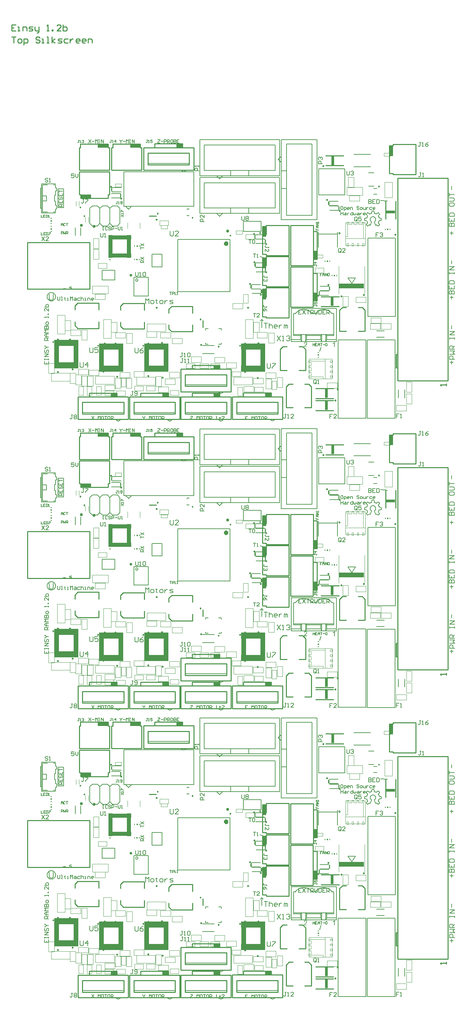
<source format=gto>
G04*
G04 #@! TF.GenerationSoftware,Altium Limited,Altium Designer,19.1.5 (86)*
G04*
G04 Layer_Color=65535*
%FSLAX24Y24*%
%MOIN*%
G70*
G01*
G75*
%ADD10C,0.0070*%
%ADD12C,0.0100*%
%ADD14C,0.0080*%
%ADD82C,0.0060*%
%ADD133C,0.0300*%
%ADD162C,0.0098*%
%ADD163C,0.0236*%
%ADD164C,0.0039*%
%ADD165C,0.0050*%
%ADD166C,0.0250*%
%ADD167C,0.0200*%
%ADD168C,0.0197*%
%ADD169C,0.0004*%
%ADD170C,0.0020*%
%ADD171C,0.0020*%
%ADD172C,0.0079*%
%ADD173C,0.0040*%
%ADD174R,0.0295X0.0879*%
%ADD175R,0.2450X0.0492*%
%ADD176R,0.0059X0.0120*%
%ADD177R,0.0060X0.0120*%
%ADD178R,0.0119X0.0120*%
%ADD179R,0.0492X0.2815*%
%ADD180R,0.2421X0.0594*%
%ADD181R,0.0496X0.2819*%
%ADD182R,0.2256X0.0429*%
%ADD183R,0.0433X0.2252*%
%ADD184R,0.2256X0.0441*%
%ADD185R,0.0437X0.2252*%
%ADD186R,0.0120X0.0119*%
%ADD187R,0.0120X0.0060*%
%ADD188R,0.0120X0.0059*%
%ADD189R,0.0879X0.0295*%
G36*
X10124Y56318D02*
X9094D01*
Y56693D01*
X10124D01*
Y56318D01*
D02*
G37*
G36*
X6914D02*
X5884D01*
Y56693D01*
X6914D01*
Y56318D01*
D02*
G37*
G36*
X35292Y55475D02*
X34917D01*
Y56505D01*
X35292D01*
Y55475D01*
D02*
G37*
G36*
X5195Y51283D02*
X4164D01*
Y51658D01*
X5195D01*
Y51283D01*
D02*
G37*
G36*
X22646Y47431D02*
X22271D01*
Y48462D01*
X22646D01*
Y47431D01*
D02*
G37*
G36*
X27707Y45205D02*
X27332D01*
Y45891D01*
X27707D01*
Y45205D01*
D02*
G37*
G36*
X22646Y44321D02*
X22271D01*
Y45351D01*
X22646D01*
Y44321D01*
D02*
G37*
G36*
Y41211D02*
X22271D01*
Y42241D01*
X22646D01*
Y41211D01*
D02*
G37*
G36*
X27697Y41065D02*
X27322D01*
Y41751D01*
X27697D01*
Y41065D01*
D02*
G37*
G36*
X29469Y36460D02*
X29409D01*
Y36847D01*
X29408Y36847D01*
X29407Y36846D01*
X29406Y36845D01*
X29405Y36844D01*
X29402Y36842D01*
X29400Y36840D01*
X29396Y36837D01*
X29393Y36834D01*
X29389Y36831D01*
X29385Y36828D01*
X29380Y36825D01*
X29375Y36821D01*
X29369Y36817D01*
X29363Y36813D01*
X29351Y36805D01*
X29350Y36805D01*
X29349Y36804D01*
X29347Y36803D01*
X29344Y36802D01*
X29342Y36800D01*
X29338Y36798D01*
X29334Y36796D01*
X29329Y36793D01*
X29319Y36788D01*
X29309Y36783D01*
X29298Y36778D01*
X29287Y36774D01*
Y36833D01*
X29288Y36833D01*
X29289Y36834D01*
X29292Y36835D01*
X29295Y36837D01*
X29300Y36839D01*
X29305Y36842D01*
X29311Y36845D01*
X29317Y36849D01*
X29324Y36853D01*
X29331Y36857D01*
X29346Y36867D01*
X29361Y36879D01*
X29376Y36891D01*
X29376Y36891D01*
X29378Y36892D01*
X29380Y36894D01*
X29382Y36896D01*
X29385Y36900D01*
X29389Y36903D01*
X29393Y36908D01*
X29397Y36912D01*
X29401Y36917D01*
X29406Y36922D01*
X29415Y36933D01*
X29423Y36945D01*
X29427Y36951D01*
X29430Y36957D01*
X29469D01*
Y36460D01*
D02*
G37*
G36*
X26576Y36957D02*
X26581Y36957D01*
X26587Y36956D01*
X26594Y36955D01*
X26602Y36954D01*
X26610Y36952D01*
X26619Y36950D01*
X26628Y36948D01*
X26638Y36944D01*
X26647Y36941D01*
X26656Y36936D01*
X26665Y36931D01*
X26674Y36925D01*
X26682Y36918D01*
X26683Y36917D01*
X26684Y36916D01*
X26686Y36914D01*
X26689Y36910D01*
X26692Y36907D01*
X26695Y36902D01*
X26699Y36897D01*
X26703Y36891D01*
X26707Y36884D01*
X26711Y36876D01*
X26714Y36868D01*
X26718Y36860D01*
X26720Y36850D01*
X26722Y36841D01*
X26724Y36830D01*
X26724Y36820D01*
Y36819D01*
Y36818D01*
Y36817D01*
Y36814D01*
X26724Y36812D01*
X26723Y36809D01*
X26723Y36805D01*
X26723Y36801D01*
X26721Y36792D01*
X26719Y36782D01*
X26716Y36772D01*
X26712Y36761D01*
Y36761D01*
X26711Y36760D01*
X26710Y36758D01*
X26709Y36756D01*
X26708Y36754D01*
X26707Y36750D01*
X26705Y36747D01*
X26702Y36743D01*
X26700Y36739D01*
X26697Y36734D01*
X26690Y36724D01*
X26686Y36718D01*
X26681Y36712D01*
X26676Y36707D01*
X26671Y36701D01*
X26671Y36700D01*
X26670Y36699D01*
X26669Y36697D01*
X26666Y36695D01*
X26663Y36692D01*
X26659Y36688D01*
X26655Y36683D01*
X26649Y36678D01*
X26643Y36672D01*
X26636Y36666D01*
X26628Y36658D01*
X26620Y36651D01*
X26611Y36642D01*
X26601Y36633D01*
X26589Y36624D01*
X26578Y36614D01*
X26577Y36613D01*
X26575Y36612D01*
X26573Y36609D01*
X26569Y36606D01*
X26564Y36603D01*
X26560Y36598D01*
X26554Y36594D01*
X26549Y36589D01*
X26536Y36578D01*
X26531Y36573D01*
X26525Y36568D01*
X26520Y36563D01*
X26515Y36559D01*
X26511Y36555D01*
X26507Y36551D01*
X26507Y36550D01*
X26505Y36548D01*
X26502Y36545D01*
X26499Y36541D01*
X26495Y36536D01*
X26490Y36531D01*
X26486Y36525D01*
X26482Y36518D01*
X26725D01*
Y36460D01*
X26398D01*
Y36460D01*
Y36461D01*
Y36462D01*
Y36464D01*
Y36466D01*
X26398Y36468D01*
X26398Y36474D01*
X26399Y36480D01*
X26400Y36487D01*
X26402Y36494D01*
X26404Y36502D01*
Y36502D01*
X26405Y36503D01*
X26406Y36505D01*
X26407Y36508D01*
X26408Y36511D01*
X26410Y36514D01*
X26412Y36518D01*
X26414Y36523D01*
X26417Y36528D01*
X26420Y36533D01*
X26427Y36544D01*
X26435Y36556D01*
X26444Y36568D01*
X26445Y36568D01*
X26446Y36569D01*
X26447Y36571D01*
X26449Y36574D01*
X26452Y36577D01*
X26456Y36580D01*
X26460Y36585D01*
X26465Y36589D01*
X26470Y36595D01*
X26476Y36600D01*
X26482Y36607D01*
X26490Y36613D01*
X26497Y36620D01*
X26506Y36627D01*
X26515Y36635D01*
X26524Y36643D01*
X26524Y36643D01*
X26525Y36643D01*
X26526Y36644D01*
X26528Y36646D01*
X26529Y36647D01*
X26531Y36649D01*
X26537Y36654D01*
X26544Y36659D01*
X26551Y36666D01*
X26559Y36673D01*
X26568Y36681D01*
X26577Y36689D01*
X26586Y36698D01*
X26595Y36706D01*
X26604Y36715D01*
X26612Y36724D01*
X26620Y36732D01*
X26627Y36740D01*
X26633Y36748D01*
X26633Y36748D01*
X26634Y36750D01*
X26635Y36752D01*
X26637Y36754D01*
X26640Y36758D01*
X26642Y36762D01*
X26645Y36767D01*
X26647Y36772D01*
X26650Y36777D01*
X26652Y36783D01*
X26657Y36795D01*
X26659Y36802D01*
X26660Y36808D01*
X26661Y36814D01*
X26661Y36821D01*
Y36821D01*
Y36823D01*
Y36825D01*
X26661Y36827D01*
X26661Y36830D01*
X26660Y36834D01*
X26659Y36838D01*
X26658Y36842D01*
X26657Y36847D01*
X26655Y36852D01*
X26653Y36857D01*
X26650Y36862D01*
X26647Y36867D01*
X26644Y36872D01*
X26640Y36877D01*
X26635Y36882D01*
X26635Y36882D01*
X26634Y36883D01*
X26633Y36884D01*
X26631Y36886D01*
X26628Y36888D01*
X26625Y36890D01*
X26621Y36892D01*
X26617Y36894D01*
X26613Y36897D01*
X26608Y36899D01*
X26602Y36901D01*
X26596Y36903D01*
X26590Y36905D01*
X26583Y36906D01*
X26576Y36907D01*
X26568Y36907D01*
X26564D01*
X26561Y36907D01*
X26557Y36906D01*
X26553Y36905D01*
X26548Y36905D01*
X26543Y36904D01*
X26538Y36902D01*
X26532Y36900D01*
X26526Y36898D01*
X26520Y36896D01*
X26514Y36893D01*
X26509Y36889D01*
X26503Y36885D01*
X26498Y36880D01*
X26497Y36880D01*
X26497Y36879D01*
X26495Y36878D01*
X26494Y36876D01*
X26492Y36873D01*
X26490Y36870D01*
X26487Y36866D01*
X26485Y36861D01*
X26482Y36857D01*
X26480Y36851D01*
X26478Y36845D01*
X26476Y36839D01*
X26474Y36832D01*
X26473Y36824D01*
X26472Y36816D01*
X26472Y36808D01*
X26409Y36814D01*
Y36814D01*
Y36815D01*
X26409Y36816D01*
Y36817D01*
X26410Y36821D01*
X26411Y36826D01*
X26412Y36831D01*
X26413Y36838D01*
X26415Y36846D01*
X26417Y36854D01*
X26420Y36862D01*
X26423Y36871D01*
X26427Y36880D01*
X26432Y36889D01*
X26437Y36897D01*
X26443Y36905D01*
X26449Y36913D01*
X26457Y36920D01*
X26457Y36921D01*
X26459Y36922D01*
X26461Y36924D01*
X26465Y36926D01*
X26469Y36929D01*
X26474Y36932D01*
X26480Y36936D01*
X26487Y36939D01*
X26495Y36942D01*
X26503Y36946D01*
X26512Y36949D01*
X26522Y36952D01*
X26533Y36954D01*
X26544Y36956D01*
X26557Y36957D01*
X26569Y36957D01*
X26573D01*
X26576Y36957D01*
D02*
G37*
G36*
X10124Y27538D02*
X9094D01*
Y27913D01*
X10124D01*
Y27538D01*
D02*
G37*
G36*
X6914D02*
X5884D01*
Y27913D01*
X6914D01*
Y27538D01*
D02*
G37*
G36*
X35292Y26695D02*
X34917D01*
Y27726D01*
X35292D01*
Y26695D01*
D02*
G37*
G36*
X5195Y22503D02*
X4164D01*
Y22878D01*
X5195D01*
Y22503D01*
D02*
G37*
G36*
X22646Y18652D02*
X22271D01*
Y19682D01*
X22646D01*
Y18652D01*
D02*
G37*
G36*
X27707Y16426D02*
X27332D01*
Y17112D01*
X27707D01*
Y16426D01*
D02*
G37*
G36*
X22646Y15541D02*
X22271D01*
Y16572D01*
X22646D01*
Y15541D01*
D02*
G37*
G36*
Y12431D02*
X22271D01*
Y13462D01*
X22646D01*
Y12431D01*
D02*
G37*
G36*
X27697Y12286D02*
X27322D01*
Y12972D01*
X27697D01*
Y12286D01*
D02*
G37*
G36*
X29469Y7681D02*
X29409D01*
Y8068D01*
X29408Y8068D01*
X29407Y8067D01*
X29406Y8066D01*
X29405Y8064D01*
X29402Y8063D01*
X29400Y8060D01*
X29396Y8058D01*
X29393Y8055D01*
X29389Y8052D01*
X29385Y8048D01*
X29380Y8045D01*
X29375Y8041D01*
X29369Y8037D01*
X29363Y8034D01*
X29351Y8026D01*
X29350Y8025D01*
X29349Y8025D01*
X29347Y8024D01*
X29344Y8022D01*
X29342Y8021D01*
X29338Y8019D01*
X29334Y8016D01*
X29329Y8014D01*
X29319Y8009D01*
X29309Y8004D01*
X29298Y7999D01*
X29287Y7995D01*
Y8053D01*
X29288Y8054D01*
X29289Y8054D01*
X29292Y8056D01*
X29295Y8058D01*
X29300Y8060D01*
X29305Y8063D01*
X29311Y8066D01*
X29317Y8069D01*
X29324Y8074D01*
X29331Y8078D01*
X29346Y8088D01*
X29361Y8099D01*
X29376Y8111D01*
X29376Y8112D01*
X29378Y8113D01*
X29380Y8114D01*
X29382Y8117D01*
X29385Y8120D01*
X29389Y8124D01*
X29393Y8128D01*
X29397Y8132D01*
X29401Y8137D01*
X29406Y8143D01*
X29415Y8154D01*
X29423Y8166D01*
X29427Y8172D01*
X29430Y8178D01*
X29469D01*
Y7681D01*
D02*
G37*
G36*
X26576Y8177D02*
X26581Y8177D01*
X26587Y8177D01*
X26594Y8176D01*
X26602Y8175D01*
X26610Y8173D01*
X26619Y8171D01*
X26628Y8168D01*
X26638Y8165D01*
X26647Y8161D01*
X26656Y8156D01*
X26665Y8151D01*
X26674Y8145D01*
X26682Y8138D01*
X26683Y8138D01*
X26684Y8136D01*
X26686Y8134D01*
X26689Y8131D01*
X26692Y8127D01*
X26695Y8123D01*
X26699Y8117D01*
X26703Y8111D01*
X26707Y8104D01*
X26711Y8097D01*
X26714Y8089D01*
X26718Y8080D01*
X26720Y8071D01*
X26722Y8061D01*
X26724Y8051D01*
X26724Y8040D01*
Y8040D01*
Y8039D01*
Y8037D01*
Y8035D01*
X26724Y8032D01*
X26723Y8029D01*
X26723Y8026D01*
X26723Y8022D01*
X26721Y8013D01*
X26719Y8003D01*
X26716Y7992D01*
X26712Y7982D01*
Y7981D01*
X26711Y7980D01*
X26710Y7979D01*
X26709Y7977D01*
X26708Y7974D01*
X26707Y7971D01*
X26705Y7967D01*
X26702Y7963D01*
X26700Y7959D01*
X26697Y7954D01*
X26690Y7944D01*
X26686Y7939D01*
X26681Y7933D01*
X26676Y7927D01*
X26671Y7921D01*
X26671Y7921D01*
X26670Y7920D01*
X26669Y7918D01*
X26666Y7915D01*
X26663Y7912D01*
X26659Y7908D01*
X26655Y7904D01*
X26649Y7898D01*
X26643Y7892D01*
X26636Y7886D01*
X26628Y7879D01*
X26620Y7871D01*
X26611Y7863D01*
X26601Y7854D01*
X26589Y7844D01*
X26578Y7834D01*
X26577Y7834D01*
X26575Y7832D01*
X26573Y7830D01*
X26569Y7827D01*
X26564Y7823D01*
X26560Y7819D01*
X26554Y7814D01*
X26549Y7809D01*
X26536Y7799D01*
X26531Y7793D01*
X26525Y7788D01*
X26520Y7783D01*
X26515Y7779D01*
X26511Y7775D01*
X26507Y7771D01*
X26507Y7771D01*
X26505Y7769D01*
X26502Y7765D01*
X26499Y7761D01*
X26495Y7756D01*
X26490Y7751D01*
X26486Y7745D01*
X26482Y7739D01*
X26725D01*
Y7681D01*
X26398D01*
Y7681D01*
Y7682D01*
Y7683D01*
Y7684D01*
Y7686D01*
X26398Y7688D01*
X26398Y7694D01*
X26399Y7700D01*
X26400Y7707D01*
X26402Y7715D01*
X26404Y7722D01*
Y7723D01*
X26405Y7724D01*
X26406Y7726D01*
X26407Y7728D01*
X26408Y7731D01*
X26410Y7735D01*
X26412Y7739D01*
X26414Y7743D01*
X26417Y7748D01*
X26420Y7753D01*
X26427Y7764D01*
X26435Y7776D01*
X26444Y7788D01*
X26445Y7789D01*
X26446Y7790D01*
X26447Y7792D01*
X26449Y7794D01*
X26452Y7797D01*
X26456Y7801D01*
X26460Y7805D01*
X26465Y7810D01*
X26470Y7815D01*
X26476Y7821D01*
X26482Y7827D01*
X26490Y7834D01*
X26497Y7841D01*
X26506Y7848D01*
X26515Y7855D01*
X26524Y7863D01*
X26524Y7863D01*
X26525Y7864D01*
X26526Y7865D01*
X26528Y7866D01*
X26529Y7868D01*
X26531Y7870D01*
X26537Y7874D01*
X26544Y7880D01*
X26551Y7886D01*
X26559Y7894D01*
X26568Y7901D01*
X26577Y7910D01*
X26586Y7918D01*
X26595Y7927D01*
X26604Y7936D01*
X26612Y7944D01*
X26620Y7953D01*
X26627Y7961D01*
X26633Y7968D01*
X26633Y7969D01*
X26634Y7970D01*
X26635Y7972D01*
X26637Y7975D01*
X26640Y7978D01*
X26642Y7982D01*
X26645Y7987D01*
X26647Y7992D01*
X26650Y7997D01*
X26652Y8003D01*
X26657Y8016D01*
X26659Y8022D01*
X26660Y8029D01*
X26661Y8035D01*
X26661Y8041D01*
Y8042D01*
Y8043D01*
Y8045D01*
X26661Y8048D01*
X26661Y8051D01*
X26660Y8054D01*
X26659Y8058D01*
X26658Y8063D01*
X26657Y8067D01*
X26655Y8072D01*
X26653Y8077D01*
X26650Y8082D01*
X26647Y8088D01*
X26644Y8093D01*
X26640Y8098D01*
X26635Y8102D01*
X26635Y8103D01*
X26634Y8103D01*
X26633Y8104D01*
X26631Y8106D01*
X26628Y8108D01*
X26625Y8110D01*
X26621Y8113D01*
X26617Y8115D01*
X26613Y8117D01*
X26608Y8119D01*
X26602Y8122D01*
X26596Y8123D01*
X26590Y8125D01*
X26583Y8126D01*
X26576Y8127D01*
X26568Y8127D01*
X26564D01*
X26561Y8127D01*
X26557Y8127D01*
X26553Y8126D01*
X26548Y8125D01*
X26543Y8124D01*
X26538Y8123D01*
X26532Y8121D01*
X26526Y8119D01*
X26520Y8116D01*
X26514Y8113D01*
X26509Y8109D01*
X26503Y8105D01*
X26498Y8101D01*
X26497Y8100D01*
X26497Y8100D01*
X26495Y8098D01*
X26494Y8096D01*
X26492Y8093D01*
X26490Y8090D01*
X26487Y8086D01*
X26485Y8082D01*
X26482Y8077D01*
X26480Y8071D01*
X26478Y8066D01*
X26476Y8059D01*
X26474Y8052D01*
X26473Y8045D01*
X26472Y8037D01*
X26472Y8028D01*
X26409Y8035D01*
Y8035D01*
Y8035D01*
X26409Y8036D01*
Y8038D01*
X26410Y8041D01*
X26411Y8046D01*
X26412Y8052D01*
X26413Y8059D01*
X26415Y8066D01*
X26417Y8074D01*
X26420Y8083D01*
X26423Y8091D01*
X26427Y8100D01*
X26432Y8109D01*
X26437Y8118D01*
X26443Y8126D01*
X26449Y8134D01*
X26457Y8141D01*
X26457Y8141D01*
X26459Y8142D01*
X26461Y8145D01*
X26465Y8147D01*
X26469Y8150D01*
X26474Y8153D01*
X26480Y8156D01*
X26487Y8160D01*
X26495Y8163D01*
X26503Y8166D01*
X26512Y8169D01*
X26522Y8172D01*
X26533Y8175D01*
X26544Y8176D01*
X26557Y8177D01*
X26569Y8178D01*
X26573D01*
X26576Y8177D01*
D02*
G37*
G36*
X10124Y-1241D02*
X9094D01*
Y-866D01*
X10124D01*
Y-1241D01*
D02*
G37*
G36*
X6914D02*
X5884D01*
Y-866D01*
X6914D01*
Y-1241D01*
D02*
G37*
G36*
X35292Y-2084D02*
X34917D01*
Y-1054D01*
X35292D01*
Y-2084D01*
D02*
G37*
G36*
X5195Y-6276D02*
X4164D01*
Y-5901D01*
X5195D01*
Y-6276D01*
D02*
G37*
G36*
X22646Y-10128D02*
X22271D01*
Y-9097D01*
X22646D01*
Y-10128D01*
D02*
G37*
G36*
X27707Y-12354D02*
X27332D01*
Y-11668D01*
X27707D01*
Y-12354D01*
D02*
G37*
G36*
X22646Y-13238D02*
X22271D01*
Y-12208D01*
X22646D01*
Y-13238D01*
D02*
G37*
G36*
Y-16348D02*
X22271D01*
Y-15318D01*
X22646D01*
Y-16348D01*
D02*
G37*
G36*
X27697Y-16494D02*
X27322D01*
Y-15808D01*
X27697D01*
Y-16494D01*
D02*
G37*
G36*
X29469Y-21099D02*
X29409D01*
Y-20712D01*
X29408Y-20712D01*
X29407Y-20713D01*
X29406Y-20714D01*
X29405Y-20715D01*
X29402Y-20717D01*
X29400Y-20719D01*
X29396Y-20722D01*
X29393Y-20725D01*
X29389Y-20728D01*
X29385Y-20731D01*
X29380Y-20735D01*
X29375Y-20738D01*
X29369Y-20742D01*
X29363Y-20746D01*
X29351Y-20754D01*
X29350Y-20754D01*
X29349Y-20755D01*
X29347Y-20756D01*
X29344Y-20757D01*
X29342Y-20759D01*
X29338Y-20761D01*
X29334Y-20763D01*
X29329Y-20766D01*
X29319Y-20771D01*
X29309Y-20776D01*
X29298Y-20781D01*
X29287Y-20785D01*
Y-20726D01*
X29288Y-20726D01*
X29289Y-20725D01*
X29292Y-20724D01*
X29295Y-20722D01*
X29300Y-20720D01*
X29305Y-20717D01*
X29311Y-20714D01*
X29317Y-20710D01*
X29324Y-20706D01*
X29331Y-20702D01*
X29346Y-20692D01*
X29361Y-20680D01*
X29376Y-20668D01*
X29376Y-20668D01*
X29378Y-20667D01*
X29380Y-20665D01*
X29382Y-20663D01*
X29385Y-20659D01*
X29389Y-20656D01*
X29393Y-20651D01*
X29397Y-20647D01*
X29401Y-20642D01*
X29406Y-20637D01*
X29415Y-20626D01*
X29423Y-20614D01*
X29427Y-20608D01*
X29430Y-20602D01*
X29469D01*
Y-21099D01*
D02*
G37*
G36*
X26576Y-20602D02*
X26581Y-20602D01*
X26587Y-20603D01*
X26594Y-20604D01*
X26602Y-20605D01*
X26610Y-20607D01*
X26619Y-20609D01*
X26628Y-20611D01*
X26638Y-20615D01*
X26647Y-20619D01*
X26656Y-20623D01*
X26665Y-20628D01*
X26674Y-20634D01*
X26682Y-20641D01*
X26683Y-20642D01*
X26684Y-20643D01*
X26686Y-20645D01*
X26689Y-20649D01*
X26692Y-20652D01*
X26695Y-20657D01*
X26699Y-20662D01*
X26703Y-20668D01*
X26707Y-20675D01*
X26711Y-20683D01*
X26714Y-20691D01*
X26718Y-20699D01*
X26720Y-20709D01*
X26722Y-20718D01*
X26724Y-20729D01*
X26724Y-20740D01*
Y-20740D01*
Y-20741D01*
Y-20742D01*
Y-20745D01*
X26724Y-20747D01*
X26723Y-20750D01*
X26723Y-20754D01*
X26723Y-20758D01*
X26721Y-20767D01*
X26719Y-20777D01*
X26716Y-20787D01*
X26712Y-20798D01*
Y-20798D01*
X26711Y-20799D01*
X26710Y-20801D01*
X26709Y-20803D01*
X26708Y-20805D01*
X26707Y-20809D01*
X26705Y-20812D01*
X26702Y-20816D01*
X26700Y-20820D01*
X26697Y-20825D01*
X26690Y-20835D01*
X26686Y-20841D01*
X26681Y-20847D01*
X26676Y-20852D01*
X26671Y-20858D01*
X26671Y-20859D01*
X26670Y-20860D01*
X26669Y-20862D01*
X26666Y-20864D01*
X26663Y-20867D01*
X26659Y-20871D01*
X26655Y-20876D01*
X26649Y-20881D01*
X26643Y-20887D01*
X26636Y-20893D01*
X26628Y-20901D01*
X26620Y-20909D01*
X26611Y-20917D01*
X26601Y-20926D01*
X26589Y-20935D01*
X26578Y-20945D01*
X26577Y-20946D01*
X26575Y-20948D01*
X26573Y-20950D01*
X26569Y-20953D01*
X26564Y-20956D01*
X26560Y-20961D01*
X26554Y-20965D01*
X26549Y-20970D01*
X26536Y-20981D01*
X26531Y-20986D01*
X26525Y-20991D01*
X26520Y-20996D01*
X26515Y-21001D01*
X26511Y-21004D01*
X26507Y-21008D01*
X26507Y-21009D01*
X26505Y-21011D01*
X26502Y-21014D01*
X26499Y-21018D01*
X26495Y-21023D01*
X26490Y-21028D01*
X26486Y-21035D01*
X26482Y-21041D01*
X26725D01*
Y-21099D01*
X26398D01*
Y-21099D01*
Y-21098D01*
Y-21097D01*
Y-21095D01*
Y-21093D01*
X26398Y-21091D01*
X26398Y-21085D01*
X26399Y-21079D01*
X26400Y-21072D01*
X26402Y-21065D01*
X26404Y-21057D01*
Y-21057D01*
X26405Y-21056D01*
X26406Y-21054D01*
X26407Y-21051D01*
X26408Y-21048D01*
X26410Y-21045D01*
X26412Y-21041D01*
X26414Y-21036D01*
X26417Y-21031D01*
X26420Y-21026D01*
X26427Y-21015D01*
X26435Y-21003D01*
X26444Y-20991D01*
X26445Y-20991D01*
X26446Y-20990D01*
X26447Y-20988D01*
X26449Y-20985D01*
X26452Y-20982D01*
X26456Y-20979D01*
X26460Y-20974D01*
X26465Y-20970D01*
X26470Y-20964D01*
X26476Y-20959D01*
X26482Y-20953D01*
X26490Y-20946D01*
X26497Y-20939D01*
X26506Y-20932D01*
X26515Y-20924D01*
X26524Y-20916D01*
X26524Y-20916D01*
X26525Y-20916D01*
X26526Y-20915D01*
X26528Y-20914D01*
X26529Y-20912D01*
X26531Y-20910D01*
X26537Y-20905D01*
X26544Y-20900D01*
X26551Y-20893D01*
X26559Y-20886D01*
X26568Y-20878D01*
X26577Y-20870D01*
X26586Y-20861D01*
X26595Y-20853D01*
X26604Y-20844D01*
X26612Y-20835D01*
X26620Y-20827D01*
X26627Y-20819D01*
X26633Y-20811D01*
X26633Y-20811D01*
X26634Y-20809D01*
X26635Y-20807D01*
X26637Y-20805D01*
X26640Y-20801D01*
X26642Y-20797D01*
X26645Y-20793D01*
X26647Y-20788D01*
X26650Y-20782D01*
X26652Y-20776D01*
X26657Y-20764D01*
X26659Y-20757D01*
X26660Y-20751D01*
X26661Y-20745D01*
X26661Y-20738D01*
Y-20738D01*
Y-20736D01*
Y-20735D01*
X26661Y-20732D01*
X26661Y-20729D01*
X26660Y-20725D01*
X26659Y-20721D01*
X26658Y-20717D01*
X26657Y-20712D01*
X26655Y-20707D01*
X26653Y-20702D01*
X26650Y-20697D01*
X26647Y-20692D01*
X26644Y-20687D01*
X26640Y-20682D01*
X26635Y-20677D01*
X26635Y-20677D01*
X26634Y-20676D01*
X26633Y-20675D01*
X26631Y-20673D01*
X26628Y-20672D01*
X26625Y-20669D01*
X26621Y-20667D01*
X26617Y-20665D01*
X26613Y-20662D01*
X26608Y-20660D01*
X26602Y-20658D01*
X26596Y-20656D01*
X26590Y-20654D01*
X26583Y-20653D01*
X26576Y-20653D01*
X26568Y-20652D01*
X26564D01*
X26561Y-20653D01*
X26557Y-20653D01*
X26553Y-20654D01*
X26548Y-20654D01*
X26543Y-20655D01*
X26538Y-20657D01*
X26532Y-20659D01*
X26526Y-20661D01*
X26520Y-20663D01*
X26514Y-20667D01*
X26509Y-20670D01*
X26503Y-20674D01*
X26498Y-20679D01*
X26497Y-20679D01*
X26497Y-20680D01*
X26495Y-20682D01*
X26494Y-20683D01*
X26492Y-20686D01*
X26490Y-20689D01*
X26487Y-20693D01*
X26485Y-20698D01*
X26482Y-20702D01*
X26480Y-20708D01*
X26478Y-20714D01*
X26476Y-20720D01*
X26474Y-20727D01*
X26473Y-20735D01*
X26472Y-20743D01*
X26472Y-20751D01*
X26409Y-20745D01*
Y-20745D01*
Y-20744D01*
X26409Y-20743D01*
Y-20742D01*
X26410Y-20738D01*
X26411Y-20733D01*
X26412Y-20728D01*
X26413Y-20721D01*
X26415Y-20713D01*
X26417Y-20706D01*
X26420Y-20697D01*
X26423Y-20688D01*
X26427Y-20679D01*
X26432Y-20670D01*
X26437Y-20662D01*
X26443Y-20654D01*
X26449Y-20646D01*
X26457Y-20639D01*
X26457Y-20638D01*
X26459Y-20637D01*
X26461Y-20635D01*
X26465Y-20633D01*
X26469Y-20630D01*
X26474Y-20627D01*
X26480Y-20624D01*
X26487Y-20620D01*
X26495Y-20617D01*
X26503Y-20614D01*
X26512Y-20610D01*
X26522Y-20607D01*
X26533Y-20605D01*
X26544Y-20603D01*
X26557Y-20602D01*
X26569Y-20602D01*
X26573D01*
X26576Y-20602D01*
D02*
G37*
G54D10*
X27888Y-3340D02*
X30486D01*
Y-5938D02*
Y-3340D01*
X27888Y-5938D02*
X30486D01*
X27888D02*
Y-3340D01*
X1877Y-16093D02*
Y-16393D01*
X1937Y-16453D01*
X2057D01*
X2117Y-16393D01*
Y-16093D01*
X2237Y-16453D02*
X2357D01*
X2297D01*
Y-16093D01*
X2237D01*
X2596Y-16153D02*
Y-16213D01*
X2536D01*
X2656D01*
X2596D01*
Y-16393D01*
X2656Y-16453D01*
X2836D02*
X2956D01*
X2896D01*
Y-16213D01*
X2836D01*
X3136Y-16453D02*
Y-16093D01*
X3256Y-16213D01*
X3376Y-16093D01*
Y-16453D01*
X3556Y-16213D02*
X3676D01*
X3736Y-16273D01*
Y-16453D01*
X3556D01*
X3496Y-16393D01*
X3556Y-16333D01*
X3736D01*
X4096Y-16213D02*
X3916D01*
X3856Y-16273D01*
Y-16393D01*
X3916Y-16453D01*
X4096D01*
X4216Y-16093D02*
Y-16453D01*
Y-16273D01*
X4276Y-16213D01*
X4396D01*
X4456Y-16273D01*
Y-16453D01*
X4576D02*
X4696D01*
X4636D01*
Y-16213D01*
X4576D01*
X4876Y-16453D02*
Y-16213D01*
X5056D01*
X5116Y-16273D01*
Y-16453D01*
X5416D02*
X5296D01*
X5236Y-16393D01*
Y-16273D01*
X5296Y-16213D01*
X5416D01*
X5476Y-16273D01*
Y-16333D01*
X5236D01*
X32847Y-6409D02*
Y-6809D01*
X33047D01*
X33113Y-6742D01*
Y-6676D01*
X33047Y-6609D01*
X32847D01*
X33047D01*
X33113Y-6542D01*
Y-6476D01*
X33047Y-6409D01*
X32847D01*
X33513D02*
X33247D01*
Y-6809D01*
X33513D01*
X33247Y-6609D02*
X33380D01*
X33647Y-6409D02*
Y-6809D01*
X33847D01*
X33913Y-6742D01*
Y-6476D01*
X33847Y-6409D01*
X33647D01*
X3526Y-3837D02*
X3259D01*
Y-4037D01*
X3393Y-3970D01*
X3459D01*
X3526Y-4037D01*
Y-4170D01*
X3459Y-4236D01*
X3326D01*
X3259Y-4170D01*
X3659Y-3837D02*
Y-4103D01*
X3793Y-4236D01*
X3926Y-4103D01*
Y-3837D01*
X26133Y-17409D02*
X25867D01*
Y-17809D01*
X26133D01*
X25867Y-17609D02*
X26000D01*
X26267Y-17409D02*
X26533Y-17809D01*
Y-17409D02*
X26267Y-17809D01*
X26667Y-17409D02*
X26933D01*
X26800D01*
Y-17809D01*
X27066D02*
Y-17409D01*
X27266D01*
X27333Y-17476D01*
Y-17609D01*
X27266Y-17676D01*
X27066D01*
X27200D02*
X27333Y-17809D01*
X27466Y-17409D02*
Y-17742D01*
X27533Y-17809D01*
X27666D01*
X27733Y-17742D01*
Y-17409D01*
X27866D02*
Y-17809D01*
X28066D01*
X28133Y-17742D01*
Y-17476D01*
X28066Y-17409D01*
X27866D01*
X28533D02*
X28266D01*
Y-17809D01*
X28533D01*
X28266Y-17609D02*
X28399D01*
X28666Y-17809D02*
Y-17409D01*
X28866D01*
X28933Y-17476D01*
Y-17609D01*
X28866Y-17676D01*
X28666D01*
X28799D02*
X28933Y-17809D01*
X30677Y-3579D02*
Y-3912D01*
X30743Y-3979D01*
X30877D01*
X30943Y-3912D01*
Y-3579D01*
X31077Y-3646D02*
X31143Y-3579D01*
X31277D01*
X31343Y-3646D01*
Y-3712D01*
X31277Y-3779D01*
X31210D01*
X31277D01*
X31343Y-3846D01*
Y-3912D01*
X31277Y-3979D01*
X31143D01*
X31077Y-3912D01*
X38063Y-3759D02*
X37930D01*
X37997D01*
Y-4092D01*
X37930Y-4159D01*
X37863D01*
X37797Y-4092D01*
X38197Y-4159D02*
X38330D01*
X38263D01*
Y-3759D01*
X38197Y-3826D01*
X6159Y-9747D02*
Y-10080D01*
X6226Y-10146D01*
X6359D01*
X6426Y-10080D01*
Y-9747D01*
X6559Y-10146D02*
X6693D01*
X6626D01*
Y-9747D01*
X6559Y-9813D01*
X24636Y-27767D02*
X24503D01*
X24569D01*
Y-28100D01*
X24503Y-28166D01*
X24436D01*
X24369Y-28100D01*
X24769Y-28166D02*
X24903D01*
X24836D01*
Y-27767D01*
X24769Y-27833D01*
X25369Y-28166D02*
X25102D01*
X25369Y-27900D01*
Y-27833D01*
X25302Y-27767D01*
X25169D01*
X25102Y-27833D01*
X14387Y-22246D02*
X14254D01*
X14321D01*
Y-22579D01*
X14254Y-22646D01*
X14187D01*
X14121Y-22579D01*
X14521Y-22646D02*
X14654D01*
X14587D01*
Y-22246D01*
X14521Y-22313D01*
X14854Y-22646D02*
X14987D01*
X14921D01*
Y-22246D01*
X14854Y-22313D01*
X14336Y-21699D02*
X14203D01*
X14270D01*
Y-22032D01*
X14203Y-22099D01*
X14136D01*
X14070Y-22032D01*
X14469Y-22099D02*
X14603D01*
X14536D01*
Y-21699D01*
X14469Y-21766D01*
X14803D02*
X14869Y-21699D01*
X15003D01*
X15069Y-21766D01*
Y-22032D01*
X15003Y-22099D01*
X14869D01*
X14803Y-22032D01*
Y-21766D01*
X9396Y-25527D02*
X9263D01*
X9329D01*
Y-25860D01*
X9263Y-25926D01*
X9196D01*
X9129Y-25860D01*
X9529D02*
X9596Y-25926D01*
X9729D01*
X9796Y-25860D01*
Y-25593D01*
X9729Y-25527D01*
X9596D01*
X9529Y-25593D01*
Y-25660D01*
X9596Y-25727D01*
X9796D01*
X3386Y-27847D02*
X3253D01*
X3319D01*
Y-28180D01*
X3253Y-28246D01*
X3186D01*
X3119Y-28180D01*
X3519Y-27913D02*
X3586Y-27847D01*
X3719D01*
X3786Y-27913D01*
Y-27980D01*
X3719Y-28047D01*
X3786Y-28113D01*
Y-28180D01*
X3719Y-28246D01*
X3586D01*
X3519Y-28180D01*
Y-28113D01*
X3586Y-28047D01*
X3519Y-27980D01*
Y-27913D01*
X3586Y-28047D02*
X3719D01*
X30103Y-11630D02*
Y-11363D01*
X30037Y-11297D01*
X29903D01*
X29837Y-11363D01*
Y-11630D01*
X29903Y-11696D01*
X30037D01*
X29970Y-11563D02*
X30103Y-11696D01*
X30037D02*
X30103Y-11630D01*
X30503Y-11696D02*
X30237D01*
X30503Y-11430D01*
Y-11363D01*
X30437Y-11297D01*
X30303D01*
X30237Y-11363D01*
X27656Y-24690D02*
Y-24423D01*
X27589Y-24357D01*
X27456D01*
X27389Y-24423D01*
Y-24690D01*
X27456Y-24756D01*
X27589D01*
X27523Y-24623D02*
X27656Y-24756D01*
X27589D02*
X27656Y-24690D01*
X27789Y-24756D02*
X27923D01*
X27856D01*
Y-24357D01*
X27789Y-24423D01*
X893Y-4346D02*
X827Y-4279D01*
X693D01*
X627Y-4346D01*
Y-4412D01*
X693Y-4479D01*
X827D01*
X893Y-4546D01*
Y-4612D01*
X827Y-4679D01*
X693D01*
X627Y-4612D01*
X1027Y-4679D02*
X1160D01*
X1093D01*
Y-4279D01*
X1027Y-4346D01*
X319Y-10117D02*
X586Y-10516D01*
Y-10117D02*
X319Y-10516D01*
X986D02*
X719D01*
X986Y-10250D01*
Y-10183D01*
X919Y-10117D01*
X786D01*
X719Y-10183D01*
X31703Y-8472D02*
Y-8206D01*
X31637Y-8139D01*
X31503D01*
X31437Y-8206D01*
Y-8472D01*
X31503Y-8539D01*
X31637D01*
X31570Y-8406D02*
X31703Y-8539D01*
X31637D02*
X31703Y-8472D01*
X32103Y-8139D02*
X31837D01*
Y-8339D01*
X31970Y-8272D01*
X32037D01*
X32103Y-8339D01*
Y-8472D01*
X32037Y-8539D01*
X31903D01*
X31837Y-8472D01*
X9657Y-13659D02*
Y-13992D01*
X9724Y-14059D01*
X9857D01*
X9923Y-13992D01*
Y-13659D01*
X10057Y-14059D02*
X10190D01*
X10123D01*
Y-13659D01*
X10057Y-13726D01*
X10390D02*
X10457Y-13659D01*
X10590D01*
X10657Y-13726D01*
Y-13992D01*
X10590Y-14059D01*
X10457D01*
X10390Y-13992D01*
Y-13726D01*
X29253Y-27799D02*
X28987D01*
Y-27999D01*
X29120D01*
X28987D01*
Y-28199D01*
X29653D02*
X29387D01*
X29653Y-27932D01*
Y-27866D01*
X29587Y-27799D01*
X29453D01*
X29387Y-27866D01*
X33846Y-9727D02*
X33579D01*
Y-9927D01*
X33713D01*
X33579D01*
Y-10126D01*
X33979Y-9793D02*
X34046Y-9727D01*
X34179D01*
X34246Y-9793D01*
Y-9860D01*
X34179Y-9927D01*
X34113D01*
X34179D01*
X34246Y-9993D01*
Y-10060D01*
X34179Y-10126D01*
X34046D01*
X33979Y-10060D01*
X28257Y-2839D02*
X27857D01*
Y-2639D01*
X27924Y-2572D01*
X28057D01*
X28124Y-2639D01*
Y-2839D01*
X27924Y-2439D02*
X27857Y-2372D01*
Y-2239D01*
X27924Y-2173D01*
X27990D01*
X28057Y-2239D01*
Y-2306D01*
Y-2239D01*
X28124Y-2173D01*
X28190D01*
X28257Y-2239D01*
Y-2372D01*
X28190Y-2439D01*
X15936Y-3548D02*
X15536D01*
Y-3348D01*
X15603Y-3281D01*
X15736D01*
X15802Y-3348D01*
Y-3548D01*
X15936Y-3148D02*
Y-3014D01*
Y-3081D01*
X15536D01*
X15603Y-3148D01*
X16491Y-8626D02*
X16091D01*
Y-8426D01*
X16158Y-8360D01*
X16291D01*
X16358Y-8426D01*
Y-8626D01*
X16491Y-7960D02*
Y-8226D01*
X16224Y-7960D01*
X16158D01*
X16091Y-8026D01*
Y-8160D01*
X16158Y-8226D01*
X20197Y-8079D02*
Y-8412D01*
X20264Y-8479D01*
X20397D01*
X20463Y-8412D01*
Y-8079D01*
X20597Y-8146D02*
X20663Y-8079D01*
X20797D01*
X20863Y-8146D01*
Y-8212D01*
X20797Y-8279D01*
X20863Y-8346D01*
Y-8412D01*
X20797Y-8479D01*
X20663D01*
X20597Y-8412D01*
Y-8346D01*
X20663Y-8279D01*
X20597Y-8212D01*
Y-8146D01*
X20663Y-8279D02*
X20797D01*
X38033Y-719D02*
X37900D01*
X37967D01*
Y-1052D01*
X37900Y-1119D01*
X37833D01*
X37767Y-1052D01*
X38167Y-1119D02*
X38300D01*
X38233D01*
Y-719D01*
X38167Y-786D01*
X38767Y-719D02*
X38633Y-786D01*
X38500Y-919D01*
Y-1052D01*
X38567Y-1119D01*
X38700D01*
X38767Y-1052D01*
Y-986D01*
X38700Y-919D01*
X38500D01*
X35863Y-27759D02*
X35597D01*
Y-27959D01*
X35730D01*
X35597D01*
Y-28159D01*
X35997D02*
X36130D01*
X36063D01*
Y-27759D01*
X35997Y-27826D01*
X27888Y25440D02*
X30486D01*
Y22841D02*
Y25440D01*
X27888Y22841D02*
X30486D01*
X27888D02*
Y25440D01*
X1877Y12686D02*
Y12386D01*
X1937Y12326D01*
X2057D01*
X2117Y12386D01*
Y12686D01*
X2237Y12326D02*
X2357D01*
X2297D01*
Y12686D01*
X2237D01*
X2596Y12626D02*
Y12566D01*
X2536D01*
X2656D01*
X2596D01*
Y12386D01*
X2656Y12326D01*
X2836D02*
X2956D01*
X2896D01*
Y12566D01*
X2836D01*
X3136Y12326D02*
Y12686D01*
X3256Y12566D01*
X3376Y12686D01*
Y12326D01*
X3556Y12566D02*
X3676D01*
X3736Y12506D01*
Y12326D01*
X3556D01*
X3496Y12386D01*
X3556Y12446D01*
X3736D01*
X4096Y12566D02*
X3916D01*
X3856Y12506D01*
Y12386D01*
X3916Y12326D01*
X4096D01*
X4216Y12686D02*
Y12326D01*
Y12506D01*
X4276Y12566D01*
X4396D01*
X4456Y12506D01*
Y12326D01*
X4576D02*
X4696D01*
X4636D01*
Y12566D01*
X4576D01*
X4876Y12326D02*
Y12566D01*
X5056D01*
X5116Y12506D01*
Y12326D01*
X5416D02*
X5296D01*
X5236Y12386D01*
Y12506D01*
X5296Y12566D01*
X5416D01*
X5476Y12506D01*
Y12446D01*
X5236D01*
X32847Y22370D02*
Y21971D01*
X33047D01*
X33113Y22037D01*
Y22104D01*
X33047Y22170D01*
X32847D01*
X33047D01*
X33113Y22237D01*
Y22304D01*
X33047Y22370D01*
X32847D01*
X33513D02*
X33247D01*
Y21971D01*
X33513D01*
X33247Y22170D02*
X33380D01*
X33647Y22370D02*
Y21971D01*
X33847D01*
X33913Y22037D01*
Y22304D01*
X33847Y22370D01*
X33647D01*
X3526Y24943D02*
X3259D01*
Y24743D01*
X3393Y24810D01*
X3459D01*
X3526Y24743D01*
Y24610D01*
X3459Y24543D01*
X3326D01*
X3259Y24610D01*
X3659Y24943D02*
Y24676D01*
X3793Y24543D01*
X3926Y24676D01*
Y24943D01*
X26133Y11370D02*
X25867D01*
Y10971D01*
X26133D01*
X25867Y11170D02*
X26000D01*
X26267Y11370D02*
X26533Y10971D01*
Y11370D02*
X26267Y10971D01*
X26667Y11370D02*
X26933D01*
X26800D01*
Y10971D01*
X27066D02*
Y11370D01*
X27266D01*
X27333Y11304D01*
Y11170D01*
X27266Y11104D01*
X27066D01*
X27200D02*
X27333Y10971D01*
X27466Y11370D02*
Y11037D01*
X27533Y10971D01*
X27666D01*
X27733Y11037D01*
Y11370D01*
X27866D02*
Y10971D01*
X28066D01*
X28133Y11037D01*
Y11304D01*
X28066Y11370D01*
X27866D01*
X28533D02*
X28266D01*
Y10971D01*
X28533D01*
X28266Y11170D02*
X28399D01*
X28666Y10971D02*
Y11370D01*
X28866D01*
X28933Y11304D01*
Y11170D01*
X28866Y11104D01*
X28666D01*
X28799D02*
X28933Y10971D01*
X30677Y25200D02*
Y24867D01*
X30743Y24801D01*
X30877D01*
X30943Y24867D01*
Y25200D01*
X31077Y25134D02*
X31143Y25200D01*
X31277D01*
X31343Y25134D01*
Y25067D01*
X31277Y25000D01*
X31210D01*
X31277D01*
X31343Y24934D01*
Y24867D01*
X31277Y24801D01*
X31143D01*
X31077Y24867D01*
X38063Y25020D02*
X37930D01*
X37997D01*
Y24687D01*
X37930Y24621D01*
X37863D01*
X37797Y24687D01*
X38197Y24621D02*
X38330D01*
X38263D01*
Y25020D01*
X38197Y24954D01*
X6159Y19033D02*
Y18700D01*
X6226Y18633D01*
X6359D01*
X6426Y18700D01*
Y19033D01*
X6559Y18633D02*
X6693D01*
X6626D01*
Y19033D01*
X6559Y18966D01*
X24636Y1013D02*
X24503D01*
X24569D01*
Y680D01*
X24503Y613D01*
X24436D01*
X24369Y680D01*
X24769Y613D02*
X24903D01*
X24836D01*
Y1013D01*
X24769Y946D01*
X25369Y613D02*
X25102D01*
X25369Y880D01*
Y946D01*
X25302Y1013D01*
X25169D01*
X25102Y946D01*
X14387Y6533D02*
X14254D01*
X14321D01*
Y6200D01*
X14254Y6134D01*
X14187D01*
X14121Y6200D01*
X14521Y6134D02*
X14654D01*
X14587D01*
Y6533D01*
X14521Y6467D01*
X14854Y6134D02*
X14987D01*
X14921D01*
Y6533D01*
X14854Y6467D01*
X14336Y7081D02*
X14203D01*
X14270D01*
Y6747D01*
X14203Y6681D01*
X14136D01*
X14070Y6747D01*
X14469Y6681D02*
X14603D01*
X14536D01*
Y7081D01*
X14469Y7014D01*
X14803D02*
X14869Y7081D01*
X15003D01*
X15069Y7014D01*
Y6747D01*
X15003Y6681D01*
X14869D01*
X14803Y6747D01*
Y7014D01*
X9396Y3253D02*
X9263D01*
X9329D01*
Y2920D01*
X9263Y2853D01*
X9196D01*
X9129Y2920D01*
X9529D02*
X9596Y2853D01*
X9729D01*
X9796Y2920D01*
Y3186D01*
X9729Y3253D01*
X9596D01*
X9529Y3186D01*
Y3120D01*
X9596Y3053D01*
X9796D01*
X3386Y933D02*
X3253D01*
X3319D01*
Y600D01*
X3253Y533D01*
X3186D01*
X3119Y600D01*
X3519Y866D02*
X3586Y933D01*
X3719D01*
X3786Y866D01*
Y800D01*
X3719Y733D01*
X3786Y666D01*
Y600D01*
X3719Y533D01*
X3586D01*
X3519Y600D01*
Y666D01*
X3586Y733D01*
X3519Y800D01*
Y866D01*
X3586Y733D02*
X3719D01*
X30103Y17150D02*
Y17416D01*
X30037Y17483D01*
X29903D01*
X29837Y17416D01*
Y17150D01*
X29903Y17083D01*
X30037D01*
X29970Y17216D02*
X30103Y17083D01*
X30037D02*
X30103Y17150D01*
X30503Y17083D02*
X30237D01*
X30503Y17350D01*
Y17416D01*
X30437Y17483D01*
X30303D01*
X30237Y17416D01*
X27656Y4090D02*
Y4356D01*
X27589Y4423D01*
X27456D01*
X27389Y4356D01*
Y4090D01*
X27456Y4023D01*
X27589D01*
X27523Y4156D02*
X27656Y4023D01*
X27589D02*
X27656Y4090D01*
X27789Y4023D02*
X27923D01*
X27856D01*
Y4423D01*
X27789Y4356D01*
X893Y24434D02*
X827Y24500D01*
X693D01*
X627Y24434D01*
Y24367D01*
X693Y24300D01*
X827D01*
X893Y24234D01*
Y24167D01*
X827Y24101D01*
X693D01*
X627Y24167D01*
X1027Y24101D02*
X1160D01*
X1093D01*
Y24500D01*
X1027Y24434D01*
X319Y18663D02*
X586Y18263D01*
Y18663D02*
X319Y18263D01*
X986D02*
X719D01*
X986Y18530D01*
Y18596D01*
X919Y18663D01*
X786D01*
X719Y18596D01*
X31703Y20307D02*
Y20574D01*
X31637Y20640D01*
X31503D01*
X31437Y20574D01*
Y20307D01*
X31503Y20241D01*
X31637D01*
X31570Y20374D02*
X31703Y20241D01*
X31637D02*
X31703Y20307D01*
X32103Y20640D02*
X31837D01*
Y20440D01*
X31970Y20507D01*
X32037D01*
X32103Y20440D01*
Y20307D01*
X32037Y20241D01*
X31903D01*
X31837Y20307D01*
X9657Y15120D02*
Y14787D01*
X9724Y14721D01*
X9857D01*
X9923Y14787D01*
Y15120D01*
X10057Y14721D02*
X10190D01*
X10123D01*
Y15120D01*
X10057Y15054D01*
X10390D02*
X10457Y15120D01*
X10590D01*
X10657Y15054D01*
Y14787D01*
X10590Y14721D01*
X10457D01*
X10390Y14787D01*
Y15054D01*
X29253Y980D02*
X28987D01*
Y780D01*
X29120D01*
X28987D01*
Y581D01*
X29653D02*
X29387D01*
X29653Y847D01*
Y914D01*
X29587Y980D01*
X29453D01*
X29387Y914D01*
X33846Y19053D02*
X33579D01*
Y18853D01*
X33713D01*
X33579D01*
Y18653D01*
X33979Y18986D02*
X34046Y19053D01*
X34179D01*
X34246Y18986D01*
Y18920D01*
X34179Y18853D01*
X34113D01*
X34179D01*
X34246Y18786D01*
Y18720D01*
X34179Y18653D01*
X34046D01*
X33979Y18720D01*
X28257Y25941D02*
X27857D01*
Y26140D01*
X27924Y26207D01*
X28057D01*
X28124Y26140D01*
Y25941D01*
X27924Y26340D02*
X27857Y26407D01*
Y26540D01*
X27924Y26607D01*
X27990D01*
X28057Y26540D01*
Y26474D01*
Y26540D01*
X28124Y26607D01*
X28190D01*
X28257Y26540D01*
Y26407D01*
X28190Y26340D01*
X15936Y25232D02*
X15536D01*
Y25432D01*
X15603Y25499D01*
X15736D01*
X15802Y25432D01*
Y25232D01*
X15936Y25632D02*
Y25765D01*
Y25698D01*
X15536D01*
X15603Y25632D01*
X16491Y20153D02*
X16091D01*
Y20353D01*
X16158Y20420D01*
X16291D01*
X16358Y20353D01*
Y20153D01*
X16491Y20820D02*
Y20553D01*
X16224Y20820D01*
X16158D01*
X16091Y20753D01*
Y20620D01*
X16158Y20553D01*
X20197Y20700D02*
Y20367D01*
X20264Y20301D01*
X20397D01*
X20463Y20367D01*
Y20700D01*
X20597Y20634D02*
X20663Y20700D01*
X20797D01*
X20863Y20634D01*
Y20567D01*
X20797Y20500D01*
X20863Y20434D01*
Y20367D01*
X20797Y20301D01*
X20663D01*
X20597Y20367D01*
Y20434D01*
X20663Y20500D01*
X20597Y20567D01*
Y20634D01*
X20663Y20500D02*
X20797D01*
X38033Y28060D02*
X37900D01*
X37967D01*
Y27727D01*
X37900Y27661D01*
X37833D01*
X37767Y27727D01*
X38167Y27661D02*
X38300D01*
X38233D01*
Y28060D01*
X38167Y27994D01*
X38767Y28060D02*
X38633Y27994D01*
X38500Y27860D01*
Y27727D01*
X38567Y27661D01*
X38700D01*
X38767Y27727D01*
Y27794D01*
X38700Y27860D01*
X38500D01*
X35863Y1020D02*
X35597D01*
Y820D01*
X35730D01*
X35597D01*
Y621D01*
X35997D02*
X36130D01*
X36063D01*
Y1020D01*
X35997Y954D01*
X27888Y54219D02*
X30486D01*
Y51621D02*
Y54219D01*
X27888Y51621D02*
X30486D01*
X27888D02*
Y54219D01*
X1877Y41466D02*
Y41166D01*
X1937Y41106D01*
X2057D01*
X2117Y41166D01*
Y41466D01*
X2237Y41106D02*
X2357D01*
X2297D01*
Y41466D01*
X2237D01*
X2596Y41406D02*
Y41346D01*
X2536D01*
X2656D01*
X2596D01*
Y41166D01*
X2656Y41106D01*
X2836D02*
X2956D01*
X2896D01*
Y41346D01*
X2836D01*
X3136Y41106D02*
Y41466D01*
X3256Y41346D01*
X3376Y41466D01*
Y41106D01*
X3556Y41346D02*
X3676D01*
X3736Y41286D01*
Y41106D01*
X3556D01*
X3496Y41166D01*
X3556Y41226D01*
X3736D01*
X4096Y41346D02*
X3916D01*
X3856Y41286D01*
Y41166D01*
X3916Y41106D01*
X4096D01*
X4216Y41466D02*
Y41106D01*
Y41286D01*
X4276Y41346D01*
X4396D01*
X4456Y41286D01*
Y41106D01*
X4576D02*
X4696D01*
X4636D01*
Y41346D01*
X4576D01*
X4876Y41106D02*
Y41346D01*
X5056D01*
X5116Y41286D01*
Y41106D01*
X5416D02*
X5296D01*
X5236Y41166D01*
Y41286D01*
X5296Y41346D01*
X5416D01*
X5476Y41286D01*
Y41226D01*
X5236D01*
X32847Y51150D02*
Y50750D01*
X33047D01*
X33113Y50817D01*
Y50883D01*
X33047Y50950D01*
X32847D01*
X33047D01*
X33113Y51017D01*
Y51083D01*
X33047Y51150D01*
X32847D01*
X33513D02*
X33247D01*
Y50750D01*
X33513D01*
X33247Y50950D02*
X33380D01*
X33647Y51150D02*
Y50750D01*
X33847D01*
X33913Y50817D01*
Y51083D01*
X33847Y51150D01*
X33647D01*
X3526Y53722D02*
X3259D01*
Y53523D01*
X3393Y53589D01*
X3459D01*
X3526Y53523D01*
Y53389D01*
X3459Y53323D01*
X3326D01*
X3259Y53389D01*
X3659Y53722D02*
Y53456D01*
X3793Y53323D01*
X3926Y53456D01*
Y53722D01*
X26133Y40150D02*
X25867D01*
Y39750D01*
X26133D01*
X25867Y39950D02*
X26000D01*
X26267Y40150D02*
X26533Y39750D01*
Y40150D02*
X26267Y39750D01*
X26667Y40150D02*
X26933D01*
X26800D01*
Y39750D01*
X27066D02*
Y40150D01*
X27266D01*
X27333Y40083D01*
Y39950D01*
X27266Y39883D01*
X27066D01*
X27200D02*
X27333Y39750D01*
X27466Y40150D02*
Y39817D01*
X27533Y39750D01*
X27666D01*
X27733Y39817D01*
Y40150D01*
X27866D02*
Y39750D01*
X28066D01*
X28133Y39817D01*
Y40083D01*
X28066Y40150D01*
X27866D01*
X28533D02*
X28266D01*
Y39750D01*
X28533D01*
X28266Y39950D02*
X28399D01*
X28666Y39750D02*
Y40150D01*
X28866D01*
X28933Y40083D01*
Y39950D01*
X28866Y39883D01*
X28666D01*
X28799D02*
X28933Y39750D01*
X30677Y53980D02*
Y53647D01*
X30743Y53580D01*
X30877D01*
X30943Y53647D01*
Y53980D01*
X31077Y53913D02*
X31143Y53980D01*
X31277D01*
X31343Y53913D01*
Y53847D01*
X31277Y53780D01*
X31210D01*
X31277D01*
X31343Y53713D01*
Y53647D01*
X31277Y53580D01*
X31143D01*
X31077Y53647D01*
X38063Y53800D02*
X37930D01*
X37997D01*
Y53467D01*
X37930Y53400D01*
X37863D01*
X37797Y53467D01*
X38197Y53400D02*
X38330D01*
X38263D01*
Y53800D01*
X38197Y53733D01*
X6159Y47812D02*
Y47479D01*
X6226Y47413D01*
X6359D01*
X6426Y47479D01*
Y47812D01*
X6559Y47413D02*
X6693D01*
X6626D01*
Y47812D01*
X6559Y47746D01*
X24636Y29792D02*
X24503D01*
X24569D01*
Y29459D01*
X24503Y29393D01*
X24436D01*
X24369Y29459D01*
X24769Y29393D02*
X24903D01*
X24836D01*
Y29792D01*
X24769Y29726D01*
X25369Y29393D02*
X25102D01*
X25369Y29659D01*
Y29726D01*
X25302Y29792D01*
X25169D01*
X25102Y29726D01*
X14387Y35313D02*
X14254D01*
X14321D01*
Y34980D01*
X14254Y34913D01*
X14187D01*
X14121Y34980D01*
X14521Y34913D02*
X14654D01*
X14587D01*
Y35313D01*
X14521Y35246D01*
X14854Y34913D02*
X14987D01*
X14921D01*
Y35313D01*
X14854Y35246D01*
X14336Y35860D02*
X14203D01*
X14270D01*
Y35527D01*
X14203Y35460D01*
X14136D01*
X14070Y35527D01*
X14469Y35460D02*
X14603D01*
X14536D01*
Y35860D01*
X14469Y35794D01*
X14803D02*
X14869Y35860D01*
X15003D01*
X15069Y35794D01*
Y35527D01*
X15003Y35460D01*
X14869D01*
X14803Y35527D01*
Y35794D01*
X9396Y32032D02*
X9263D01*
X9329D01*
Y31699D01*
X9263Y31633D01*
X9196D01*
X9129Y31699D01*
X9529D02*
X9596Y31633D01*
X9729D01*
X9796Y31699D01*
Y31966D01*
X9729Y32032D01*
X9596D01*
X9529Y31966D01*
Y31899D01*
X9596Y31833D01*
X9796D01*
X3386Y29712D02*
X3253D01*
X3319D01*
Y29379D01*
X3253Y29313D01*
X3186D01*
X3119Y29379D01*
X3519Y29646D02*
X3586Y29712D01*
X3719D01*
X3786Y29646D01*
Y29579D01*
X3719Y29513D01*
X3786Y29446D01*
Y29379D01*
X3719Y29313D01*
X3586D01*
X3519Y29379D01*
Y29446D01*
X3586Y29513D01*
X3519Y29579D01*
Y29646D01*
X3586Y29513D02*
X3719D01*
X30103Y45929D02*
Y46196D01*
X30037Y46262D01*
X29903D01*
X29837Y46196D01*
Y45929D01*
X29903Y45863D01*
X30037D01*
X29970Y45996D02*
X30103Y45863D01*
X30037D02*
X30103Y45929D01*
X30503Y45863D02*
X30237D01*
X30503Y46129D01*
Y46196D01*
X30437Y46262D01*
X30303D01*
X30237Y46196D01*
X27656Y32869D02*
Y33136D01*
X27589Y33202D01*
X27456D01*
X27389Y33136D01*
Y32869D01*
X27456Y32803D01*
X27589D01*
X27523Y32936D02*
X27656Y32803D01*
X27589D02*
X27656Y32869D01*
X27789Y32803D02*
X27923D01*
X27856D01*
Y33202D01*
X27789Y33136D01*
X893Y53213D02*
X827Y53280D01*
X693D01*
X627Y53213D01*
Y53147D01*
X693Y53080D01*
X827D01*
X893Y53013D01*
Y52947D01*
X827Y52880D01*
X693D01*
X627Y52947D01*
X1027Y52880D02*
X1160D01*
X1093D01*
Y53280D01*
X1027Y53213D01*
X319Y47442D02*
X586Y47043D01*
Y47442D02*
X319Y47043D01*
X986D02*
X719D01*
X986Y47309D01*
Y47376D01*
X919Y47442D01*
X786D01*
X719Y47376D01*
X31703Y49087D02*
Y49353D01*
X31637Y49420D01*
X31503D01*
X31437Y49353D01*
Y49087D01*
X31503Y49020D01*
X31637D01*
X31570Y49153D02*
X31703Y49020D01*
X31637D02*
X31703Y49087D01*
X32103Y49420D02*
X31837D01*
Y49220D01*
X31970Y49287D01*
X32037D01*
X32103Y49220D01*
Y49087D01*
X32037Y49020D01*
X31903D01*
X31837Y49087D01*
X9657Y43900D02*
Y43567D01*
X9724Y43500D01*
X9857D01*
X9923Y43567D01*
Y43900D01*
X10057Y43500D02*
X10190D01*
X10123D01*
Y43900D01*
X10057Y43833D01*
X10390D02*
X10457Y43900D01*
X10590D01*
X10657Y43833D01*
Y43567D01*
X10590Y43500D01*
X10457D01*
X10390Y43567D01*
Y43833D01*
X29253Y29760D02*
X28987D01*
Y29560D01*
X29120D01*
X28987D01*
Y29360D01*
X29653D02*
X29387D01*
X29653Y29627D01*
Y29693D01*
X29587Y29760D01*
X29453D01*
X29387Y29693D01*
X33846Y47832D02*
X33579D01*
Y47633D01*
X33713D01*
X33579D01*
Y47433D01*
X33979Y47766D02*
X34046Y47832D01*
X34179D01*
X34246Y47766D01*
Y47699D01*
X34179Y47633D01*
X34113D01*
X34179D01*
X34246Y47566D01*
Y47499D01*
X34179Y47433D01*
X34046D01*
X33979Y47499D01*
X28257Y54720D02*
X27857D01*
Y54920D01*
X27924Y54987D01*
X28057D01*
X28124Y54920D01*
Y54720D01*
X27924Y55120D02*
X27857Y55187D01*
Y55320D01*
X27924Y55387D01*
X27990D01*
X28057Y55320D01*
Y55253D01*
Y55320D01*
X28124Y55387D01*
X28190D01*
X28257Y55320D01*
Y55187D01*
X28190Y55120D01*
X15936Y54012D02*
X15536D01*
Y54211D01*
X15603Y54278D01*
X15736D01*
X15802Y54211D01*
Y54012D01*
X15936Y54411D02*
Y54545D01*
Y54478D01*
X15536D01*
X15603Y54411D01*
X16491Y48933D02*
X16091D01*
Y49133D01*
X16158Y49199D01*
X16291D01*
X16358Y49133D01*
Y48933D01*
X16491Y49599D02*
Y49333D01*
X16224Y49599D01*
X16158D01*
X16091Y49533D01*
Y49399D01*
X16158Y49333D01*
X20197Y49480D02*
Y49147D01*
X20264Y49080D01*
X20397D01*
X20463Y49147D01*
Y49480D01*
X20597Y49413D02*
X20663Y49480D01*
X20797D01*
X20863Y49413D01*
Y49347D01*
X20797Y49280D01*
X20863Y49213D01*
Y49147D01*
X20797Y49080D01*
X20663D01*
X20597Y49147D01*
Y49213D01*
X20663Y49280D01*
X20597Y49347D01*
Y49413D01*
X20663Y49280D02*
X20797D01*
X38033Y56840D02*
X37900D01*
X37967D01*
Y56507D01*
X37900Y56440D01*
X37833D01*
X37767Y56507D01*
X38167Y56440D02*
X38300D01*
X38233D01*
Y56840D01*
X38167Y56773D01*
X38767Y56840D02*
X38633Y56773D01*
X38500Y56640D01*
Y56507D01*
X38567Y56440D01*
X38700D01*
X38767Y56507D01*
Y56573D01*
X38700Y56640D01*
X38500D01*
X35863Y29800D02*
X35597D01*
Y29600D01*
X35730D01*
X35597D01*
Y29400D01*
X35997D02*
X36130D01*
X36063D01*
Y29800D01*
X35997Y29733D01*
G54D12*
X-2702Y67342D02*
X-2302D01*
X-2502D01*
Y66743D01*
X-2002D02*
X-1802D01*
X-1702Y66842D01*
Y67042D01*
X-1802Y67142D01*
X-2002D01*
X-2102Y67042D01*
Y66842D01*
X-2002Y66743D01*
X-1502Y66543D02*
Y67142D01*
X-1202D01*
X-1102Y67042D01*
Y66842D01*
X-1202Y66743D01*
X-1502D01*
X97Y67242D02*
X-3Y67342D01*
X-202D01*
X-302Y67242D01*
Y67142D01*
X-202Y67042D01*
X-3D01*
X97Y66942D01*
Y66842D01*
X-3Y66743D01*
X-202D01*
X-302Y66842D01*
X297Y66743D02*
X497D01*
X397D01*
Y67142D01*
X297D01*
X797Y66743D02*
X997D01*
X897D01*
Y67342D01*
X797D01*
X1297Y66743D02*
Y67342D01*
Y66942D02*
X1597Y67142D01*
X1297Y66942D02*
X1597Y66743D01*
X1897D02*
X2197D01*
X2297Y66842D01*
X2197Y66942D01*
X1997D01*
X1897Y67042D01*
X1997Y67142D01*
X2297D01*
X2897D02*
X2597D01*
X2497Y67042D01*
Y66842D01*
X2597Y66743D01*
X2897D01*
X3096Y67142D02*
Y66743D01*
Y66942D01*
X3196Y67042D01*
X3296Y67142D01*
X3396D01*
X3996Y66743D02*
X3796D01*
X3696Y66842D01*
Y67042D01*
X3796Y67142D01*
X3996D01*
X4096Y67042D01*
Y66942D01*
X3696D01*
X4596Y66743D02*
X4396D01*
X4296Y66842D01*
Y67042D01*
X4396Y67142D01*
X4596D01*
X4696Y67042D01*
Y66942D01*
X4296D01*
X4896Y66743D02*
Y67142D01*
X5196D01*
X5296Y67042D01*
Y66743D01*
X-2302Y68542D02*
X-2702D01*
Y67943D01*
X-2302D01*
X-2702Y68242D02*
X-2502D01*
X-2102Y67943D02*
X-1902D01*
X-2002D01*
Y68342D01*
X-2102D01*
X-1602Y67943D02*
Y68342D01*
X-1302D01*
X-1202Y68242D01*
Y67943D01*
X-1002D02*
X-702D01*
X-602Y68042D01*
X-702Y68142D01*
X-902D01*
X-1002Y68242D01*
X-902Y68342D01*
X-602D01*
X-402D02*
Y68042D01*
X-302Y67943D01*
X-3D01*
Y67843D01*
X-102Y67743D01*
X-202D01*
X-3Y67943D02*
Y68342D01*
X797Y67943D02*
X997D01*
X897D01*
Y68542D01*
X797Y68442D01*
X1297Y67943D02*
Y68042D01*
X1397D01*
Y67943D01*
X1297D01*
X2197D02*
X1797D01*
X2197Y68342D01*
Y68442D01*
X2097Y68542D01*
X1897D01*
X1797Y68442D01*
X2397Y68542D02*
Y67943D01*
X2697D01*
X2797Y68042D01*
Y68142D01*
Y68242D01*
X2697Y68342D01*
X2397D01*
X4177Y-7183D02*
X4111Y-7145D01*
Y-7221D01*
X4177Y-7183D01*
X4577Y-8053D02*
X4511Y-8015D01*
Y-8091D01*
X4577Y-8053D01*
X28581Y-2039D02*
X30357D01*
X28581Y-3031D02*
X30357D01*
X28117Y-17059D02*
X29893D01*
X28117Y-16067D02*
X29893D01*
X5075Y-15322D02*
Y-10669D01*
X-1131Y-15322D02*
X5075D01*
X-1131D02*
Y-10669D01*
X5075D01*
X5978Y-17388D02*
Y-16719D01*
Y-19239D02*
Y-18570D01*
X3616Y-18963D02*
Y-18570D01*
Y-18963D02*
X3891Y-19239D01*
Y-19239D02*
X5978D01*
X3616Y-17388D02*
Y-16995D01*
X3891Y-16719D02*
X5978D01*
X3616Y-16995D02*
X3891Y-16719D01*
X27322Y-13739D02*
Y-13119D01*
Y-13739D02*
X27697D01*
Y-16494D02*
Y-13739D01*
X27322Y-16494D02*
X27697D01*
X27322Y-17119D02*
Y-16494D01*
X25067Y-17119D02*
X27322D01*
X25067D02*
Y-13119D01*
X27322D01*
Y-16494D02*
Y-13739D01*
X7249Y-1241D02*
X7369D01*
Y-866D01*
X10124D01*
Y-1241D02*
Y-866D01*
Y-1241D02*
X10249D01*
Y-3496D02*
Y-1241D01*
X7249Y-3496D02*
X10249D01*
X7249D02*
Y-1241D01*
X13729Y-1152D02*
X14304D01*
X13729Y-1062D02*
X14294D01*
X13729Y-1240D02*
Y-862D01*
Y-962D02*
X14304D01*
Y-1237D02*
Y-862D01*
X11549D02*
X14304D01*
X11542Y-1240D02*
X14297D01*
X10869Y-1791D02*
X14980D01*
X10869Y-2942D02*
Y-1791D01*
Y-2942D02*
X14980D01*
Y-1791D01*
X10429Y-3492D02*
Y-1237D01*
Y-3492D02*
X15429D01*
Y-1237D01*
X14304D02*
X15429D01*
X11549D02*
Y-862D01*
X10429Y-1237D02*
X11549D01*
X35737Y-24444D02*
X40737D01*
Y-4294D01*
X35737D02*
X40737D01*
X35737Y-24444D02*
Y-4294D01*
X26881Y-24768D02*
X27157Y-25043D01*
X27157Y-27130D02*
Y-25043D01*
X26487Y-24768D02*
X26881D01*
X24637Y-27130D02*
Y-25043D01*
X24637D02*
X24913Y-24768D01*
X25306D01*
X24637Y-27130D02*
X25306D01*
X26487D02*
X27157D01*
X12952Y-17315D02*
X13228Y-17039D01*
Y-17039D02*
X15314D01*
X12952Y-17708D02*
Y-17315D01*
X13228Y-19559D02*
X15314D01*
X12952Y-19283D02*
X13228Y-19559D01*
X12952Y-19283D02*
Y-18890D01*
X15314Y-19559D02*
Y-18890D01*
Y-17708D02*
Y-17039D01*
X8132Y-17032D02*
X8407Y-16757D01*
Y-16757D02*
X10494D01*
X8132Y-17426D02*
Y-17032D01*
X8407Y-19276D02*
X10494D01*
X8132Y-19001D02*
X8407Y-19276D01*
X8132Y-19001D02*
Y-18607D01*
X10494Y-19276D02*
Y-18607D01*
Y-17426D02*
Y-16757D01*
X26291Y-21048D02*
X26567Y-21323D01*
X26567Y-23410D02*
Y-21323D01*
X25897Y-21048D02*
X26291D01*
X24047Y-23410D02*
Y-21323D01*
X24047D02*
X24323Y-21048D01*
X24716D01*
X24047Y-23410D02*
X24716D01*
X25897D02*
X26567D01*
X32201Y-17148D02*
X32477Y-17423D01*
X32477Y-19510D02*
Y-17423D01*
X31807Y-17148D02*
X32201D01*
X29957Y-19510D02*
Y-17423D01*
X29957D02*
X30233Y-17148D01*
X30626D01*
X29957Y-19510D02*
X30626D01*
X31807D02*
X32477D01*
X27322Y-16494D02*
Y-15703D01*
X27697D01*
X27601Y-16493D02*
Y-15703D01*
X27509Y-16491D02*
Y-15703D01*
X27411Y-16494D02*
Y-15703D01*
X27332Y-12354D02*
Y-11563D01*
X27707D01*
X27611Y-12353D02*
Y-11563D01*
X27519Y-12351D02*
Y-11563D01*
X27421Y-12354D02*
Y-11563D01*
X22646Y-9888D02*
Y-9097D01*
X22271Y-9888D02*
X22646D01*
X22366D02*
Y-9098D01*
X22458Y-9888D02*
Y-9100D01*
X22556Y-9888D02*
Y-9097D01*
X22646Y-12998D02*
Y-12208D01*
X22271Y-12998D02*
X22646D01*
X22366D02*
Y-12208D01*
X22458Y-12998D02*
Y-12210D01*
X22556Y-12998D02*
Y-12208D01*
X22646Y-16109D02*
Y-15318D01*
X22271Y-16109D02*
X22646D01*
X22366D02*
Y-15319D01*
X22458Y-16109D02*
Y-15321D01*
X22556Y-16109D02*
Y-15318D01*
X27574Y-25220D02*
X29350D01*
X27574Y-26212D02*
X29350D01*
X35531Y-8342D02*
Y-6566D01*
X34539Y-8342D02*
Y-6566D01*
X27565Y-27411D02*
X29341D01*
X27565Y-26419D02*
X29341D01*
X3909Y-26041D02*
X5029D01*
Y-25666D01*
X7784Y-26041D02*
X8909D01*
Y-28296D02*
Y-26041D01*
X3909Y-28296D02*
X8909D01*
X3909D02*
Y-26041D01*
X8461Y-27746D02*
Y-26596D01*
X4349Y-27746D02*
X8461D01*
X4349D02*
Y-26596D01*
X8461D01*
X5022Y-26044D02*
X7777D01*
X5029Y-25666D02*
X7784D01*
Y-26041D02*
Y-25666D01*
X7209Y-25766D02*
X7784D01*
X7209Y-26044D02*
Y-25666D01*
Y-25866D02*
X7774D01*
X7209Y-25956D02*
X7784D01*
X9027Y-26041D02*
X10147D01*
Y-25666D01*
X12902Y-26041D02*
X14027D01*
Y-28296D02*
Y-26041D01*
X9027Y-28296D02*
X14027D01*
X9027D02*
Y-26041D01*
X13579Y-27746D02*
Y-26596D01*
X9467Y-27746D02*
X13579D01*
X9467D02*
Y-26596D01*
X13579D01*
X10140Y-26044D02*
X12895D01*
X10147Y-25666D02*
X12902D01*
Y-26041D02*
Y-25666D01*
X12327Y-25766D02*
X12902D01*
X12327Y-26044D02*
Y-25666D01*
Y-25866D02*
X12892D01*
X12327Y-25956D02*
X12902D01*
X14146Y-23286D02*
X15266D01*
Y-22911D01*
X18021Y-23286D02*
X19146D01*
Y-25541D02*
Y-23286D01*
X14146Y-25541D02*
X19146D01*
X14146D02*
Y-23286D01*
X18697Y-24991D02*
Y-23840D01*
X14586Y-24991D02*
X18697D01*
X14586D02*
Y-23840D01*
X18697D01*
X15258Y-23288D02*
X18013D01*
X15266Y-22911D02*
X18021D01*
Y-23286D02*
Y-22911D01*
X17446Y-23011D02*
X18021D01*
X17446Y-23288D02*
Y-22911D01*
Y-23111D02*
X18011D01*
X17446Y-23201D02*
X18021D01*
X14146Y-26041D02*
X15266D01*
Y-25666D01*
X18021Y-26041D02*
X19146D01*
Y-28296D02*
Y-26041D01*
X14146Y-28296D02*
X19146D01*
X14146D02*
Y-26041D01*
X18697Y-27746D02*
Y-26596D01*
X14586Y-27746D02*
X18697D01*
X14586D02*
Y-26596D01*
X18697D01*
X15258Y-26044D02*
X18013D01*
X15266Y-25666D02*
X18021D01*
Y-26041D02*
Y-25666D01*
X17446Y-25766D02*
X18021D01*
X17446Y-26044D02*
Y-25666D01*
Y-25866D02*
X18011D01*
X17446Y-25956D02*
X18021D01*
X19268Y-26038D02*
X20388D01*
Y-25663D01*
X23143Y-26038D02*
X24268D01*
Y-28293D02*
Y-26038D01*
X19268Y-28293D02*
X24268D01*
X19268D02*
Y-26038D01*
X23819Y-27743D02*
Y-26592D01*
X19708Y-27743D02*
X23819D01*
X19708D02*
Y-26592D01*
X23819D01*
X20380Y-26040D02*
X23135D01*
X20388Y-25663D02*
X23143D01*
Y-26038D02*
Y-25663D01*
X22568Y-25763D02*
X23143D01*
X22568Y-26040D02*
Y-25663D01*
Y-25863D02*
X23133D01*
X22568Y-25953D02*
X23143D01*
X22646Y-11972D02*
X24901D01*
Y-8972D01*
X22646D02*
X24901D01*
X22646Y-9097D02*
Y-8972D01*
X22271Y-9097D02*
X22646D01*
X22271Y-11852D02*
Y-9097D01*
Y-11852D02*
X22646D01*
Y-11972D02*
Y-11852D01*
Y-15083D02*
X24901D01*
Y-12083D01*
X22646D02*
X24901D01*
X22646Y-12208D02*
Y-12083D01*
X22271Y-12208D02*
X22646D01*
X22271Y-14963D02*
Y-12208D01*
Y-14963D02*
X22646D01*
Y-15083D02*
Y-14963D01*
Y-18193D02*
X24901D01*
Y-15193D01*
X22646D02*
X24901D01*
X22646Y-15318D02*
Y-15193D01*
X22271Y-15318D02*
X22646D01*
X22271Y-18073D02*
Y-15318D01*
Y-18073D02*
X22646D01*
Y-18193D02*
Y-18073D01*
X7039Y-5901D02*
Y-3646D01*
X4039D02*
X7039D01*
X4039Y-5901D02*
Y-3646D01*
Y-5901D02*
X4164D01*
Y-6276D02*
Y-5901D01*
Y-6276D02*
X6919D01*
Y-5901D01*
X7039D01*
X4039Y-3496D02*
Y-1241D01*
Y-3496D02*
X7039D01*
Y-1241D01*
X6914D02*
X7039D01*
X6914D02*
Y-866D01*
X4159D02*
X6914D01*
X4159Y-1241D02*
Y-866D01*
X4039Y-1241D02*
X4159D01*
X35292Y-3929D02*
X37547D01*
Y-929D01*
X35292D02*
X37547D01*
X35292Y-1054D02*
Y-929D01*
X34917Y-1054D02*
X35292D01*
X34917Y-3809D02*
Y-1054D01*
Y-3809D02*
X35292D01*
Y-3929D02*
Y-3809D01*
X27332Y-12354D02*
Y-9599D01*
X25077Y-8979D02*
X27332D01*
X25077Y-12979D02*
Y-8979D01*
Y-12979D02*
X27332D01*
Y-12354D01*
X27707D01*
Y-9599D01*
X27332D02*
X27707D01*
X27332D02*
Y-8979D01*
X40587Y-24959D02*
Y-24759D01*
Y-24859D01*
X39987D01*
X40087Y-24959D01*
X4177Y21596D02*
X4111Y21634D01*
Y21558D01*
X4177Y21596D01*
X4577Y20726D02*
X4511Y20764D01*
Y20688D01*
X4577Y20726D01*
X28581Y26741D02*
X30357D01*
X28581Y25748D02*
X30357D01*
X28117Y11721D02*
X29893D01*
X28117Y12713D02*
X29893D01*
X5075Y13457D02*
Y18110D01*
X-1131Y13457D02*
X5075D01*
X-1131D02*
Y18110D01*
X5075D01*
X5978Y11391D02*
Y12060D01*
Y9541D02*
Y10210D01*
X3616Y9816D02*
Y10210D01*
Y9816D02*
X3891Y9541D01*
Y9541D02*
X5978D01*
X3616Y11391D02*
Y11785D01*
X3891Y12060D02*
X5978D01*
X3616Y11785D02*
X3891Y12060D01*
X27322Y15041D02*
Y15661D01*
Y15041D02*
X27697D01*
Y12286D02*
Y15041D01*
X27322Y12286D02*
X27697D01*
X27322Y11661D02*
Y12286D01*
X25067Y11661D02*
X27322D01*
X25067D02*
Y15661D01*
X27322D01*
Y12286D02*
Y15041D01*
X7249Y27538D02*
X7369D01*
Y27913D01*
X10124D01*
Y27538D02*
Y27913D01*
Y27538D02*
X10249D01*
Y25283D02*
Y27538D01*
X7249Y25283D02*
X10249D01*
X7249D02*
Y27538D01*
X13729Y27627D02*
X14304D01*
X13729Y27717D02*
X14294D01*
X13729Y27540D02*
Y27917D01*
Y27817D02*
X14304D01*
Y27542D02*
Y27917D01*
X11549D02*
X14304D01*
X11542Y27540D02*
X14297D01*
X10869Y26988D02*
X14980D01*
X10869Y25837D02*
Y26988D01*
Y25837D02*
X14980D01*
Y26988D01*
X10429Y25287D02*
Y27542D01*
Y25287D02*
X15429D01*
Y27542D01*
X14304D02*
X15429D01*
X11549D02*
Y27917D01*
X10429Y27542D02*
X11549D01*
X35737Y4336D02*
X40737D01*
Y24486D01*
X35737D02*
X40737D01*
X35737Y4336D02*
Y24486D01*
X26881Y4012D02*
X27157Y3736D01*
X27157Y1649D02*
Y3736D01*
X26487Y4012D02*
X26881D01*
X24637Y1649D02*
Y3736D01*
X24637D02*
X24913Y4012D01*
X25306D01*
X24637Y1649D02*
X25306D01*
X26487D02*
X27157D01*
X12952Y11465D02*
X13228Y11740D01*
Y11740D02*
X15314D01*
X12952Y11071D02*
Y11465D01*
X13228Y9221D02*
X15314D01*
X12952Y9496D02*
X13228Y9221D01*
X12952Y9496D02*
Y9890D01*
X15314Y9221D02*
Y9890D01*
Y11071D02*
Y11740D01*
X8132Y11747D02*
X8407Y12023D01*
Y12023D02*
X10494D01*
X8132Y11354D02*
Y11747D01*
X8407Y9503D02*
X10494D01*
X8132Y9779D02*
X8407Y9503D01*
X8132Y9779D02*
Y10173D01*
X10494Y9503D02*
Y10173D01*
Y11354D02*
Y12023D01*
X26291Y7732D02*
X26567Y7456D01*
X26567Y5369D02*
Y7456D01*
X25897Y7732D02*
X26291D01*
X24047Y5369D02*
Y7456D01*
X24047D02*
X24323Y7732D01*
X24716D01*
X24047Y5369D02*
X24716D01*
X25897D02*
X26567D01*
X32201Y11632D02*
X32477Y11356D01*
X32477Y9269D02*
Y11356D01*
X31807Y11632D02*
X32201D01*
X29957Y9269D02*
Y11356D01*
X29957D02*
X30233Y11632D01*
X30626D01*
X29957Y9269D02*
X30626D01*
X31807D02*
X32477D01*
X27322Y12286D02*
Y13076D01*
X27697D01*
X27601Y12286D02*
Y13076D01*
X27509Y12288D02*
Y13076D01*
X27411Y12286D02*
Y13076D01*
X27332Y16426D02*
Y17216D01*
X27707D01*
X27611Y16426D02*
Y17216D01*
X27519Y16428D02*
Y17216D01*
X27421Y16426D02*
Y17216D01*
X22646Y18891D02*
Y19682D01*
X22271Y18891D02*
X22646D01*
X22366D02*
Y19681D01*
X22458Y18891D02*
Y19679D01*
X22556Y18891D02*
Y19682D01*
X22646Y15781D02*
Y16572D01*
X22271Y15781D02*
X22646D01*
X22366D02*
Y16571D01*
X22458Y15781D02*
Y16569D01*
X22556Y15781D02*
Y16572D01*
X22646Y12671D02*
Y13462D01*
X22271Y12671D02*
X22646D01*
X22366D02*
Y13461D01*
X22458Y12671D02*
Y13459D01*
X22556Y12671D02*
Y13462D01*
X27574Y3559D02*
X29350D01*
X27574Y2567D02*
X29350D01*
X35531Y20437D02*
Y22213D01*
X34539Y20437D02*
Y22213D01*
X27565Y1369D02*
X29341D01*
X27565Y2361D02*
X29341D01*
X3909Y2738D02*
X5029D01*
Y3113D01*
X7784Y2738D02*
X8909D01*
Y483D02*
Y2738D01*
X3909Y483D02*
X8909D01*
X3909D02*
Y2738D01*
X8461Y1033D02*
Y2184D01*
X4349Y1033D02*
X8461D01*
X4349D02*
Y2184D01*
X8461D01*
X5022Y2735D02*
X7777D01*
X5029Y3113D02*
X7784D01*
Y2738D02*
Y3113D01*
X7209Y3013D02*
X7784D01*
X7209Y2735D02*
Y3113D01*
Y2913D02*
X7774D01*
X7209Y2823D02*
X7784D01*
X9027Y2738D02*
X10147D01*
Y3113D01*
X12902Y2738D02*
X14027D01*
Y483D02*
Y2738D01*
X9027Y483D02*
X14027D01*
X9027D02*
Y2738D01*
X13579Y1033D02*
Y2184D01*
X9467Y1033D02*
X13579D01*
X9467D02*
Y2184D01*
X13579D01*
X10140Y2735D02*
X12895D01*
X10147Y3113D02*
X12902D01*
Y2738D02*
Y3113D01*
X12327Y3013D02*
X12902D01*
X12327Y2735D02*
Y3113D01*
Y2913D02*
X12892D01*
X12327Y2823D02*
X12902D01*
X14146Y5494D02*
X15266D01*
Y5869D01*
X18021Y5494D02*
X19146D01*
Y3239D02*
Y5494D01*
X14146Y3239D02*
X19146D01*
X14146D02*
Y5494D01*
X18697Y3789D02*
Y4940D01*
X14586Y3789D02*
X18697D01*
X14586D02*
Y4940D01*
X18697D01*
X15258Y5491D02*
X18013D01*
X15266Y5869D02*
X18021D01*
Y5494D02*
Y5869D01*
X17446Y5769D02*
X18021D01*
X17446Y5491D02*
Y5869D01*
Y5669D02*
X18011D01*
X17446Y5579D02*
X18021D01*
X14146Y2738D02*
X15266D01*
Y3113D01*
X18021Y2738D02*
X19146D01*
Y483D02*
Y2738D01*
X14146Y483D02*
X19146D01*
X14146D02*
Y2738D01*
X18697Y1033D02*
Y2184D01*
X14586Y1033D02*
X18697D01*
X14586D02*
Y2184D01*
X18697D01*
X15258Y2735D02*
X18013D01*
X15266Y3113D02*
X18021D01*
Y2738D02*
Y3113D01*
X17446Y3013D02*
X18021D01*
X17446Y2735D02*
Y3113D01*
Y2913D02*
X18011D01*
X17446Y2823D02*
X18021D01*
X19268Y2742D02*
X20388D01*
Y3117D01*
X23143Y2742D02*
X24268D01*
Y487D02*
Y2742D01*
X19268Y487D02*
X24268D01*
X19268D02*
Y2742D01*
X23819Y1037D02*
Y2188D01*
X19708Y1037D02*
X23819D01*
X19708D02*
Y2188D01*
X23819D01*
X20380Y2739D02*
X23135D01*
X20388Y3117D02*
X23143D01*
Y2742D02*
Y3117D01*
X22568Y3017D02*
X23143D01*
X22568Y2739D02*
Y3117D01*
Y2917D02*
X23133D01*
X22568Y2827D02*
X23143D01*
X22646Y16807D02*
X24901D01*
Y19807D01*
X22646D02*
X24901D01*
X22646Y19682D02*
Y19807D01*
X22271Y19682D02*
X22646D01*
X22271Y16927D02*
Y19682D01*
Y16927D02*
X22646D01*
Y16807D02*
Y16927D01*
Y13697D02*
X24901D01*
Y16697D01*
X22646D02*
X24901D01*
X22646Y16572D02*
Y16697D01*
X22271Y16572D02*
X22646D01*
X22271Y13817D02*
Y16572D01*
Y13817D02*
X22646D01*
Y13697D02*
Y13817D01*
Y10587D02*
X24901D01*
Y13587D01*
X22646D02*
X24901D01*
X22646Y13462D02*
Y13587D01*
X22271Y13462D02*
X22646D01*
X22271Y10707D02*
Y13462D01*
Y10707D02*
X22646D01*
Y10587D02*
Y10707D01*
X7039Y22878D02*
Y25133D01*
X4039D02*
X7039D01*
X4039Y22878D02*
Y25133D01*
Y22878D02*
X4164D01*
Y22503D02*
Y22878D01*
Y22503D02*
X6919D01*
Y22878D01*
X7039D01*
X4039Y25283D02*
Y27538D01*
Y25283D02*
X7039D01*
Y27538D01*
X6914D02*
X7039D01*
X6914D02*
Y27913D01*
X4159D02*
X6914D01*
X4159Y27538D02*
Y27913D01*
X4039Y27538D02*
X4159D01*
X35292Y24851D02*
X37547D01*
Y27851D01*
X35292D02*
X37547D01*
X35292Y27726D02*
Y27851D01*
X34917Y27726D02*
X35292D01*
X34917Y24971D02*
Y27726D01*
Y24971D02*
X35292D01*
Y24851D02*
Y24971D01*
X27332Y16426D02*
Y19181D01*
X25077Y19801D02*
X27332D01*
X25077Y15801D02*
Y19801D01*
Y15801D02*
X27332D01*
Y16426D01*
X27707D01*
Y19181D01*
X27332D02*
X27707D01*
X27332D02*
Y19801D01*
X40587Y3821D02*
Y4020D01*
Y3921D01*
X39987D01*
X40087Y3821D01*
X4177Y50376D02*
X4111Y50414D01*
Y50338D01*
X4177Y50376D01*
X4577Y49506D02*
X4511Y49544D01*
Y49468D01*
X4577Y49506D01*
X28581Y55520D02*
X30357D01*
X28581Y54528D02*
X30357D01*
X28117Y40500D02*
X29893D01*
X28117Y41492D02*
X29893D01*
X5075Y42237D02*
Y46890D01*
X-1131Y42237D02*
X5075D01*
X-1131D02*
Y46890D01*
X5075D01*
X5978Y40171D02*
Y40840D01*
Y38320D02*
Y38990D01*
X3616Y38596D02*
Y38990D01*
Y38596D02*
X3891Y38320D01*
Y38320D02*
X5978D01*
X3616Y40171D02*
Y40564D01*
X3891Y40840D02*
X5978D01*
X3616Y40564D02*
X3891Y40840D01*
X27322Y43820D02*
Y44440D01*
Y43820D02*
X27697D01*
Y41065D02*
Y43820D01*
X27322Y41065D02*
X27697D01*
X27322Y40440D02*
Y41065D01*
X25067Y40440D02*
X27322D01*
X25067D02*
Y44440D01*
X27322D01*
Y41065D02*
Y43820D01*
X7249Y56318D02*
X7369D01*
Y56693D01*
X10124D01*
Y56318D02*
Y56693D01*
Y56318D02*
X10249D01*
Y54063D02*
Y56318D01*
X7249Y54063D02*
X10249D01*
X7249D02*
Y56318D01*
X13729Y56407D02*
X14304D01*
X13729Y56497D02*
X14294D01*
X13729Y56319D02*
Y56697D01*
Y56597D02*
X14304D01*
Y56322D02*
Y56697D01*
X11549D02*
X14304D01*
X11542Y56319D02*
X14297D01*
X10869Y55768D02*
X14980D01*
X10869Y54617D02*
Y55768D01*
Y54617D02*
X14980D01*
Y55768D01*
X10429Y54067D02*
Y56322D01*
Y54067D02*
X15429D01*
Y56322D01*
X14304D02*
X15429D01*
X11549D02*
Y56697D01*
X10429Y56322D02*
X11549D01*
X35737Y33115D02*
X40737D01*
Y53265D01*
X35737D02*
X40737D01*
X35737Y33115D02*
Y53265D01*
X26881Y32791D02*
X27157Y32516D01*
X27157Y30429D02*
Y32516D01*
X26487Y32791D02*
X26881D01*
X24637Y30429D02*
Y32516D01*
X24637D02*
X24913Y32791D01*
X25306D01*
X24637Y30429D02*
X25306D01*
X26487D02*
X27157D01*
X12952Y40244D02*
X13228Y40520D01*
Y40520D02*
X15314D01*
X12952Y39851D02*
Y40244D01*
X13228Y38000D02*
X15314D01*
X12952Y38276D02*
X13228Y38000D01*
X12952Y38276D02*
Y38670D01*
X15314Y38000D02*
Y38670D01*
Y39851D02*
Y40520D01*
X8132Y40527D02*
X8407Y40802D01*
Y40802D02*
X10494D01*
X8132Y40133D02*
Y40527D01*
X8407Y38283D02*
X10494D01*
X8132Y38558D02*
X8407Y38283D01*
X8132Y38558D02*
Y38952D01*
X10494Y38283D02*
Y38952D01*
Y40133D02*
Y40802D01*
X26291Y36511D02*
X26567Y36236D01*
X26567Y34149D02*
Y36236D01*
X25897Y36511D02*
X26291D01*
X24047Y34149D02*
Y36236D01*
X24047D02*
X24323Y36511D01*
X24716D01*
X24047Y34149D02*
X24716D01*
X25897D02*
X26567D01*
X32201Y40411D02*
X32477Y40136D01*
X32477Y38049D02*
Y40136D01*
X31807Y40411D02*
X32201D01*
X29957Y38049D02*
Y40136D01*
X29957D02*
X30233Y40411D01*
X30626D01*
X29957Y38049D02*
X30626D01*
X31807D02*
X32477D01*
X27322Y41065D02*
Y41856D01*
X27697D01*
X27601Y41066D02*
Y41856D01*
X27509Y41068D02*
Y41856D01*
X27411Y41065D02*
Y41856D01*
X27332Y45205D02*
Y45996D01*
X27707D01*
X27611Y45206D02*
Y45996D01*
X27519Y45208D02*
Y45996D01*
X27421Y45205D02*
Y45996D01*
X22646Y47671D02*
Y48462D01*
X22271Y47671D02*
X22646D01*
X22366D02*
Y48461D01*
X22458Y47671D02*
Y48459D01*
X22556Y47671D02*
Y48462D01*
X22646Y44561D02*
Y45351D01*
X22271Y44561D02*
X22646D01*
X22366D02*
Y45351D01*
X22458Y44561D02*
Y45349D01*
X22556Y44561D02*
Y45351D01*
X22646Y41450D02*
Y42241D01*
X22271Y41450D02*
X22646D01*
X22366D02*
Y42240D01*
X22458Y41450D02*
Y42238D01*
X22556Y41450D02*
Y42241D01*
X27574Y32339D02*
X29350D01*
X27574Y31347D02*
X29350D01*
X35531Y49217D02*
Y50993D01*
X34539Y49217D02*
Y50993D01*
X27565Y30148D02*
X29341D01*
X27565Y31140D02*
X29341D01*
X3909Y31518D02*
X5029D01*
Y31893D01*
X7784Y31518D02*
X8909D01*
Y29263D02*
Y31518D01*
X3909Y29263D02*
X8909D01*
X3909D02*
Y31518D01*
X8461Y29813D02*
Y30963D01*
X4349Y29813D02*
X8461D01*
X4349D02*
Y30963D01*
X8461D01*
X5022Y31515D02*
X7777D01*
X5029Y31893D02*
X7784D01*
Y31518D02*
Y31893D01*
X7209Y31793D02*
X7784D01*
X7209Y31515D02*
Y31893D01*
Y31693D02*
X7774D01*
X7209Y31603D02*
X7784D01*
X9027Y31518D02*
X10147D01*
Y31893D01*
X12902Y31518D02*
X14027D01*
Y29263D02*
Y31518D01*
X9027Y29263D02*
X14027D01*
X9027D02*
Y31518D01*
X13579Y29813D02*
Y30963D01*
X9467Y29813D02*
X13579D01*
X9467D02*
Y30963D01*
X13579D01*
X10140Y31515D02*
X12895D01*
X10147Y31893D02*
X12902D01*
Y31518D02*
Y31893D01*
X12327Y31793D02*
X12902D01*
X12327Y31515D02*
Y31893D01*
Y31693D02*
X12892D01*
X12327Y31603D02*
X12902D01*
X14146Y34274D02*
X15266D01*
Y34649D01*
X18021Y34274D02*
X19146D01*
Y32019D02*
Y34274D01*
X14146Y32019D02*
X19146D01*
X14146D02*
Y34274D01*
X18697Y32569D02*
Y33719D01*
X14586Y32569D02*
X18697D01*
X14586D02*
Y33719D01*
X18697D01*
X15258Y34271D02*
X18013D01*
X15266Y34649D02*
X18021D01*
Y34274D02*
Y34649D01*
X17446Y34549D02*
X18021D01*
X17446Y34271D02*
Y34649D01*
Y34449D02*
X18011D01*
X17446Y34359D02*
X18021D01*
X14146Y31518D02*
X15266D01*
Y31893D01*
X18021Y31518D02*
X19146D01*
Y29263D02*
Y31518D01*
X14146Y29263D02*
X19146D01*
X14146D02*
Y31518D01*
X18697Y29813D02*
Y30963D01*
X14586Y29813D02*
X18697D01*
X14586D02*
Y30963D01*
X18697D01*
X15258Y31515D02*
X18013D01*
X15266Y31893D02*
X18021D01*
Y31518D02*
Y31893D01*
X17446Y31793D02*
X18021D01*
X17446Y31515D02*
Y31893D01*
Y31693D02*
X18011D01*
X17446Y31603D02*
X18021D01*
X19268Y31522D02*
X20388D01*
Y31897D01*
X23143Y31522D02*
X24268D01*
Y29267D02*
Y31522D01*
X19268Y29267D02*
X24268D01*
X19268D02*
Y31522D01*
X23819Y29817D02*
Y30967D01*
X19708Y29817D02*
X23819D01*
X19708D02*
Y30967D01*
X23819D01*
X20380Y31519D02*
X23135D01*
X20388Y31897D02*
X23143D01*
Y31522D02*
Y31897D01*
X22568Y31797D02*
X23143D01*
X22568Y31519D02*
Y31897D01*
Y31697D02*
X23133D01*
X22568Y31607D02*
X23143D01*
X22646Y45587D02*
X24901D01*
Y48587D01*
X22646D02*
X24901D01*
X22646Y48462D02*
Y48587D01*
X22271Y48462D02*
X22646D01*
X22271Y45707D02*
Y48462D01*
Y45707D02*
X22646D01*
Y45587D02*
Y45707D01*
Y42476D02*
X24901D01*
Y45476D01*
X22646D02*
X24901D01*
X22646Y45351D02*
Y45476D01*
X22271Y45351D02*
X22646D01*
X22271Y42596D02*
Y45351D01*
Y42596D02*
X22646D01*
Y42476D02*
Y42596D01*
Y39366D02*
X24901D01*
Y42366D01*
X22646D02*
X24901D01*
X22646Y42241D02*
Y42366D01*
X22271Y42241D02*
X22646D01*
X22271Y39486D02*
Y42241D01*
Y39486D02*
X22646D01*
Y39366D02*
Y39486D01*
X7039Y51658D02*
Y53913D01*
X4039D02*
X7039D01*
X4039Y51658D02*
Y53913D01*
Y51658D02*
X4164D01*
Y51283D02*
Y51658D01*
Y51283D02*
X6919D01*
Y51658D01*
X7039D01*
X4039Y54063D02*
Y56318D01*
Y54063D02*
X7039D01*
Y56318D01*
X6914D02*
X7039D01*
X6914D02*
Y56693D01*
X4159D02*
X6914D01*
X4159Y56318D02*
Y56693D01*
X4039Y56318D02*
X4159D01*
X35292Y53630D02*
X37547D01*
Y56630D01*
X35292D02*
X37547D01*
X35292Y56505D02*
Y56630D01*
X34917Y56505D02*
X35292D01*
X34917Y53750D02*
Y56505D01*
Y53750D02*
X35292D01*
Y53630D02*
Y53750D01*
X27332Y45205D02*
Y47960D01*
X25077Y48580D02*
X27332D01*
X25077Y44580D02*
Y48580D01*
Y44580D02*
X27332D01*
Y45205D01*
X27707D01*
Y47960D01*
X27332D02*
X27707D01*
X27332D02*
Y48580D01*
X40587Y32600D02*
Y32800D01*
Y32700D01*
X39987D01*
X40087Y32600D01*
G54D14*
X33807Y-8719D02*
X33855Y-8622D01*
X33887Y-8519D01*
X33897Y-8239D02*
X33860Y-8145D01*
X33807Y-8059D01*
X33597Y-7859D02*
X33510Y-7812D01*
X33417Y-7779D01*
X33127Y-7789D02*
X33039Y-7817D01*
X32957Y-7859D01*
X32747Y-8059D02*
X32699Y-8146D01*
X32667Y-8239D01*
Y-8539D02*
X32700Y-8632D01*
X32747Y-8719D01*
X33397Y-8629D02*
X33475Y-8571D01*
X33528Y-8490D01*
X33549Y-8395D01*
X33536Y-8299D01*
X33490Y-8213D01*
X33416Y-8150D01*
X33325Y-8116D01*
X33228D01*
X33137Y-8150D01*
X33064Y-8213D01*
X33018Y-8299D01*
X33004Y-8395D01*
X33025Y-8490D01*
X33079Y-8571D01*
X33157Y-8629D01*
X30017Y-9767D02*
X29963Y-9692D01*
X29875Y-9721D01*
Y-9814D01*
X29963Y-9842D01*
X30017Y-9767D01*
X8948Y-7394D02*
X9243Y-7099D01*
X8928Y-7374D02*
X8948Y-7394D01*
X8652Y-7099D02*
X8928Y-7374D01*
X8487Y-7099D02*
Y-3634D01*
X15432D01*
Y-7099D02*
Y-3634D01*
X8487Y-7099D02*
X15432D01*
X18006Y-4339D02*
X18304Y-4040D01*
X17707D02*
X18006Y-4339D01*
X23844Y-2431D02*
X24142Y-2729D01*
X23844Y-2431D02*
X24142Y-2132D01*
X33397Y-8629D02*
X33537Y-8969D01*
X33617Y-8929D01*
X33797Y-9049D01*
X33937Y-8909D01*
X33807Y-8729D02*
X33937Y-8909D01*
X33887Y-8529D02*
X34107Y-8489D01*
Y-8289D01*
X33887Y-8249D02*
X34107Y-8289D01*
X33797Y-8059D02*
X33937Y-7869D01*
X33797Y-7729D02*
X33937Y-7869D01*
X33597Y-7859D02*
X33797Y-7729D01*
X33367Y-7549D02*
X33417Y-7789D01*
X33177Y-7549D02*
X33367D01*
X33127Y-7789D02*
X33177Y-7549D01*
X32757Y-7729D02*
X32947Y-7859D01*
X32617Y-7869D02*
X32757Y-7729D01*
X32617Y-7869D02*
X32747Y-8059D01*
X32437Y-8289D02*
X32667Y-8249D01*
X32437Y-8489D02*
Y-8289D01*
Y-8489D02*
X32657Y-8529D01*
X32617Y-8909D02*
X32737Y-8729D01*
X32617Y-8909D02*
X32757Y-9049D01*
X32937Y-8929D01*
X33007Y-8969D01*
X33157Y-8629D01*
X9470Y-16019D02*
Y-14164D01*
X10918D01*
Y-16019D02*
Y-14164D01*
X9470Y-16019D02*
X10918D01*
X30760Y-14207D02*
X31160Y-14754D01*
X31554Y-14207D01*
X30760D02*
X31554D01*
X27847Y-11137D02*
Y-9836D01*
Y-9639D01*
X29742Y-9836D02*
Y-9639D01*
Y-11137D02*
Y-9836D01*
X27847D02*
X29742D01*
X35657Y-23169D02*
X35737D01*
X35657D02*
Y-21819D01*
X35737D01*
X35587Y-23169D02*
X35657D01*
X35587D02*
Y-21819D01*
X35737D01*
X34057Y-6519D02*
X34717Y-6559D01*
X17707Y-7790D02*
X18006Y-8089D01*
X18304Y-7790D01*
X22199Y-19136D02*
Y-18346D01*
X22049Y-18496D02*
X22199Y-18346D01*
X22349Y-18496D01*
X2484Y-7226D02*
Y-5356D01*
X1904D02*
X2484D01*
X1904Y-7226D02*
Y-5356D01*
Y-7226D02*
X2484D01*
X27989Y-21516D02*
X28109Y-21106D01*
X22041Y-12092D02*
X22401Y-12212D01*
X977Y-18189D02*
Y-18056D01*
Y-18123D01*
X577D01*
X644Y-18189D01*
X977Y-17856D02*
X910D01*
Y-17789D01*
X977D01*
Y-17856D01*
Y-17256D02*
Y-17523D01*
X710Y-17256D01*
X644D01*
X577Y-17323D01*
Y-17456D01*
X644Y-17523D01*
X577Y-17123D02*
X977D01*
Y-16923D01*
X910Y-16856D01*
X844D01*
X777D01*
X710Y-16923D01*
Y-17123D01*
X22429Y-18717D02*
X22763D01*
X22596D01*
Y-19216D01*
X22929Y-18717D02*
Y-19216D01*
Y-18967D01*
X23013Y-18883D01*
X23179D01*
X23262Y-18967D01*
Y-19216D01*
X23679D02*
X23512D01*
X23429Y-19133D01*
Y-18967D01*
X23512Y-18883D01*
X23679D01*
X23762Y-18967D01*
Y-19050D01*
X23429D01*
X23929Y-18883D02*
Y-19216D01*
Y-19050D01*
X24012Y-18967D01*
X24095Y-18883D01*
X24179D01*
X24429Y-19216D02*
Y-18883D01*
X24512D01*
X24595Y-18967D01*
Y-19216D01*
Y-18967D01*
X24679Y-18883D01*
X24762Y-18967D01*
Y-19216D01*
X10637Y-16779D02*
Y-16279D01*
X10803Y-16446D01*
X10970Y-16279D01*
Y-16779D01*
X11220D02*
X11387D01*
X11470Y-16696D01*
Y-16529D01*
X11387Y-16446D01*
X11220D01*
X11137Y-16529D01*
Y-16696D01*
X11220Y-16779D01*
X11720Y-16362D02*
Y-16446D01*
X11637D01*
X11803D01*
X11720D01*
Y-16696D01*
X11803Y-16779D01*
X12136D02*
X12303D01*
X12386Y-16696D01*
Y-16529D01*
X12303Y-16446D01*
X12136D01*
X12053Y-16529D01*
Y-16696D01*
X12136Y-16779D01*
X12553Y-16446D02*
Y-16779D01*
Y-16612D01*
X12636Y-16529D01*
X12720Y-16446D01*
X12803D01*
X13053Y-16779D02*
X13303D01*
X13386Y-16696D01*
X13303Y-16612D01*
X13136D01*
X13053Y-16529D01*
X13136Y-16446D01*
X13386D01*
X41117Y-22779D02*
Y-22446D01*
X40950Y-22612D02*
X41284D01*
X41117Y-19280D02*
Y-18947D01*
X577Y-22531D02*
Y-22798D01*
X977D01*
Y-22531D01*
X777Y-22798D02*
Y-22665D01*
X577Y-22398D02*
Y-22265D01*
Y-22332D01*
X977D01*
Y-22398D01*
Y-22265D01*
Y-22065D02*
X577D01*
X977Y-21798D01*
X577D01*
X644Y-21398D02*
X577Y-21465D01*
Y-21598D01*
X644Y-21665D01*
X710D01*
X777Y-21598D01*
Y-21465D01*
X844Y-21398D01*
X910D01*
X977Y-21465D01*
Y-21598D01*
X910Y-21665D01*
X577Y-21265D02*
X644D01*
X777Y-21132D01*
X644Y-20999D01*
X577D01*
X777Y-21132D02*
X977D01*
Y-20465D02*
X577D01*
Y-20266D01*
X644Y-20199D01*
X777D01*
X844Y-20266D01*
Y-20465D01*
Y-20332D02*
X977Y-20199D01*
Y-20066D02*
X710D01*
X577Y-19932D01*
X710Y-19799D01*
X977D01*
X777D01*
Y-20066D01*
X977Y-19666D02*
X577D01*
X710Y-19532D01*
X577Y-19399D01*
X977D01*
X577Y-19266D02*
X977D01*
Y-19066D01*
X910Y-18999D01*
X844D01*
X777Y-19066D01*
Y-19266D01*
Y-19066D01*
X710Y-18999D01*
X644D01*
X577Y-19066D01*
Y-19266D01*
X977Y-18799D02*
Y-18666D01*
X910Y-18599D01*
X777D01*
X710Y-18666D01*
Y-18799D01*
X777Y-18866D01*
X910D01*
X977Y-18799D01*
X41407Y-22309D02*
X40907D01*
Y-22059D01*
X40990Y-21976D01*
X41157D01*
X41240Y-22059D01*
Y-22309D01*
X40907Y-21809D02*
X41407D01*
X41240Y-21643D01*
X41407Y-21476D01*
X40907D01*
X41407Y-21309D02*
X40907D01*
Y-21059D01*
X40990Y-20976D01*
X41157D01*
X41240Y-21059D01*
Y-21309D01*
Y-21143D02*
X41407Y-20976D01*
X40907Y-20310D02*
Y-20143D01*
Y-20226D01*
X41407D01*
Y-20310D01*
Y-20143D01*
Y-19893D02*
X40907D01*
X41407Y-19560D01*
X40907D01*
X40867Y-15819D02*
X41367D01*
Y-15569D01*
X41284Y-15486D01*
X41200D01*
X41117Y-15569D01*
Y-15819D01*
Y-15569D01*
X41034Y-15486D01*
X40950D01*
X40867Y-15569D01*
Y-15819D01*
Y-14986D02*
Y-15319D01*
X41367D01*
Y-14986D01*
X41117Y-15319D02*
Y-15153D01*
X40867Y-14819D02*
X41367D01*
Y-14569D01*
X41284Y-14486D01*
X40950D01*
X40867Y-14569D01*
Y-14819D01*
Y-13820D02*
Y-13653D01*
Y-13736D01*
X41367D01*
Y-13820D01*
Y-13653D01*
Y-13403D02*
X40867D01*
X41367Y-13070D01*
X40867D01*
X41117Y-16329D02*
Y-15996D01*
X40950Y-16162D02*
X41284D01*
X41117Y-12830D02*
Y-12497D01*
Y-9929D02*
Y-9596D01*
X40950Y-9762D02*
X41284D01*
X41117Y-5430D02*
Y-5097D01*
X40867Y-9069D02*
X41367D01*
Y-8819D01*
X41284Y-8736D01*
X41200D01*
X41117Y-8819D01*
Y-9069D01*
Y-8819D01*
X41034Y-8736D01*
X40950D01*
X40867Y-8819D01*
Y-9069D01*
Y-8236D02*
Y-8569D01*
X41367D01*
Y-8236D01*
X41117Y-8569D02*
Y-8403D01*
X40867Y-8069D02*
X41367D01*
Y-7819D01*
X41284Y-7736D01*
X40950D01*
X40867Y-7819D01*
Y-8069D01*
Y-6820D02*
Y-6986D01*
X40950Y-7070D01*
X41284D01*
X41367Y-6986D01*
Y-6820D01*
X41284Y-6736D01*
X40950D01*
X40867Y-6820D01*
Y-6570D02*
X41284D01*
X41367Y-6486D01*
Y-6320D01*
X41284Y-6237D01*
X40867D01*
Y-6070D02*
Y-5737D01*
Y-5903D01*
X41367D01*
X22729Y-22707D02*
Y-23123D01*
X22813Y-23206D01*
X22979D01*
X23063Y-23123D01*
Y-22707D01*
X23229D02*
X23562D01*
Y-22790D01*
X23229Y-23123D01*
Y-23206D01*
X9587Y-21179D02*
Y-21596D01*
X9670Y-21679D01*
X9837D01*
X9920Y-21596D01*
Y-21179D01*
X10420D02*
X10253Y-21262D01*
X10087Y-21429D01*
Y-21596D01*
X10170Y-21679D01*
X10337D01*
X10420Y-21596D01*
Y-21512D01*
X10337Y-21429D01*
X10087D01*
X5067Y-21149D02*
Y-21566D01*
X5150Y-21649D01*
X5317D01*
X5400Y-21566D01*
Y-21149D01*
X5900D02*
X5567D01*
Y-21399D01*
X5733Y-21316D01*
X5817D01*
X5900Y-21399D01*
Y-21566D01*
X5817Y-21649D01*
X5650D01*
X5567Y-21566D01*
X4125Y-22626D02*
Y-23043D01*
X4208Y-23126D01*
X4375D01*
X4458Y-23043D01*
Y-22626D01*
X4874Y-23126D02*
Y-22626D01*
X4625Y-22876D01*
X4958D01*
X13077Y-9536D02*
Y-9952D01*
X13161Y-10036D01*
X13327D01*
X13411Y-9952D01*
Y-9536D01*
X13911Y-10036D02*
X13577D01*
X13911Y-9703D01*
Y-9619D01*
X13827Y-9536D01*
X13661D01*
X13577Y-9619D01*
X23749Y-19977D02*
X24083Y-20476D01*
Y-19977D02*
X23749Y-20476D01*
X24249D02*
X24416D01*
X24333D01*
Y-19977D01*
X24249Y-20060D01*
X24666D02*
X24749Y-19977D01*
X24916D01*
X24999Y-20060D01*
Y-20143D01*
X24916Y-20227D01*
X24832D01*
X24916D01*
X24999Y-20310D01*
Y-20393D01*
X24916Y-20476D01*
X24749D01*
X24666Y-20393D01*
X4513Y-6399D02*
X4380D01*
X4447D01*
Y-6732D01*
X4380Y-6799D01*
X4313D01*
X4247Y-6732D01*
X4647Y-6399D02*
X4913D01*
Y-6466D01*
X4647Y-6732D01*
Y-6799D01*
X33807Y20061D02*
X33855Y20157D01*
X33887Y20261D01*
X33897Y20541D02*
X33860Y20634D01*
X33807Y20721D01*
X33597Y20921D02*
X33510Y20968D01*
X33417Y21001D01*
X33127Y20991D02*
X33039Y20962D01*
X32957Y20921D01*
X32747Y20721D02*
X32699Y20634D01*
X32667Y20541D01*
Y20241D02*
X32700Y20147D01*
X32747Y20061D01*
X33397Y20151D02*
X33475Y20208D01*
X33528Y20290D01*
X33549Y20384D01*
X33536Y20481D01*
X33490Y20566D01*
X33416Y20630D01*
X33325Y20664D01*
X33228D01*
X33137Y20630D01*
X33064Y20566D01*
X33018Y20481D01*
X33004Y20384D01*
X33025Y20290D01*
X33079Y20208D01*
X33157Y20151D01*
X30017Y19012D02*
X29963Y19087D01*
X29875Y19058D01*
Y18966D01*
X29963Y18937D01*
X30017Y19012D01*
X8948Y21386D02*
X9243Y21681D01*
X8928Y21405D02*
X8948Y21386D01*
X8652Y21681D02*
X8928Y21405D01*
X8487Y21681D02*
Y25145D01*
X15432D01*
Y21681D02*
Y25145D01*
X8487Y21681D02*
X15432D01*
X18006Y24441D02*
X18304Y24739D01*
X17707D02*
X18006Y24441D01*
X23844Y26349D02*
X24142Y26050D01*
X23844Y26349D02*
X24142Y26648D01*
X33397Y20151D02*
X33537Y19811D01*
X33617Y19851D01*
X33797Y19731D01*
X33937Y19871D01*
X33807Y20051D02*
X33937Y19871D01*
X33887Y20251D02*
X34107Y20291D01*
Y20491D01*
X33887Y20531D02*
X34107Y20491D01*
X33797Y20721D02*
X33937Y20911D01*
X33797Y21051D02*
X33937Y20911D01*
X33597Y20921D02*
X33797Y21051D01*
X33367Y21231D02*
X33417Y20991D01*
X33177Y21231D02*
X33367D01*
X33127Y20991D02*
X33177Y21231D01*
X32757Y21051D02*
X32947Y20921D01*
X32617Y20911D02*
X32757Y21051D01*
X32617Y20911D02*
X32747Y20721D01*
X32437Y20491D02*
X32667Y20531D01*
X32437Y20291D02*
Y20491D01*
Y20291D02*
X32657Y20251D01*
X32617Y19871D02*
X32737Y20051D01*
X32617Y19871D02*
X32757Y19731D01*
X32937Y19851D01*
X33007Y19811D01*
X33157Y20151D01*
X9470Y12761D02*
Y14616D01*
X10918D01*
Y12761D02*
Y14616D01*
X9470Y12761D02*
X10918D01*
X30760Y14572D02*
X31160Y14026D01*
X31554Y14572D01*
X30760D02*
X31554D01*
X27847Y17642D02*
Y18943D01*
Y19140D01*
X29742Y18943D02*
Y19140D01*
Y17642D02*
Y18943D01*
X27847D02*
X29742D01*
X35657Y5611D02*
X35737D01*
X35657D02*
Y6961D01*
X35737D01*
X35587Y5611D02*
X35657D01*
X35587D02*
Y6961D01*
X35737D01*
X34057Y22261D02*
X34717Y22221D01*
X17707Y20989D02*
X18006Y20691D01*
X18304Y20989D01*
X22199Y9643D02*
Y10433D01*
X22049Y10283D02*
X22199Y10433D01*
X22349Y10283D01*
X2484Y21553D02*
Y23423D01*
X1904D02*
X2484D01*
X1904Y21553D02*
Y23423D01*
Y21553D02*
X2484D01*
X27989Y7263D02*
X28109Y7673D01*
X22041Y16688D02*
X22401Y16568D01*
X977Y10590D02*
Y10724D01*
Y10657D01*
X577D01*
X644Y10590D01*
X977Y10923D02*
X910D01*
Y10990D01*
X977D01*
Y10923D01*
Y11523D02*
Y11257D01*
X710Y11523D01*
X644D01*
X577Y11457D01*
Y11323D01*
X644Y11257D01*
X577Y11657D02*
X977D01*
Y11856D01*
X910Y11923D01*
X844D01*
X777D01*
X710Y11856D01*
Y11657D01*
X22429Y10063D02*
X22763D01*
X22596D01*
Y9563D01*
X22929Y10063D02*
Y9563D01*
Y9813D01*
X23013Y9896D01*
X23179D01*
X23262Y9813D01*
Y9563D01*
X23679D02*
X23512D01*
X23429Y9646D01*
Y9813D01*
X23512Y9896D01*
X23679D01*
X23762Y9813D01*
Y9730D01*
X23429D01*
X23929Y9896D02*
Y9563D01*
Y9730D01*
X24012Y9813D01*
X24095Y9896D01*
X24179D01*
X24429Y9563D02*
Y9896D01*
X24512D01*
X24595Y9813D01*
Y9563D01*
Y9813D01*
X24679Y9896D01*
X24762Y9813D01*
Y9563D01*
X10637Y12001D02*
Y12500D01*
X10803Y12334D01*
X10970Y12500D01*
Y12001D01*
X11220D02*
X11387D01*
X11470Y12084D01*
Y12250D01*
X11387Y12334D01*
X11220D01*
X11137Y12250D01*
Y12084D01*
X11220Y12001D01*
X11720Y12417D02*
Y12334D01*
X11637D01*
X11803D01*
X11720D01*
Y12084D01*
X11803Y12001D01*
X12136D02*
X12303D01*
X12386Y12084D01*
Y12250D01*
X12303Y12334D01*
X12136D01*
X12053Y12250D01*
Y12084D01*
X12136Y12001D01*
X12553Y12334D02*
Y12001D01*
Y12167D01*
X12636Y12250D01*
X12720Y12334D01*
X12803D01*
X13053Y12001D02*
X13303D01*
X13386Y12084D01*
X13303Y12167D01*
X13136D01*
X13053Y12250D01*
X13136Y12334D01*
X13386D01*
X41117Y6001D02*
Y6334D01*
X40950Y6167D02*
X41284D01*
X41117Y9499D02*
Y9833D01*
X577Y6248D02*
Y5982D01*
X977D01*
Y6248D01*
X777Y5982D02*
Y6115D01*
X577Y6381D02*
Y6515D01*
Y6448D01*
X977D01*
Y6381D01*
Y6515D01*
Y6715D02*
X577D01*
X977Y6981D01*
X577D01*
X644Y7381D02*
X577Y7314D01*
Y7181D01*
X644Y7114D01*
X710D01*
X777Y7181D01*
Y7314D01*
X844Y7381D01*
X910D01*
X977Y7314D01*
Y7181D01*
X910Y7114D01*
X577Y7514D02*
X644D01*
X777Y7648D01*
X644Y7781D01*
X577D01*
X777Y7648D02*
X977D01*
Y8314D02*
X577D01*
Y8514D01*
X644Y8581D01*
X777D01*
X844Y8514D01*
Y8314D01*
Y8447D02*
X977Y8581D01*
Y8714D02*
X710D01*
X577Y8847D01*
X710Y8981D01*
X977D01*
X777D01*
Y8714D01*
X977Y9114D02*
X577D01*
X710Y9247D01*
X577Y9380D01*
X977D01*
X577Y9514D02*
X977D01*
Y9714D01*
X910Y9780D01*
X844D01*
X777Y9714D01*
Y9514D01*
Y9714D01*
X710Y9780D01*
X644D01*
X577Y9714D01*
Y9514D01*
X977Y9980D02*
Y10114D01*
X910Y10180D01*
X777D01*
X710Y10114D01*
Y9980D01*
X777Y9914D01*
X910D01*
X977Y9980D01*
X41407Y6471D02*
X40907D01*
Y6720D01*
X40990Y6804D01*
X41157D01*
X41240Y6720D01*
Y6471D01*
X40907Y6970D02*
X41407D01*
X41240Y7137D01*
X41407Y7304D01*
X40907D01*
X41407Y7470D02*
X40907D01*
Y7720D01*
X40990Y7803D01*
X41157D01*
X41240Y7720D01*
Y7470D01*
Y7637D02*
X41407Y7803D01*
X40907Y8470D02*
Y8637D01*
Y8553D01*
X41407D01*
Y8470D01*
Y8637D01*
Y8886D02*
X40907D01*
X41407Y9220D01*
X40907D01*
X40867Y12961D02*
X41367D01*
Y13210D01*
X41284Y13294D01*
X41200D01*
X41117Y13210D01*
Y12961D01*
Y13210D01*
X41034Y13294D01*
X40950D01*
X40867Y13210D01*
Y12961D01*
Y13794D02*
Y13460D01*
X41367D01*
Y13794D01*
X41117Y13460D02*
Y13627D01*
X40867Y13960D02*
X41367D01*
Y14210D01*
X41284Y14293D01*
X40950D01*
X40867Y14210D01*
Y13960D01*
Y14960D02*
Y15127D01*
Y15043D01*
X41367D01*
Y14960D01*
Y15127D01*
Y15376D02*
X40867D01*
X41367Y15710D01*
X40867D01*
X41117Y12451D02*
Y12784D01*
X40950Y12617D02*
X41284D01*
X41117Y15949D02*
Y16283D01*
Y18851D02*
Y19184D01*
X40950Y19017D02*
X41284D01*
X41117Y23349D02*
Y23682D01*
X40867Y19711D02*
X41367D01*
Y19960D01*
X41284Y20044D01*
X41200D01*
X41117Y19960D01*
Y19711D01*
Y19960D01*
X41034Y20044D01*
X40950D01*
X40867Y19960D01*
Y19711D01*
Y20544D02*
Y20210D01*
X41367D01*
Y20544D01*
X41117Y20210D02*
Y20377D01*
X40867Y20710D02*
X41367D01*
Y20960D01*
X41284Y21043D01*
X40950D01*
X40867Y20960D01*
Y20710D01*
Y21960D02*
Y21793D01*
X40950Y21710D01*
X41284D01*
X41367Y21793D01*
Y21960D01*
X41284Y22043D01*
X40950D01*
X40867Y21960D01*
Y22210D02*
X41284D01*
X41367Y22293D01*
Y22460D01*
X41284Y22543D01*
X40867D01*
Y22710D02*
Y23043D01*
Y22876D01*
X41367D01*
X22729Y6073D02*
Y5656D01*
X22813Y5573D01*
X22979D01*
X23063Y5656D01*
Y6073D01*
X23229D02*
X23562D01*
Y5990D01*
X23229Y5656D01*
Y5573D01*
X9587Y7600D02*
Y7184D01*
X9670Y7101D01*
X9837D01*
X9920Y7184D01*
Y7600D01*
X10420D02*
X10253Y7517D01*
X10087Y7350D01*
Y7184D01*
X10170Y7101D01*
X10337D01*
X10420Y7184D01*
Y7267D01*
X10337Y7350D01*
X10087D01*
X5067Y7630D02*
Y7214D01*
X5150Y7131D01*
X5317D01*
X5400Y7214D01*
Y7630D01*
X5900D02*
X5567D01*
Y7380D01*
X5733Y7464D01*
X5817D01*
X5900Y7380D01*
Y7214D01*
X5817Y7131D01*
X5650D01*
X5567Y7214D01*
X4125Y6153D02*
Y5737D01*
X4208Y5653D01*
X4375D01*
X4458Y5737D01*
Y6153D01*
X4874Y5653D02*
Y6153D01*
X4625Y5903D01*
X4958D01*
X13077Y19244D02*
Y18827D01*
X13161Y18744D01*
X13327D01*
X13411Y18827D01*
Y19244D01*
X13911Y18744D02*
X13577D01*
X13911Y19077D01*
Y19160D01*
X13827Y19244D01*
X13661D01*
X13577Y19160D01*
X23749Y8803D02*
X24083Y8303D01*
Y8803D02*
X23749Y8303D01*
X24249D02*
X24416D01*
X24333D01*
Y8803D01*
X24249Y8720D01*
X24666D02*
X24749Y8803D01*
X24916D01*
X24999Y8720D01*
Y8636D01*
X24916Y8553D01*
X24832D01*
X24916D01*
X24999Y8470D01*
Y8386D01*
X24916Y8303D01*
X24749D01*
X24666Y8386D01*
X4513Y22380D02*
X4380D01*
X4447D01*
Y22047D01*
X4380Y21981D01*
X4313D01*
X4247Y22047D01*
X4647Y22380D02*
X4913D01*
Y22314D01*
X4647Y22047D01*
Y21981D01*
X33807Y48840D02*
X33855Y48937D01*
X33887Y49040D01*
X33897Y49320D02*
X33860Y49414D01*
X33807Y49500D01*
X33597Y49700D02*
X33510Y49747D01*
X33417Y49780D01*
X33127Y49770D02*
X33039Y49742D01*
X32957Y49700D01*
X32747Y49500D02*
X32699Y49413D01*
X32667Y49320D01*
Y49020D02*
X32700Y48927D01*
X32747Y48840D01*
X33397Y48930D02*
X33475Y48988D01*
X33528Y49069D01*
X33549Y49164D01*
X33536Y49260D01*
X33490Y49346D01*
X33416Y49409D01*
X33325Y49444D01*
X33228D01*
X33137Y49409D01*
X33064Y49346D01*
X33018Y49260D01*
X33004Y49164D01*
X33025Y49069D01*
X33079Y48988D01*
X33157Y48930D01*
X30017Y47792D02*
X29963Y47867D01*
X29875Y47838D01*
Y47745D01*
X29963Y47717D01*
X30017Y47792D01*
X8948Y50165D02*
X9243Y50460D01*
X8928Y50185D02*
X8948Y50165D01*
X8652Y50460D02*
X8928Y50185D01*
X8487Y50460D02*
Y53925D01*
X15432D01*
Y50460D02*
Y53925D01*
X8487Y50460D02*
X15432D01*
X18006Y53220D02*
X18304Y53519D01*
X17707D02*
X18006Y53220D01*
X23844Y55129D02*
X24142Y54830D01*
X23844Y55129D02*
X24142Y55427D01*
X33397Y48930D02*
X33537Y48590D01*
X33617Y48630D01*
X33797Y48510D01*
X33937Y48650D01*
X33807Y48830D02*
X33937Y48650D01*
X33887Y49030D02*
X34107Y49070D01*
Y49270D01*
X33887Y49310D02*
X34107Y49270D01*
X33797Y49500D02*
X33937Y49690D01*
X33797Y49830D02*
X33937Y49690D01*
X33597Y49700D02*
X33797Y49830D01*
X33367Y50010D02*
X33417Y49770D01*
X33177Y50010D02*
X33367D01*
X33127Y49770D02*
X33177Y50010D01*
X32757Y49830D02*
X32947Y49700D01*
X32617Y49690D02*
X32757Y49830D01*
X32617Y49690D02*
X32747Y49500D01*
X32437Y49270D02*
X32667Y49310D01*
X32437Y49070D02*
Y49270D01*
Y49070D02*
X32657Y49030D01*
X32617Y48650D02*
X32737Y48830D01*
X32617Y48650D02*
X32757Y48510D01*
X32937Y48630D01*
X33007Y48590D01*
X33157Y48930D01*
X9470Y41540D02*
Y43395D01*
X10918D01*
Y41540D02*
Y43395D01*
X9470Y41540D02*
X10918D01*
X30760Y43352D02*
X31160Y42805D01*
X31554Y43352D01*
X30760D02*
X31554D01*
X27847Y46422D02*
Y47723D01*
Y47920D01*
X29742Y47723D02*
Y47920D01*
Y46422D02*
Y47723D01*
X27847D02*
X29742D01*
X35657Y34390D02*
X35737D01*
X35657D02*
Y35740D01*
X35737D01*
X35587Y34390D02*
X35657D01*
X35587D02*
Y35740D01*
X35737D01*
X34057Y51040D02*
X34717Y51000D01*
X17707Y49769D02*
X18006Y49470D01*
X18304Y49769D01*
X22199Y38423D02*
Y39213D01*
X22049Y39063D02*
X22199Y39213D01*
X22349Y39063D01*
X2484Y50333D02*
Y52203D01*
X1904D02*
X2484D01*
X1904Y50333D02*
Y52203D01*
Y50333D02*
X2484D01*
X27989Y36043D02*
X28109Y36453D01*
X22041Y45467D02*
X22401Y45347D01*
X977Y39370D02*
Y39503D01*
Y39436D01*
X577D01*
X644Y39370D01*
X977Y39703D02*
X910D01*
Y39770D01*
X977D01*
Y39703D01*
Y40303D02*
Y40036D01*
X710Y40303D01*
X644D01*
X577Y40236D01*
Y40103D01*
X644Y40036D01*
X577Y40436D02*
X977D01*
Y40636D01*
X910Y40703D01*
X844D01*
X777D01*
X710Y40636D01*
Y40436D01*
X22429Y38842D02*
X22763D01*
X22596D01*
Y38343D01*
X22929Y38842D02*
Y38343D01*
Y38593D01*
X23013Y38676D01*
X23179D01*
X23262Y38593D01*
Y38343D01*
X23679D02*
X23512D01*
X23429Y38426D01*
Y38593D01*
X23512Y38676D01*
X23679D01*
X23762Y38593D01*
Y38509D01*
X23429D01*
X23929Y38676D02*
Y38343D01*
Y38509D01*
X24012Y38593D01*
X24095Y38676D01*
X24179D01*
X24429Y38343D02*
Y38676D01*
X24512D01*
X24595Y38593D01*
Y38343D01*
Y38593D01*
X24679Y38676D01*
X24762Y38593D01*
Y38343D01*
X10637Y40780D02*
Y41280D01*
X10803Y41113D01*
X10970Y41280D01*
Y40780D01*
X11220D02*
X11387D01*
X11470Y40863D01*
Y41030D01*
X11387Y41113D01*
X11220D01*
X11137Y41030D01*
Y40863D01*
X11220Y40780D01*
X11720Y41197D02*
Y41113D01*
X11637D01*
X11803D01*
X11720D01*
Y40863D01*
X11803Y40780D01*
X12136D02*
X12303D01*
X12386Y40863D01*
Y41030D01*
X12303Y41113D01*
X12136D01*
X12053Y41030D01*
Y40863D01*
X12136Y40780D01*
X12553Y41113D02*
Y40780D01*
Y40947D01*
X12636Y41030D01*
X12720Y41113D01*
X12803D01*
X13053Y40780D02*
X13303D01*
X13386Y40863D01*
X13303Y40947D01*
X13136D01*
X13053Y41030D01*
X13136Y41113D01*
X13386D01*
X41117Y34780D02*
Y35113D01*
X40950Y34947D02*
X41284D01*
X41117Y38279D02*
Y38612D01*
X577Y35028D02*
Y34761D01*
X977D01*
Y35028D01*
X777Y34761D02*
Y34894D01*
X577Y35161D02*
Y35294D01*
Y35228D01*
X977D01*
Y35161D01*
Y35294D01*
Y35494D02*
X577D01*
X977Y35761D01*
X577D01*
X644Y36161D02*
X577Y36094D01*
Y35961D01*
X644Y35894D01*
X710D01*
X777Y35961D01*
Y36094D01*
X844Y36161D01*
X910D01*
X977Y36094D01*
Y35961D01*
X910Y35894D01*
X577Y36294D02*
X644D01*
X777Y36427D01*
X644Y36560D01*
X577D01*
X777Y36427D02*
X977D01*
Y37094D02*
X577D01*
Y37294D01*
X644Y37360D01*
X777D01*
X844Y37294D01*
Y37094D01*
Y37227D02*
X977Y37360D01*
Y37493D02*
X710D01*
X577Y37627D01*
X710Y37760D01*
X977D01*
X777D01*
Y37493D01*
X977Y37893D02*
X577D01*
X710Y38027D01*
X577Y38160D01*
X977D01*
X577Y38293D02*
X977D01*
Y38493D01*
X910Y38560D01*
X844D01*
X777Y38493D01*
Y38293D01*
Y38493D01*
X710Y38560D01*
X644D01*
X577Y38493D01*
Y38293D01*
X977Y38760D02*
Y38893D01*
X910Y38960D01*
X777D01*
X710Y38893D01*
Y38760D01*
X777Y38693D01*
X910D01*
X977Y38760D01*
X41407Y35250D02*
X40907D01*
Y35500D01*
X40990Y35583D01*
X41157D01*
X41240Y35500D01*
Y35250D01*
X40907Y35750D02*
X41407D01*
X41240Y35917D01*
X41407Y36083D01*
X40907D01*
X41407Y36250D02*
X40907D01*
Y36500D01*
X40990Y36583D01*
X41157D01*
X41240Y36500D01*
Y36250D01*
Y36416D02*
X41407Y36583D01*
X40907Y37249D02*
Y37416D01*
Y37333D01*
X41407D01*
Y37249D01*
Y37416D01*
Y37666D02*
X40907D01*
X41407Y37999D01*
X40907D01*
X40867Y41740D02*
X41367D01*
Y41990D01*
X41284Y42073D01*
X41200D01*
X41117Y41990D01*
Y41740D01*
Y41990D01*
X41034Y42073D01*
X40950D01*
X40867Y41990D01*
Y41740D01*
Y42573D02*
Y42240D01*
X41367D01*
Y42573D01*
X41117Y42240D02*
Y42407D01*
X40867Y42740D02*
X41367D01*
Y42990D01*
X41284Y43073D01*
X40950D01*
X40867Y42990D01*
Y42740D01*
Y43739D02*
Y43906D01*
Y43823D01*
X41367D01*
Y43739D01*
Y43906D01*
Y44156D02*
X40867D01*
X41367Y44489D01*
X40867D01*
X41117Y41230D02*
Y41563D01*
X40950Y41397D02*
X41284D01*
X41117Y44729D02*
Y45062D01*
Y47630D02*
Y47963D01*
X40950Y47797D02*
X41284D01*
X41117Y52129D02*
Y52462D01*
X40867Y48490D02*
X41367D01*
Y48740D01*
X41284Y48823D01*
X41200D01*
X41117Y48740D01*
Y48490D01*
Y48740D01*
X41034Y48823D01*
X40950D01*
X40867Y48740D01*
Y48490D01*
Y49323D02*
Y48990D01*
X41367D01*
Y49323D01*
X41117Y48990D02*
Y49157D01*
X40867Y49490D02*
X41367D01*
Y49740D01*
X41284Y49823D01*
X40950D01*
X40867Y49740D01*
Y49490D01*
Y50739D02*
Y50573D01*
X40950Y50489D01*
X41284D01*
X41367Y50573D01*
Y50739D01*
X41284Y50823D01*
X40950D01*
X40867Y50739D01*
Y50989D02*
X41284D01*
X41367Y51073D01*
Y51239D01*
X41284Y51322D01*
X40867D01*
Y51489D02*
Y51822D01*
Y51656D01*
X41367D01*
X22729Y34852D02*
Y34436D01*
X22813Y34353D01*
X22979D01*
X23063Y34436D01*
Y34852D01*
X23229D02*
X23562D01*
Y34769D01*
X23229Y34436D01*
Y34353D01*
X9587Y36380D02*
Y35963D01*
X9670Y35880D01*
X9837D01*
X9920Y35963D01*
Y36380D01*
X10420D02*
X10253Y36297D01*
X10087Y36130D01*
Y35963D01*
X10170Y35880D01*
X10337D01*
X10420Y35963D01*
Y36047D01*
X10337Y36130D01*
X10087D01*
X5067Y36410D02*
Y35993D01*
X5150Y35910D01*
X5317D01*
X5400Y35993D01*
Y36410D01*
X5900D02*
X5567D01*
Y36160D01*
X5733Y36243D01*
X5817D01*
X5900Y36160D01*
Y35993D01*
X5817Y35910D01*
X5650D01*
X5567Y35993D01*
X4125Y34933D02*
Y34516D01*
X4208Y34433D01*
X4375D01*
X4458Y34516D01*
Y34933D01*
X4874Y34433D02*
Y34933D01*
X4625Y34683D01*
X4958D01*
X13077Y48023D02*
Y47607D01*
X13161Y47523D01*
X13327D01*
X13411Y47607D01*
Y48023D01*
X13911Y47523D02*
X13577D01*
X13911Y47857D01*
Y47940D01*
X13827Y48023D01*
X13661D01*
X13577Y47940D01*
X23749Y37582D02*
X24083Y37083D01*
Y37582D02*
X23749Y37083D01*
X24249D02*
X24416D01*
X24333D01*
Y37582D01*
X24249Y37499D01*
X24666D02*
X24749Y37582D01*
X24916D01*
X24999Y37499D01*
Y37416D01*
X24916Y37333D01*
X24832D01*
X24916D01*
X24999Y37249D01*
Y37166D01*
X24916Y37083D01*
X24749D01*
X24666Y37166D01*
X4513Y51160D02*
X4380D01*
X4447D01*
Y50827D01*
X4380Y50760D01*
X4313D01*
X4247Y50827D01*
X4647Y51160D02*
X4913D01*
Y51093D01*
X4647Y50827D01*
Y50760D01*
G54D82*
X26377Y-17359D02*
X26280Y-17363D01*
X26183Y-17377D01*
X26089Y-17399D01*
X25996Y-17430D01*
X25907Y-17470D01*
X25822Y-17517D01*
X25742Y-17573D01*
X25667Y-17635D01*
X25599Y-17704D01*
X25537Y-17779D01*
X27217D02*
X27155Y-17704D01*
X27086Y-17635D01*
X27012Y-17573D01*
X26931Y-17517D01*
X26846Y-17470D01*
X26757Y-17430D01*
X26665Y-17399D01*
X26570Y-17377D01*
X26474Y-17363D01*
X26377Y-17359D01*
X28377D02*
X28280Y-17363D01*
X28183Y-17377D01*
X28089Y-17399D01*
X27996Y-17430D01*
X27907Y-17470D01*
X27822Y-17517D01*
X27742Y-17573D01*
X27667Y-17635D01*
X27599Y-17704D01*
X27537Y-17779D01*
X29217D02*
X29155Y-17704D01*
X29086Y-17635D01*
X29012Y-17573D01*
X28931Y-17517D01*
X28846Y-17470D01*
X28757Y-17430D01*
X28665Y-17399D01*
X28570Y-17377D01*
X28474Y-17363D01*
X28377Y-17359D01*
X9868Y-14419D02*
X9833Y-14334D01*
X9748Y-14299D01*
X9663Y-14334D01*
X9628Y-14419D01*
X9663Y-14503D01*
X9748Y-14539D01*
X9833Y-14503D01*
X9868Y-14419D01*
X20383Y-9598D02*
X22135D01*
X20383D02*
Y-8575D01*
X22135D01*
Y-9598D02*
Y-8575D01*
X20893Y-4040D02*
Y-3509D01*
X19121Y-4040D02*
Y-3509D01*
X16027Y-4040D02*
Y-458D01*
X23987D01*
Y-4040D02*
Y-458D01*
X16027Y-4040D02*
X23987D01*
X25127Y-20559D02*
X26177D01*
X25127D02*
Y-20359D01*
Y-17259D01*
X25377Y-19859D02*
Y-17759D01*
X25547D01*
X25377Y-19859D02*
X26177D01*
X25127Y-20359D02*
X26077D01*
X25377Y-19959D02*
X26077D01*
Y-20359D02*
X26177Y-20559D01*
X26077Y-19959D02*
X26177Y-19859D01*
X25377Y-19959D02*
Y-19859D01*
X26577D02*
X26677Y-19959D01*
Y-20359D02*
Y-19959D01*
X26577Y-20559D02*
X26677Y-20359D01*
X26077Y-19959D02*
X26177Y-19859D01*
X26077Y-20359D02*
X26177Y-20559D01*
X26077Y-20359D02*
Y-19959D01*
X26177Y-20559D02*
Y-19859D01*
X26577Y-20559D02*
Y-19859D01*
X25377Y-17759D02*
X25527D01*
X28077Y-19959D02*
X28177Y-19859D01*
X28577D02*
X28677Y-19959D01*
X28577Y-20559D02*
X28677Y-20359D01*
X28077D02*
X28177Y-20559D01*
X28077Y-20359D02*
Y-19959D01*
X28677Y-20359D02*
Y-19959D01*
X28577Y-20559D02*
Y-19859D01*
X28177Y-20559D02*
Y-19859D01*
X28677Y-19959D02*
X29377D01*
X26677D02*
X28077D01*
X26677Y-20359D02*
X28077D01*
X28677D02*
X29627D01*
X26177Y-20559D02*
X26577D01*
X28177D01*
X28577D01*
X29627D01*
X26177Y-19859D02*
X26577D01*
X28177D01*
X28577D01*
X29377D01*
X29207Y-17759D02*
X29377D01*
X27227D02*
X27527D01*
X29377Y-19959D02*
Y-19859D01*
Y-17759D01*
X29627Y-20359D02*
Y-17259D01*
Y-20559D02*
Y-20359D01*
X25127Y-17259D02*
X29627D01*
X24142Y-5318D02*
X24674D01*
X24142Y-3546D02*
X24674D01*
X24142Y-452D02*
X27725D01*
Y-8412D02*
Y-452D01*
X24142Y-8412D02*
X27725D01*
X24142D02*
Y-452D01*
X5092Y-8793D02*
X5342Y-9043D01*
X5842D02*
X6092Y-8793D01*
X6342Y-9043D01*
X6842D02*
X7092Y-8793D01*
X5092D02*
Y-7293D01*
X5342Y-7043D01*
X5842D01*
X6092Y-7293D01*
X6342Y-7043D01*
X6842D01*
X7092Y-7293D01*
X6092Y-8793D02*
Y-7293D01*
X7092Y-8793D02*
Y-7293D01*
X6342Y-9043D02*
X6842D01*
X5342D02*
X5842D01*
X7092Y-8793D02*
X7342Y-9043D01*
X7842D02*
X8092Y-8793D01*
X7092Y-7293D02*
X7342Y-7043D01*
X7842D01*
X8092Y-7293D01*
Y-8793D02*
Y-7293D01*
X7342Y-9043D02*
X7842D01*
X284Y-7749D02*
X1684D01*
X284D02*
Y-7299D01*
Y-4849D02*
X1684D01*
X384Y-6049D02*
Y-4949D01*
X184Y-5299D02*
X284D01*
X184Y-5799D02*
Y-5299D01*
Y-7299D02*
X284D01*
Y-4849D01*
X184Y-6799D02*
Y-5799D01*
Y-7299D02*
Y-6799D01*
X384Y-6049D02*
X784D01*
X384Y-6549D02*
Y-6049D01*
X784Y-6549D02*
Y-6049D01*
X384Y-6549D02*
X784D01*
X384Y-7649D02*
Y-6549D01*
X1684Y-5249D02*
Y-4949D01*
Y-5249D02*
X1784D01*
Y-5549D02*
Y-5249D01*
X1684Y-5549D02*
X1784D01*
X1684Y-5999D02*
Y-5549D01*
X1584Y-5999D02*
X1684D01*
X1584Y-6599D02*
Y-5999D01*
Y-6599D02*
X1684D01*
Y-6999D02*
Y-6599D01*
Y-6999D02*
X1784D01*
Y-7349D02*
Y-6999D01*
X1684Y-7349D02*
X1784D01*
X1684Y-7649D02*
Y-7349D01*
X1484Y-4949D02*
X1684D01*
X384D02*
X884D01*
X384Y-7649D02*
X884D01*
X1484D02*
X1684D01*
X4189Y-9996D02*
Y-9203D01*
X3633Y-9996D02*
Y-9203D01*
X14129Y-3492D02*
X14429Y-3662D01*
X14729Y-3492D01*
X10919Y-2802D02*
X14937D01*
X16027Y-7790D02*
X23987D01*
Y-4208D01*
X16027D02*
X23987D01*
X16027Y-7790D02*
Y-4208D01*
X19121Y-7790D02*
Y-7259D01*
X20893Y-7790D02*
Y-7259D01*
X4399Y-27606D02*
X8417D01*
X7909Y-28466D02*
X8209Y-28296D01*
X7609D02*
X7909Y-28466D01*
X9517Y-27606D02*
X13535D01*
X13027Y-28466D02*
X13327Y-28296D01*
X12727D02*
X13027Y-28466D01*
X14636Y-24851D02*
X18653D01*
X18146Y-25711D02*
X18446Y-25541D01*
X17846D02*
X18146Y-25711D01*
X14636Y-27606D02*
X18653D01*
X18146Y-28466D02*
X18446Y-28296D01*
X17846D02*
X18146Y-28466D01*
X19758Y-27603D02*
X23776D01*
X23268Y-28463D02*
X23568Y-28293D01*
X22968D02*
X23268Y-28463D01*
X21361Y-17759D02*
X21601D01*
X21481D01*
Y-18118D01*
X21961D02*
X21721D01*
X21961Y-17879D01*
Y-17819D01*
X21901Y-17759D01*
X21781D01*
X21721Y-17819D01*
X21369Y-11822D02*
X21609D01*
X21489D01*
Y-12181D01*
X21729D02*
X21849D01*
X21789D01*
Y-11822D01*
X21729Y-11882D01*
X20924Y-10428D02*
X21164D01*
X21044D01*
Y-10788D01*
X21284Y-10488D02*
X21344Y-10428D01*
X21464D01*
X21524Y-10488D01*
Y-10728D01*
X21464Y-10788D01*
X21344D01*
X21284Y-10728D01*
Y-10488D01*
X6367Y-9129D02*
X6473D01*
X6420D01*
Y-9449D01*
X6367D01*
X6473D01*
X6847Y-9182D02*
X6793Y-9129D01*
X6687D01*
X6633Y-9182D01*
Y-9396D01*
X6687Y-9449D01*
X6793D01*
X6847Y-9396D01*
X7167Y-9182D02*
X7113Y-9129D01*
X7007D01*
X6953Y-9182D01*
Y-9236D01*
X7007Y-9289D01*
X7113D01*
X7167Y-9342D01*
Y-9396D01*
X7113Y-9449D01*
X7007D01*
X6953Y-9396D01*
X7273Y-9449D02*
Y-9129D01*
X7433D01*
X7486Y-9182D01*
Y-9289D01*
X7433Y-9342D01*
X7273D01*
X7593Y-9289D02*
X7806D01*
X7913Y-9129D02*
Y-9396D01*
X7966Y-9449D01*
X8073D01*
X8126Y-9396D01*
Y-9129D01*
X8233Y-9449D02*
X8340D01*
X8286D01*
Y-9129D01*
X8233Y-9182D01*
X11849Y-447D02*
X12063D01*
Y-500D01*
X11849Y-713D01*
Y-766D01*
X12063D01*
X12169Y-607D02*
X12383D01*
X12489Y-766D02*
Y-447D01*
X12649D01*
X12702Y-500D01*
Y-607D01*
X12649Y-660D01*
X12489D01*
X12809Y-766D02*
Y-447D01*
X12969D01*
X13022Y-500D01*
Y-607D01*
X12969Y-660D01*
X12809D01*
X12916D02*
X13022Y-766D01*
X13289Y-447D02*
X13182D01*
X13129Y-500D01*
Y-713D01*
X13182Y-766D01*
X13289D01*
X13342Y-713D01*
Y-500D01*
X13289Y-447D01*
X13449D02*
Y-766D01*
X13609D01*
X13662Y-713D01*
Y-660D01*
X13609Y-607D01*
X13449D01*
X13609D01*
X13662Y-553D01*
Y-500D01*
X13609Y-447D01*
X13449D01*
X13982D02*
X13769D01*
Y-766D01*
X13982D01*
X13769Y-607D02*
X13875D01*
X8079Y-447D02*
Y-500D01*
X8186Y-607D01*
X8293Y-500D01*
Y-447D01*
X8186Y-607D02*
Y-766D01*
X8399Y-607D02*
X8613D01*
X8719Y-766D02*
Y-447D01*
X8826Y-553D01*
X8932Y-447D01*
Y-766D01*
X9039Y-447D02*
X9146D01*
X9092D01*
Y-766D01*
X9039D01*
X9146D01*
X9306D02*
Y-447D01*
X9519Y-766D01*
Y-447D01*
X4989D02*
X5203Y-766D01*
Y-447D02*
X4989Y-766D01*
X5309Y-607D02*
X5523D01*
X5629Y-766D02*
Y-447D01*
X5736Y-553D01*
X5842Y-447D01*
Y-766D01*
X5949Y-447D02*
X6056D01*
X6002D01*
Y-766D01*
X5949D01*
X6056D01*
X6216D02*
Y-447D01*
X6429Y-766D01*
Y-447D01*
X10149Y-11336D02*
Y-11123D01*
Y-11230D01*
X10469D01*
X10149Y-11017D02*
X10469Y-10803D01*
X10149D02*
X10469Y-11017D01*
X1042Y-15806D02*
Y-16306D01*
X1142Y-16406D01*
X1342D01*
X1442Y-16306D01*
Y-15806D01*
X5279Y-27987D02*
X5493Y-28306D01*
Y-27987D02*
X5279Y-28306D01*
X5919D02*
Y-27987D01*
X6026Y-28093D01*
X6132Y-27987D01*
Y-28306D01*
X6399Y-27987D02*
X6292D01*
X6239Y-28040D01*
Y-28253D01*
X6292Y-28306D01*
X6399D01*
X6452Y-28253D01*
Y-28040D01*
X6399Y-27987D01*
X6559D02*
X6772D01*
X6666D01*
Y-28306D01*
X7039Y-27987D02*
X6932D01*
X6879Y-28040D01*
Y-28253D01*
X6932Y-28306D01*
X7039D01*
X7092Y-28253D01*
Y-28040D01*
X7039Y-27987D01*
X7199Y-28306D02*
Y-27987D01*
X7359D01*
X7412Y-28040D01*
Y-28147D01*
X7359Y-28200D01*
X7199D01*
X7305D02*
X7412Y-28306D01*
X3057Y-15319D02*
X3217D01*
X3270Y-15266D01*
X3217Y-15212D01*
X3110D01*
X3057Y-15159D01*
X3110Y-15106D01*
X3270D01*
X15107Y-27989D02*
X15320D01*
Y-28042D01*
X15107Y-28256D01*
Y-28309D01*
X15320D01*
X15747D02*
Y-27989D01*
X15853Y-28096D01*
X15960Y-27989D01*
Y-28309D01*
X16226Y-27989D02*
X16120D01*
X16067Y-28042D01*
Y-28256D01*
X16120Y-28309D01*
X16226D01*
X16280Y-28256D01*
Y-28042D01*
X16226Y-27989D01*
X16386D02*
X16600D01*
X16493D01*
Y-28309D01*
X16866Y-27989D02*
X16760D01*
X16706Y-28042D01*
Y-28256D01*
X16760Y-28309D01*
X16866D01*
X16920Y-28256D01*
Y-28042D01*
X16866Y-27989D01*
X17026Y-28309D02*
Y-27989D01*
X17186D01*
X17240Y-28042D01*
Y-28149D01*
X17186Y-28202D01*
X17026D01*
X17133D02*
X17240Y-28309D01*
X17666D02*
X17773D01*
X17719D01*
Y-27989D01*
X17666Y-28042D01*
X17933Y-28149D02*
X18146D01*
X18039Y-28042D02*
Y-28256D01*
X18466Y-28309D02*
X18253D01*
X18466Y-28096D01*
Y-28042D01*
X18412Y-27989D01*
X18306D01*
X18253Y-28042D01*
X2457Y-15269D02*
X2670D01*
X10357Y-27989D02*
Y-28042D01*
X10463Y-28149D01*
X10570Y-28042D01*
Y-27989D01*
X10463Y-28149D02*
Y-28309D01*
X10997D02*
Y-27989D01*
X11103Y-28096D01*
X11210Y-27989D01*
Y-28309D01*
X11476Y-27989D02*
X11370D01*
X11317Y-28042D01*
Y-28256D01*
X11370Y-28309D01*
X11476D01*
X11530Y-28256D01*
Y-28042D01*
X11476Y-27989D01*
X11636D02*
X11850D01*
X11743D01*
Y-28309D01*
X12116Y-27989D02*
X12010D01*
X11956Y-28042D01*
Y-28256D01*
X12010Y-28309D01*
X12116D01*
X12170Y-28256D01*
Y-28042D01*
X12116Y-27989D01*
X12276Y-28309D02*
Y-27989D01*
X12436D01*
X12490Y-28042D01*
Y-28149D01*
X12436Y-28202D01*
X12276D01*
X12383D02*
X12490Y-28309D01*
X30087Y-7639D02*
Y-7959D01*
Y-7799D01*
X30300D01*
Y-7639D01*
Y-7959D01*
X30460Y-7746D02*
X30567D01*
X30620Y-7799D01*
Y-7959D01*
X30460D01*
X30407Y-7906D01*
X30460Y-7852D01*
X30620D01*
X30727Y-7746D02*
Y-7959D01*
Y-7852D01*
X30780Y-7799D01*
X30833Y-7746D01*
X30887D01*
X31260Y-7639D02*
Y-7959D01*
X31100D01*
X31047Y-7906D01*
Y-7799D01*
X31100Y-7746D01*
X31260D01*
X31366D02*
Y-7906D01*
X31420Y-7959D01*
X31473Y-7906D01*
X31526Y-7959D01*
X31580Y-7906D01*
Y-7746D01*
X31740D02*
X31846D01*
X31900Y-7799D01*
Y-7959D01*
X31740D01*
X31686Y-7906D01*
X31740Y-7852D01*
X31900D01*
X32006Y-7746D02*
Y-7959D01*
Y-7852D01*
X32060Y-7799D01*
X32113Y-7746D01*
X32166D01*
X32486Y-7959D02*
X32379D01*
X32326Y-7906D01*
Y-7799D01*
X32379Y-7746D01*
X32486D01*
X32539Y-7799D01*
Y-7852D01*
X32326D01*
X30237Y-7089D02*
X30130D01*
X30077Y-7142D01*
Y-7356D01*
X30130Y-7409D01*
X30237D01*
X30290Y-7356D01*
Y-7142D01*
X30237Y-7089D01*
X30397Y-7516D02*
Y-7196D01*
X30557D01*
X30610Y-7249D01*
Y-7356D01*
X30557Y-7409D01*
X30397D01*
X30877D02*
X30770D01*
X30717Y-7356D01*
Y-7249D01*
X30770Y-7196D01*
X30877D01*
X30930Y-7249D01*
Y-7302D01*
X30717D01*
X31037Y-7409D02*
Y-7196D01*
X31196D01*
X31250Y-7249D01*
Y-7409D01*
X31890Y-7142D02*
X31836Y-7089D01*
X31730D01*
X31676Y-7142D01*
Y-7196D01*
X31730Y-7249D01*
X31836D01*
X31890Y-7302D01*
Y-7356D01*
X31836Y-7409D01*
X31730D01*
X31676Y-7356D01*
X32050Y-7409D02*
X32156D01*
X32209Y-7356D01*
Y-7249D01*
X32156Y-7196D01*
X32050D01*
X31996Y-7249D01*
Y-7356D01*
X32050Y-7409D01*
X32316Y-7196D02*
Y-7356D01*
X32369Y-7409D01*
X32529D01*
Y-7196D01*
X32636D02*
Y-7409D01*
Y-7302D01*
X32689Y-7249D01*
X32743Y-7196D01*
X32796D01*
X33169D02*
X33009D01*
X32956Y-7249D01*
Y-7356D01*
X33009Y-7409D01*
X33169D01*
X33436D02*
X33329D01*
X33276Y-7356D01*
Y-7249D01*
X33329Y-7196D01*
X33436D01*
X33489Y-7249D01*
Y-7302D01*
X33276D01*
X20790Y-28009D02*
X20577D01*
Y-28329D01*
X20790D01*
X20577Y-28169D02*
X20683D01*
X21217Y-28329D02*
Y-28009D01*
X21323Y-28116D01*
X21430Y-28009D01*
Y-28329D01*
X21696Y-28009D02*
X21590D01*
X21537Y-28062D01*
Y-28276D01*
X21590Y-28329D01*
X21696D01*
X21750Y-28276D01*
Y-28062D01*
X21696Y-28009D01*
X21856D02*
X22070D01*
X21963D01*
Y-28329D01*
X22336Y-28009D02*
X22230D01*
X22176Y-28062D01*
Y-28276D01*
X22230Y-28329D01*
X22336D01*
X22390Y-28276D01*
Y-28062D01*
X22336Y-28009D01*
X22496Y-28329D02*
Y-28009D01*
X22656D01*
X22710Y-28062D01*
Y-28169D01*
X22656Y-28222D01*
X22496D01*
X22603D02*
X22710Y-28329D01*
X10469Y-12686D02*
X10149D01*
Y-12527D01*
X10203Y-12473D01*
X10309D01*
X10363Y-12527D01*
Y-12686D01*
Y-12580D02*
X10469Y-12473D01*
X10149Y-12367D02*
X10469Y-12153D01*
X10149D02*
X10469Y-12367D01*
X2374Y-7106D02*
X2024D01*
Y-6932D01*
X2083Y-6873D01*
X2199D01*
X2258Y-6932D01*
Y-7106D01*
Y-6990D02*
X2374Y-6873D01*
X2024Y-6523D02*
Y-6757D01*
X2374D01*
Y-6523D01*
X2199Y-6757D02*
Y-6640D01*
X2083Y-6173D02*
X2024Y-6232D01*
Y-6348D01*
X2083Y-6407D01*
X2141D01*
X2199Y-6348D01*
Y-6232D01*
X2258Y-6173D01*
X2316D01*
X2374Y-6232D01*
Y-6348D01*
X2316Y-6407D01*
X2024Y-5824D02*
Y-6057D01*
X2374D01*
Y-5824D01*
X2199Y-6057D02*
Y-5940D01*
X2024Y-5707D02*
Y-5474D01*
Y-5590D01*
X2374D01*
X22723Y-17163D02*
Y-17046D01*
Y-17104D01*
X22431D01*
X22373Y-17046D01*
Y-16988D01*
X22431Y-16929D01*
X22723Y-17513D02*
X22664Y-17396D01*
X22548Y-17279D01*
X22431D01*
X22373Y-17338D01*
Y-17454D01*
X22431Y-17513D01*
X22489D01*
X22548Y-17454D01*
Y-17279D01*
X22758Y-14214D02*
Y-14097D01*
Y-14156D01*
X22466D01*
X22408Y-14097D01*
Y-14039D01*
X22466Y-13981D01*
X22700Y-14331D02*
X22758Y-14389D01*
Y-14505D01*
X22700Y-14564D01*
X22641D01*
X22583Y-14505D01*
Y-14447D01*
Y-14505D01*
X22525Y-14564D01*
X22466D01*
X22408Y-14505D01*
Y-14389D01*
X22466Y-14331D01*
X22897Y-11226D02*
Y-11109D01*
Y-11167D01*
X22605D01*
X22547Y-11109D01*
Y-11051D01*
X22605Y-10992D01*
X22547Y-11576D02*
Y-11342D01*
X22780Y-11576D01*
X22838D01*
X22897Y-11517D01*
Y-11401D01*
X22838Y-11342D01*
X26377Y11421D02*
X26280Y11416D01*
X26183Y11403D01*
X26089Y11380D01*
X25996Y11349D01*
X25907Y11310D01*
X25822Y11262D01*
X25742Y11207D01*
X25667Y11145D01*
X25599Y11076D01*
X25537Y11001D01*
X27217D02*
X27155Y11076D01*
X27086Y11145D01*
X27012Y11207D01*
X26931Y11262D01*
X26846Y11310D01*
X26757Y11349D01*
X26665Y11380D01*
X26570Y11403D01*
X26474Y11416D01*
X26377Y11421D01*
X28377D02*
X28280Y11416D01*
X28183Y11403D01*
X28089Y11380D01*
X27996Y11349D01*
X27907Y11310D01*
X27822Y11262D01*
X27742Y11207D01*
X27667Y11145D01*
X27599Y11076D01*
X27537Y11001D01*
X29217D02*
X29155Y11076D01*
X29086Y11145D01*
X29012Y11207D01*
X28931Y11262D01*
X28846Y11310D01*
X28757Y11349D01*
X28665Y11380D01*
X28570Y11403D01*
X28474Y11416D01*
X28377Y11421D01*
X9868Y14361D02*
X9833Y14446D01*
X9748Y14481D01*
X9663Y14446D01*
X9628Y14361D01*
X9663Y14276D01*
X9748Y14241D01*
X9833Y14276D01*
X9868Y14361D01*
X20383Y19181D02*
X22135D01*
X20383D02*
Y20205D01*
X22135D01*
Y19181D02*
Y20205D01*
X20893Y24739D02*
Y25271D01*
X19121Y24739D02*
Y25271D01*
X16027Y24739D02*
Y28322D01*
X23987D01*
Y24739D02*
Y28322D01*
X16027Y24739D02*
X23987D01*
X25127Y8221D02*
X26177D01*
X25127D02*
Y8421D01*
Y11521D01*
X25377Y8921D02*
Y11021D01*
X25547D01*
X25377Y8921D02*
X26177D01*
X25127Y8421D02*
X26077D01*
X25377Y8821D02*
X26077D01*
Y8421D02*
X26177Y8221D01*
X26077Y8821D02*
X26177Y8921D01*
X25377Y8821D02*
Y8921D01*
X26577D02*
X26677Y8821D01*
Y8421D02*
Y8821D01*
X26577Y8221D02*
X26677Y8421D01*
X26077Y8821D02*
X26177Y8921D01*
X26077Y8421D02*
X26177Y8221D01*
X26077Y8421D02*
Y8821D01*
X26177Y8221D02*
Y8921D01*
X26577Y8221D02*
Y8921D01*
X25377Y11021D02*
X25527D01*
X28077Y8821D02*
X28177Y8921D01*
X28577D02*
X28677Y8821D01*
X28577Y8221D02*
X28677Y8421D01*
X28077D02*
X28177Y8221D01*
X28077Y8421D02*
Y8821D01*
X28677Y8421D02*
Y8821D01*
X28577Y8221D02*
Y8921D01*
X28177Y8221D02*
Y8921D01*
X28677Y8821D02*
X29377D01*
X26677D02*
X28077D01*
X26677Y8421D02*
X28077D01*
X28677D02*
X29627D01*
X26177Y8221D02*
X26577D01*
X28177D01*
X28577D01*
X29627D01*
X26177Y8921D02*
X26577D01*
X28177D01*
X28577D01*
X29377D01*
X29207Y11021D02*
X29377D01*
X27227D02*
X27527D01*
X29377Y8821D02*
Y8921D01*
Y11021D01*
X29627Y8421D02*
Y11521D01*
Y8221D02*
Y8421D01*
X25127Y11521D02*
X29627D01*
X24142Y23462D02*
X24674D01*
X24142Y25233D02*
X24674D01*
X24142Y28328D02*
X27725D01*
Y20367D02*
Y28328D01*
X24142Y20367D02*
X27725D01*
X24142D02*
Y28328D01*
X5092Y19986D02*
X5342Y19736D01*
X5842D02*
X6092Y19986D01*
X6342Y19736D01*
X6842D02*
X7092Y19986D01*
X5092D02*
Y21486D01*
X5342Y21736D01*
X5842D01*
X6092Y21486D01*
X6342Y21736D01*
X6842D01*
X7092Y21486D01*
X6092Y19986D02*
Y21486D01*
X7092Y19986D02*
Y21486D01*
X6342Y19736D02*
X6842D01*
X5342D02*
X5842D01*
X7092Y19986D02*
X7342Y19736D01*
X7842D02*
X8092Y19986D01*
X7092Y21486D02*
X7342Y21736D01*
X7842D01*
X8092Y21486D01*
Y19986D02*
Y21486D01*
X7342Y19736D02*
X7842D01*
X284Y21030D02*
X1684D01*
X284D02*
Y21480D01*
Y23930D02*
X1684D01*
X384Y22730D02*
Y23830D01*
X184Y23480D02*
X284D01*
X184Y22980D02*
Y23480D01*
Y21480D02*
X284D01*
Y23930D01*
X184Y21980D02*
Y22980D01*
Y21480D02*
Y21980D01*
X384Y22730D02*
X784D01*
X384Y22230D02*
Y22730D01*
X784Y22230D02*
Y22730D01*
X384Y22230D02*
X784D01*
X384Y21130D02*
Y22230D01*
X1684Y23530D02*
Y23830D01*
Y23530D02*
X1784D01*
Y23230D02*
Y23530D01*
X1684Y23230D02*
X1784D01*
X1684Y22780D02*
Y23230D01*
X1584Y22780D02*
X1684D01*
X1584Y22180D02*
Y22780D01*
Y22180D02*
X1684D01*
Y21780D02*
Y22180D01*
Y21780D02*
X1784D01*
Y21430D02*
Y21780D01*
X1684Y21430D02*
X1784D01*
X1684Y21130D02*
Y21430D01*
X1484Y23830D02*
X1684D01*
X384D02*
X884D01*
X384Y21130D02*
X884D01*
X1484D02*
X1684D01*
X4189Y18783D02*
Y19577D01*
X3633Y18783D02*
Y19577D01*
X14129Y25287D02*
X14429Y25117D01*
X14729Y25287D01*
X10919Y25977D02*
X14937D01*
X16027Y20989D02*
X23987D01*
Y24572D01*
X16027D02*
X23987D01*
X16027Y20989D02*
Y24572D01*
X19121Y20989D02*
Y21521D01*
X20893Y20989D02*
Y21521D01*
X4399Y1173D02*
X8417D01*
X7909Y313D02*
X8209Y483D01*
X7609D02*
X7909Y313D01*
X9517Y1173D02*
X13535D01*
X13027Y313D02*
X13327Y483D01*
X12727D02*
X13027Y313D01*
X14636Y3929D02*
X18653D01*
X18146Y3069D02*
X18446Y3239D01*
X17846D02*
X18146Y3069D01*
X14636Y1173D02*
X18653D01*
X18146Y313D02*
X18446Y483D01*
X17846D02*
X18146Y313D01*
X19758Y1177D02*
X23776D01*
X23268Y317D02*
X23568Y487D01*
X22968D02*
X23268Y317D01*
X21361Y11021D02*
X21601D01*
X21481D01*
Y10661D01*
X21961D02*
X21721D01*
X21961Y10901D01*
Y10961D01*
X21901Y11021D01*
X21781D01*
X21721Y10961D01*
X21369Y16958D02*
X21609D01*
X21489D01*
Y16598D01*
X21729D02*
X21849D01*
X21789D01*
Y16958D01*
X21729Y16898D01*
X20924Y18352D02*
X21164D01*
X21044D01*
Y17992D01*
X21284Y18292D02*
X21344Y18352D01*
X21464D01*
X21524Y18292D01*
Y18052D01*
X21464Y17992D01*
X21344D01*
X21284Y18052D01*
Y18292D01*
X6367Y19650D02*
X6473D01*
X6420D01*
Y19331D01*
X6367D01*
X6473D01*
X6847Y19597D02*
X6793Y19650D01*
X6687D01*
X6633Y19597D01*
Y19384D01*
X6687Y19331D01*
X6793D01*
X6847Y19384D01*
X7167Y19597D02*
X7113Y19650D01*
X7007D01*
X6953Y19597D01*
Y19544D01*
X7007Y19490D01*
X7113D01*
X7167Y19437D01*
Y19384D01*
X7113Y19331D01*
X7007D01*
X6953Y19384D01*
X7273Y19331D02*
Y19650D01*
X7433D01*
X7486Y19597D01*
Y19490D01*
X7433Y19437D01*
X7273D01*
X7593Y19490D02*
X7806D01*
X7913Y19650D02*
Y19384D01*
X7966Y19331D01*
X8073D01*
X8126Y19384D01*
Y19650D01*
X8233Y19331D02*
X8340D01*
X8286D01*
Y19650D01*
X8233Y19597D01*
X11849Y28333D02*
X12063D01*
Y28280D01*
X11849Y28066D01*
Y28013D01*
X12063D01*
X12169Y28173D02*
X12383D01*
X12489Y28013D02*
Y28333D01*
X12649D01*
X12702Y28280D01*
Y28173D01*
X12649Y28120D01*
X12489D01*
X12809Y28013D02*
Y28333D01*
X12969D01*
X13022Y28280D01*
Y28173D01*
X12969Y28120D01*
X12809D01*
X12916D02*
X13022Y28013D01*
X13289Y28333D02*
X13182D01*
X13129Y28280D01*
Y28066D01*
X13182Y28013D01*
X13289D01*
X13342Y28066D01*
Y28280D01*
X13289Y28333D01*
X13449D02*
Y28013D01*
X13609D01*
X13662Y28066D01*
Y28120D01*
X13609Y28173D01*
X13449D01*
X13609D01*
X13662Y28226D01*
Y28280D01*
X13609Y28333D01*
X13449D01*
X13982D02*
X13769D01*
Y28013D01*
X13982D01*
X13769Y28173D02*
X13875D01*
X8079Y28333D02*
Y28280D01*
X8186Y28173D01*
X8293Y28280D01*
Y28333D01*
X8186Y28173D02*
Y28013D01*
X8399Y28173D02*
X8613D01*
X8719Y28013D02*
Y28333D01*
X8826Y28226D01*
X8932Y28333D01*
Y28013D01*
X9039Y28333D02*
X9146D01*
X9092D01*
Y28013D01*
X9039D01*
X9146D01*
X9306D02*
Y28333D01*
X9519Y28013D01*
Y28333D01*
X4989D02*
X5203Y28013D01*
Y28333D02*
X4989Y28013D01*
X5309Y28173D02*
X5523D01*
X5629Y28013D02*
Y28333D01*
X5736Y28226D01*
X5842Y28333D01*
Y28013D01*
X5949Y28333D02*
X6056D01*
X6002D01*
Y28013D01*
X5949D01*
X6056D01*
X6216D02*
Y28333D01*
X6429Y28013D01*
Y28333D01*
X10149Y17443D02*
Y17656D01*
Y17550D01*
X10469D01*
X10149Y17763D02*
X10469Y17976D01*
X10149D02*
X10469Y17763D01*
X1042Y12974D02*
Y12474D01*
X1142Y12374D01*
X1342D01*
X1442Y12474D01*
Y12974D01*
X5279Y793D02*
X5493Y473D01*
Y793D02*
X5279Y473D01*
X5919D02*
Y793D01*
X6026Y686D01*
X6132Y793D01*
Y473D01*
X6399Y793D02*
X6292D01*
X6239Y740D01*
Y526D01*
X6292Y473D01*
X6399D01*
X6452Y526D01*
Y740D01*
X6399Y793D01*
X6559D02*
X6772D01*
X6666D01*
Y473D01*
X7039Y793D02*
X6932D01*
X6879Y740D01*
Y526D01*
X6932Y473D01*
X7039D01*
X7092Y526D01*
Y740D01*
X7039Y793D01*
X7199Y473D02*
Y793D01*
X7359D01*
X7412Y740D01*
Y633D01*
X7359Y580D01*
X7199D01*
X7305D02*
X7412Y473D01*
X3057Y13461D02*
X3217D01*
X3270Y13514D01*
X3217Y13567D01*
X3110D01*
X3057Y13621D01*
X3110Y13674D01*
X3270D01*
X15107Y790D02*
X15320D01*
Y737D01*
X15107Y524D01*
Y471D01*
X15320D01*
X15747D02*
Y790D01*
X15853Y684D01*
X15960Y790D01*
Y471D01*
X16226Y790D02*
X16120D01*
X16067Y737D01*
Y524D01*
X16120Y471D01*
X16226D01*
X16280Y524D01*
Y737D01*
X16226Y790D01*
X16386D02*
X16600D01*
X16493D01*
Y471D01*
X16866Y790D02*
X16760D01*
X16706Y737D01*
Y524D01*
X16760Y471D01*
X16866D01*
X16920Y524D01*
Y737D01*
X16866Y790D01*
X17026Y471D02*
Y790D01*
X17186D01*
X17240Y737D01*
Y631D01*
X17186Y577D01*
X17026D01*
X17133D02*
X17240Y471D01*
X17666D02*
X17773D01*
X17719D01*
Y790D01*
X17666Y737D01*
X17933Y631D02*
X18146D01*
X18039Y737D02*
Y524D01*
X18466Y471D02*
X18253D01*
X18466Y684D01*
Y737D01*
X18412Y790D01*
X18306D01*
X18253Y737D01*
X2457Y13511D02*
X2670D01*
X10357Y790D02*
Y737D01*
X10463Y631D01*
X10570Y737D01*
Y790D01*
X10463Y631D02*
Y471D01*
X10997D02*
Y790D01*
X11103Y684D01*
X11210Y790D01*
Y471D01*
X11476Y790D02*
X11370D01*
X11317Y737D01*
Y524D01*
X11370Y471D01*
X11476D01*
X11530Y524D01*
Y737D01*
X11476Y790D01*
X11636D02*
X11850D01*
X11743D01*
Y471D01*
X12116Y790D02*
X12010D01*
X11956Y737D01*
Y524D01*
X12010Y471D01*
X12116D01*
X12170Y524D01*
Y737D01*
X12116Y790D01*
X12276Y471D02*
Y790D01*
X12436D01*
X12490Y737D01*
Y631D01*
X12436Y577D01*
X12276D01*
X12383D02*
X12490Y471D01*
X30087Y21140D02*
Y20821D01*
Y20981D01*
X30300D01*
Y21140D01*
Y20821D01*
X30460Y21034D02*
X30567D01*
X30620Y20981D01*
Y20821D01*
X30460D01*
X30407Y20874D01*
X30460Y20927D01*
X30620D01*
X30727Y21034D02*
Y20821D01*
Y20927D01*
X30780Y20981D01*
X30833Y21034D01*
X30887D01*
X31260Y21140D02*
Y20821D01*
X31100D01*
X31047Y20874D01*
Y20981D01*
X31100Y21034D01*
X31260D01*
X31366D02*
Y20874D01*
X31420Y20821D01*
X31473Y20874D01*
X31526Y20821D01*
X31580Y20874D01*
Y21034D01*
X31740D02*
X31846D01*
X31900Y20981D01*
Y20821D01*
X31740D01*
X31686Y20874D01*
X31740Y20927D01*
X31900D01*
X32006Y21034D02*
Y20821D01*
Y20927D01*
X32060Y20981D01*
X32113Y21034D01*
X32166D01*
X32486Y20821D02*
X32379D01*
X32326Y20874D01*
Y20981D01*
X32379Y21034D01*
X32486D01*
X32539Y20981D01*
Y20927D01*
X32326D01*
X30237Y21690D02*
X30130D01*
X30077Y21637D01*
Y21424D01*
X30130Y21371D01*
X30237D01*
X30290Y21424D01*
Y21637D01*
X30237Y21690D01*
X30397Y21264D02*
Y21584D01*
X30557D01*
X30610Y21530D01*
Y21424D01*
X30557Y21371D01*
X30397D01*
X30877D02*
X30770D01*
X30717Y21424D01*
Y21530D01*
X30770Y21584D01*
X30877D01*
X30930Y21530D01*
Y21477D01*
X30717D01*
X31037Y21371D02*
Y21584D01*
X31196D01*
X31250Y21530D01*
Y21371D01*
X31890Y21637D02*
X31836Y21690D01*
X31730D01*
X31676Y21637D01*
Y21584D01*
X31730Y21530D01*
X31836D01*
X31890Y21477D01*
Y21424D01*
X31836Y21371D01*
X31730D01*
X31676Y21424D01*
X32050Y21371D02*
X32156D01*
X32209Y21424D01*
Y21530D01*
X32156Y21584D01*
X32050D01*
X31996Y21530D01*
Y21424D01*
X32050Y21371D01*
X32316Y21584D02*
Y21424D01*
X32369Y21371D01*
X32529D01*
Y21584D01*
X32636D02*
Y21371D01*
Y21477D01*
X32689Y21530D01*
X32743Y21584D01*
X32796D01*
X33169D02*
X33009D01*
X32956Y21530D01*
Y21424D01*
X33009Y21371D01*
X33169D01*
X33436D02*
X33329D01*
X33276Y21424D01*
Y21530D01*
X33329Y21584D01*
X33436D01*
X33489Y21530D01*
Y21477D01*
X33276D01*
X20790Y770D02*
X20577D01*
Y451D01*
X20790D01*
X20577Y611D02*
X20683D01*
X21217Y451D02*
Y770D01*
X21323Y664D01*
X21430Y770D01*
Y451D01*
X21696Y770D02*
X21590D01*
X21537Y717D01*
Y504D01*
X21590Y451D01*
X21696D01*
X21750Y504D01*
Y717D01*
X21696Y770D01*
X21856D02*
X22070D01*
X21963D01*
Y451D01*
X22336Y770D02*
X22230D01*
X22176Y717D01*
Y504D01*
X22230Y451D01*
X22336D01*
X22390Y504D01*
Y717D01*
X22336Y770D01*
X22496Y451D02*
Y770D01*
X22656D01*
X22710Y717D01*
Y611D01*
X22656Y557D01*
X22496D01*
X22603D02*
X22710Y451D01*
X10469Y16093D02*
X10149D01*
Y16253D01*
X10203Y16306D01*
X10309D01*
X10363Y16253D01*
Y16093D01*
Y16200D02*
X10469Y16306D01*
X10149Y16413D02*
X10469Y16626D01*
X10149D02*
X10469Y16413D01*
X2374Y21673D02*
X2024D01*
Y21848D01*
X2083Y21906D01*
X2199D01*
X2258Y21848D01*
Y21673D01*
Y21790D02*
X2374Y21906D01*
X2024Y22256D02*
Y22023D01*
X2374D01*
Y22256D01*
X2199Y22023D02*
Y22140D01*
X2083Y22606D02*
X2024Y22548D01*
Y22431D01*
X2083Y22373D01*
X2141D01*
X2199Y22431D01*
Y22548D01*
X2258Y22606D01*
X2316D01*
X2374Y22548D01*
Y22431D01*
X2316Y22373D01*
X2024Y22956D02*
Y22723D01*
X2374D01*
Y22956D01*
X2199Y22723D02*
Y22839D01*
X2024Y23073D02*
Y23306D01*
Y23189D01*
X2374D01*
X22723Y11617D02*
Y11733D01*
Y11675D01*
X22431D01*
X22373Y11733D01*
Y11792D01*
X22431Y11850D01*
X22723Y11267D02*
X22664Y11384D01*
X22548Y11500D01*
X22431D01*
X22373Y11442D01*
Y11325D01*
X22431Y11267D01*
X22489D01*
X22548Y11325D01*
Y11500D01*
X22758Y14566D02*
Y14682D01*
Y14624D01*
X22466D01*
X22408Y14682D01*
Y14741D01*
X22466Y14799D01*
X22700Y14449D02*
X22758Y14391D01*
Y14274D01*
X22700Y14216D01*
X22641D01*
X22583Y14274D01*
Y14332D01*
Y14274D01*
X22525Y14216D01*
X22466D01*
X22408Y14274D01*
Y14391D01*
X22466Y14449D01*
X22897Y17554D02*
Y17670D01*
Y17612D01*
X22605D01*
X22547Y17670D01*
Y17729D01*
X22605Y17787D01*
X22547Y17204D02*
Y17437D01*
X22780Y17204D01*
X22838D01*
X22897Y17262D01*
Y17379D01*
X22838Y17437D01*
X26377Y40200D02*
X26280Y40196D01*
X26183Y40182D01*
X26089Y40160D01*
X25996Y40129D01*
X25907Y40089D01*
X25822Y40042D01*
X25742Y39987D01*
X25667Y39924D01*
X25599Y39855D01*
X25537Y39780D01*
X27217D02*
X27155Y39855D01*
X27086Y39924D01*
X27012Y39987D01*
X26931Y40042D01*
X26846Y40089D01*
X26757Y40129D01*
X26665Y40160D01*
X26570Y40182D01*
X26474Y40196D01*
X26377Y40200D01*
X28377D02*
X28280Y40196D01*
X28183Y40182D01*
X28089Y40160D01*
X27996Y40129D01*
X27907Y40089D01*
X27822Y40042D01*
X27742Y39987D01*
X27667Y39924D01*
X27599Y39855D01*
X27537Y39780D01*
X29217D02*
X29155Y39855D01*
X29086Y39924D01*
X29012Y39987D01*
X28931Y40042D01*
X28846Y40089D01*
X28757Y40129D01*
X28665Y40160D01*
X28570Y40182D01*
X28474Y40196D01*
X28377Y40200D01*
X9868Y43140D02*
X9833Y43225D01*
X9748Y43260D01*
X9663Y43225D01*
X9628Y43140D01*
X9663Y43056D01*
X9748Y43020D01*
X9833Y43056D01*
X9868Y43140D01*
X20383Y47961D02*
X22135D01*
X20383D02*
Y48984D01*
X22135D01*
Y47961D02*
Y48984D01*
X20893Y53519D02*
Y54050D01*
X19121Y53519D02*
Y54050D01*
X16027Y53519D02*
Y57101D01*
X23987D01*
Y53519D02*
Y57101D01*
X16027Y53519D02*
X23987D01*
X25127Y37000D02*
X26177D01*
X25127D02*
Y37200D01*
Y40300D01*
X25377Y37700D02*
Y39800D01*
X25547D01*
X25377Y37700D02*
X26177D01*
X25127Y37200D02*
X26077D01*
X25377Y37600D02*
X26077D01*
Y37200D02*
X26177Y37000D01*
X26077Y37600D02*
X26177Y37700D01*
X25377Y37600D02*
Y37700D01*
X26577D02*
X26677Y37600D01*
Y37200D02*
Y37600D01*
X26577Y37000D02*
X26677Y37200D01*
X26077Y37600D02*
X26177Y37700D01*
X26077Y37200D02*
X26177Y37000D01*
X26077Y37200D02*
Y37600D01*
X26177Y37000D02*
Y37700D01*
X26577Y37000D02*
Y37700D01*
X25377Y39800D02*
X25527D01*
X28077Y37600D02*
X28177Y37700D01*
X28577D02*
X28677Y37600D01*
X28577Y37000D02*
X28677Y37200D01*
X28077D02*
X28177Y37000D01*
X28077Y37200D02*
Y37600D01*
X28677Y37200D02*
Y37600D01*
X28577Y37000D02*
Y37700D01*
X28177Y37000D02*
Y37700D01*
X28677Y37600D02*
X29377D01*
X26677D02*
X28077D01*
X26677Y37200D02*
X28077D01*
X28677D02*
X29627D01*
X26177Y37000D02*
X26577D01*
X28177D01*
X28577D01*
X29627D01*
X26177Y37700D02*
X26577D01*
X28177D01*
X28577D01*
X29377D01*
X29207Y39800D02*
X29377D01*
X27227D02*
X27527D01*
X29377Y37600D02*
Y37700D01*
Y39800D01*
X29627Y37200D02*
Y40300D01*
Y37000D02*
Y37200D01*
X25127Y40300D02*
X29627D01*
X24142Y52241D02*
X24674D01*
X24142Y54013D02*
X24674D01*
X24142Y57107D02*
X27725D01*
Y49147D02*
Y57107D01*
X24142Y49147D02*
X27725D01*
X24142D02*
Y57107D01*
X5092Y48766D02*
X5342Y48516D01*
X5842D02*
X6092Y48766D01*
X6342Y48516D01*
X6842D02*
X7092Y48766D01*
X5092D02*
Y50266D01*
X5342Y50516D01*
X5842D01*
X6092Y50266D01*
X6342Y50516D01*
X6842D01*
X7092Y50266D01*
X6092Y48766D02*
Y50266D01*
X7092Y48766D02*
Y50266D01*
X6342Y48516D02*
X6842D01*
X5342D02*
X5842D01*
X7092Y48766D02*
X7342Y48516D01*
X7842D02*
X8092Y48766D01*
X7092Y50266D02*
X7342Y50516D01*
X7842D01*
X8092Y50266D01*
Y48766D02*
Y50266D01*
X7342Y48516D02*
X7842D01*
X284Y49810D02*
X1684D01*
X284D02*
Y50260D01*
Y52710D02*
X1684D01*
X384Y51510D02*
Y52610D01*
X184Y52260D02*
X284D01*
X184Y51760D02*
Y52260D01*
Y50260D02*
X284D01*
Y52710D01*
X184Y50760D02*
Y51760D01*
Y50260D02*
Y50760D01*
X384Y51510D02*
X784D01*
X384Y51010D02*
Y51510D01*
X784Y51010D02*
Y51510D01*
X384Y51010D02*
X784D01*
X384Y49910D02*
Y51010D01*
X1684Y52310D02*
Y52610D01*
Y52310D02*
X1784D01*
Y52010D02*
Y52310D01*
X1684Y52010D02*
X1784D01*
X1684Y51560D02*
Y52010D01*
X1584Y51560D02*
X1684D01*
X1584Y50960D02*
Y51560D01*
Y50960D02*
X1684D01*
Y50560D02*
Y50960D01*
Y50560D02*
X1784D01*
Y50210D02*
Y50560D01*
X1684Y50210D02*
X1784D01*
X1684Y49910D02*
Y50210D01*
X1484Y52610D02*
X1684D01*
X384D02*
X884D01*
X384Y49910D02*
X884D01*
X1484D02*
X1684D01*
X4189Y47563D02*
Y48356D01*
X3633Y47563D02*
Y48356D01*
X14129Y54067D02*
X14429Y53897D01*
X14729Y54067D01*
X10919Y54757D02*
X14937D01*
X16027Y49769D02*
X23987D01*
Y53351D01*
X16027D02*
X23987D01*
X16027Y49769D02*
Y53351D01*
X19121Y49769D02*
Y50300D01*
X20893Y49769D02*
Y50300D01*
X4399Y29953D02*
X8417D01*
X7909Y29093D02*
X8209Y29263D01*
X7609D02*
X7909Y29093D01*
X9517Y29953D02*
X13535D01*
X13027Y29093D02*
X13327Y29263D01*
X12727D02*
X13027Y29093D01*
X14636Y32709D02*
X18653D01*
X18146Y31849D02*
X18446Y32019D01*
X17846D02*
X18146Y31849D01*
X14636Y29953D02*
X18653D01*
X18146Y29093D02*
X18446Y29263D01*
X17846D02*
X18146Y29093D01*
X19758Y29957D02*
X23776D01*
X23268Y29097D02*
X23568Y29267D01*
X22968D02*
X23268Y29097D01*
X21361Y39801D02*
X21601D01*
X21481D01*
Y39441D01*
X21961D02*
X21721D01*
X21961Y39681D01*
Y39741D01*
X21901Y39801D01*
X21781D01*
X21721Y39741D01*
X21369Y45738D02*
X21609D01*
X21489D01*
Y45378D01*
X21729D02*
X21849D01*
X21789D01*
Y45738D01*
X21729Y45678D01*
X20924Y47131D02*
X21164D01*
X21044D01*
Y46771D01*
X21284Y47071D02*
X21344Y47131D01*
X21464D01*
X21524Y47071D01*
Y46831D01*
X21464Y46771D01*
X21344D01*
X21284Y46831D01*
Y47071D01*
X6367Y48430D02*
X6473D01*
X6420D01*
Y48110D01*
X6367D01*
X6473D01*
X6847Y48377D02*
X6793Y48430D01*
X6687D01*
X6633Y48377D01*
Y48163D01*
X6687Y48110D01*
X6793D01*
X6847Y48163D01*
X7167Y48377D02*
X7113Y48430D01*
X7007D01*
X6953Y48377D01*
Y48323D01*
X7007Y48270D01*
X7113D01*
X7167Y48217D01*
Y48163D01*
X7113Y48110D01*
X7007D01*
X6953Y48163D01*
X7273Y48110D02*
Y48430D01*
X7433D01*
X7486Y48377D01*
Y48270D01*
X7433Y48217D01*
X7273D01*
X7593Y48270D02*
X7806D01*
X7913Y48430D02*
Y48163D01*
X7966Y48110D01*
X8073D01*
X8126Y48163D01*
Y48430D01*
X8233Y48110D02*
X8340D01*
X8286D01*
Y48430D01*
X8233Y48377D01*
X11849Y57112D02*
X12063D01*
Y57059D01*
X11849Y56846D01*
Y56793D01*
X12063D01*
X12169Y56953D02*
X12383D01*
X12489Y56793D02*
Y57112D01*
X12649D01*
X12702Y57059D01*
Y56953D01*
X12649Y56899D01*
X12489D01*
X12809Y56793D02*
Y57112D01*
X12969D01*
X13022Y57059D01*
Y56953D01*
X12969Y56899D01*
X12809D01*
X12916D02*
X13022Y56793D01*
X13289Y57112D02*
X13182D01*
X13129Y57059D01*
Y56846D01*
X13182Y56793D01*
X13289D01*
X13342Y56846D01*
Y57059D01*
X13289Y57112D01*
X13449D02*
Y56793D01*
X13609D01*
X13662Y56846D01*
Y56899D01*
X13609Y56953D01*
X13449D01*
X13609D01*
X13662Y57006D01*
Y57059D01*
X13609Y57112D01*
X13449D01*
X13982D02*
X13769D01*
Y56793D01*
X13982D01*
X13769Y56953D02*
X13875D01*
X8079Y57112D02*
Y57059D01*
X8186Y56953D01*
X8293Y57059D01*
Y57112D01*
X8186Y56953D02*
Y56793D01*
X8399Y56953D02*
X8613D01*
X8719Y56793D02*
Y57112D01*
X8826Y57006D01*
X8932Y57112D01*
Y56793D01*
X9039Y57112D02*
X9146D01*
X9092D01*
Y56793D01*
X9039D01*
X9146D01*
X9306D02*
Y57112D01*
X9519Y56793D01*
Y57112D01*
X4989D02*
X5203Y56793D01*
Y57112D02*
X4989Y56793D01*
X5309Y56953D02*
X5523D01*
X5629Y56793D02*
Y57112D01*
X5736Y57006D01*
X5842Y57112D01*
Y56793D01*
X5949Y57112D02*
X6056D01*
X6002D01*
Y56793D01*
X5949D01*
X6056D01*
X6216D02*
Y57112D01*
X6429Y56793D01*
Y57112D01*
X10149Y46223D02*
Y46436D01*
Y46329D01*
X10469D01*
X10149Y46543D02*
X10469Y46756D01*
X10149D02*
X10469Y46543D01*
X1042Y41753D02*
Y41253D01*
X1142Y41153D01*
X1342D01*
X1442Y41253D01*
Y41753D01*
X5279Y29573D02*
X5493Y29253D01*
Y29573D02*
X5279Y29253D01*
X5919D02*
Y29573D01*
X6026Y29466D01*
X6132Y29573D01*
Y29253D01*
X6399Y29573D02*
X6292D01*
X6239Y29519D01*
Y29306D01*
X6292Y29253D01*
X6399D01*
X6452Y29306D01*
Y29519D01*
X6399Y29573D01*
X6559D02*
X6772D01*
X6666D01*
Y29253D01*
X7039Y29573D02*
X6932D01*
X6879Y29519D01*
Y29306D01*
X6932Y29253D01*
X7039D01*
X7092Y29306D01*
Y29519D01*
X7039Y29573D01*
X7199Y29253D02*
Y29573D01*
X7359D01*
X7412Y29519D01*
Y29413D01*
X7359Y29359D01*
X7199D01*
X7305D02*
X7412Y29253D01*
X3057Y42240D02*
X3217D01*
X3270Y42293D01*
X3217Y42347D01*
X3110D01*
X3057Y42400D01*
X3110Y42453D01*
X3270D01*
X15107Y29570D02*
X15320D01*
Y29517D01*
X15107Y29303D01*
Y29250D01*
X15320D01*
X15747D02*
Y29570D01*
X15853Y29463D01*
X15960Y29570D01*
Y29250D01*
X16226Y29570D02*
X16120D01*
X16067Y29517D01*
Y29303D01*
X16120Y29250D01*
X16226D01*
X16280Y29303D01*
Y29517D01*
X16226Y29570D01*
X16386D02*
X16600D01*
X16493D01*
Y29250D01*
X16866Y29570D02*
X16760D01*
X16706Y29517D01*
Y29303D01*
X16760Y29250D01*
X16866D01*
X16920Y29303D01*
Y29517D01*
X16866Y29570D01*
X17026Y29250D02*
Y29570D01*
X17186D01*
X17240Y29517D01*
Y29410D01*
X17186Y29357D01*
X17026D01*
X17133D02*
X17240Y29250D01*
X17666D02*
X17773D01*
X17719D01*
Y29570D01*
X17666Y29517D01*
X17933Y29410D02*
X18146D01*
X18039Y29517D02*
Y29303D01*
X18466Y29250D02*
X18253D01*
X18466Y29463D01*
Y29517D01*
X18412Y29570D01*
X18306D01*
X18253Y29517D01*
X2457Y42290D02*
X2670D01*
X10357Y29570D02*
Y29517D01*
X10463Y29410D01*
X10570Y29517D01*
Y29570D01*
X10463Y29410D02*
Y29250D01*
X10997D02*
Y29570D01*
X11103Y29463D01*
X11210Y29570D01*
Y29250D01*
X11476Y29570D02*
X11370D01*
X11317Y29517D01*
Y29303D01*
X11370Y29250D01*
X11476D01*
X11530Y29303D01*
Y29517D01*
X11476Y29570D01*
X11636D02*
X11850D01*
X11743D01*
Y29250D01*
X12116Y29570D02*
X12010D01*
X11956Y29517D01*
Y29303D01*
X12010Y29250D01*
X12116D01*
X12170Y29303D01*
Y29517D01*
X12116Y29570D01*
X12276Y29250D02*
Y29570D01*
X12436D01*
X12490Y29517D01*
Y29410D01*
X12436Y29357D01*
X12276D01*
X12383D02*
X12490Y29250D01*
X30087Y49920D02*
Y49600D01*
Y49760D01*
X30300D01*
Y49920D01*
Y49600D01*
X30460Y49813D02*
X30567D01*
X30620Y49760D01*
Y49600D01*
X30460D01*
X30407Y49653D01*
X30460Y49707D01*
X30620D01*
X30727Y49813D02*
Y49600D01*
Y49707D01*
X30780Y49760D01*
X30833Y49813D01*
X30887D01*
X31260Y49920D02*
Y49600D01*
X31100D01*
X31047Y49653D01*
Y49760D01*
X31100Y49813D01*
X31260D01*
X31366D02*
Y49653D01*
X31420Y49600D01*
X31473Y49653D01*
X31526Y49600D01*
X31580Y49653D01*
Y49813D01*
X31740D02*
X31846D01*
X31900Y49760D01*
Y49600D01*
X31740D01*
X31686Y49653D01*
X31740Y49707D01*
X31900D01*
X32006Y49813D02*
Y49600D01*
Y49707D01*
X32060Y49760D01*
X32113Y49813D01*
X32166D01*
X32486Y49600D02*
X32379D01*
X32326Y49653D01*
Y49760D01*
X32379Y49813D01*
X32486D01*
X32539Y49760D01*
Y49707D01*
X32326D01*
X30237Y50470D02*
X30130D01*
X30077Y50417D01*
Y50203D01*
X30130Y50150D01*
X30237D01*
X30290Y50203D01*
Y50417D01*
X30237Y50470D01*
X30397Y50043D02*
Y50363D01*
X30557D01*
X30610Y50310D01*
Y50203D01*
X30557Y50150D01*
X30397D01*
X30877D02*
X30770D01*
X30717Y50203D01*
Y50310D01*
X30770Y50363D01*
X30877D01*
X30930Y50310D01*
Y50257D01*
X30717D01*
X31037Y50150D02*
Y50363D01*
X31196D01*
X31250Y50310D01*
Y50150D01*
X31890Y50417D02*
X31836Y50470D01*
X31730D01*
X31676Y50417D01*
Y50363D01*
X31730Y50310D01*
X31836D01*
X31890Y50257D01*
Y50203D01*
X31836Y50150D01*
X31730D01*
X31676Y50203D01*
X32050Y50150D02*
X32156D01*
X32209Y50203D01*
Y50310D01*
X32156Y50363D01*
X32050D01*
X31996Y50310D01*
Y50203D01*
X32050Y50150D01*
X32316Y50363D02*
Y50203D01*
X32369Y50150D01*
X32529D01*
Y50363D01*
X32636D02*
Y50150D01*
Y50257D01*
X32689Y50310D01*
X32743Y50363D01*
X32796D01*
X33169D02*
X33009D01*
X32956Y50310D01*
Y50203D01*
X33009Y50150D01*
X33169D01*
X33436D02*
X33329D01*
X33276Y50203D01*
Y50310D01*
X33329Y50363D01*
X33436D01*
X33489Y50310D01*
Y50257D01*
X33276D01*
X20790Y29550D02*
X20577D01*
Y29230D01*
X20790D01*
X20577Y29390D02*
X20683D01*
X21217Y29230D02*
Y29550D01*
X21323Y29443D01*
X21430Y29550D01*
Y29230D01*
X21696Y29550D02*
X21590D01*
X21537Y29497D01*
Y29283D01*
X21590Y29230D01*
X21696D01*
X21750Y29283D01*
Y29497D01*
X21696Y29550D01*
X21856D02*
X22070D01*
X21963D01*
Y29230D01*
X22336Y29550D02*
X22230D01*
X22176Y29497D01*
Y29283D01*
X22230Y29230D01*
X22336D01*
X22390Y29283D01*
Y29497D01*
X22336Y29550D01*
X22496Y29230D02*
Y29550D01*
X22656D01*
X22710Y29497D01*
Y29390D01*
X22656Y29337D01*
X22496D01*
X22603D02*
X22710Y29230D01*
X10469Y44873D02*
X10149D01*
Y45033D01*
X10203Y45086D01*
X10309D01*
X10363Y45033D01*
Y44873D01*
Y44979D02*
X10469Y45086D01*
X10149Y45192D02*
X10469Y45406D01*
X10149D02*
X10469Y45192D01*
X2374Y50453D02*
X2024D01*
Y50628D01*
X2083Y50686D01*
X2199D01*
X2258Y50628D01*
Y50453D01*
Y50569D02*
X2374Y50686D01*
X2024Y51036D02*
Y50802D01*
X2374D01*
Y51036D01*
X2199Y50802D02*
Y50919D01*
X2083Y51386D02*
X2024Y51327D01*
Y51211D01*
X2083Y51152D01*
X2141D01*
X2199Y51211D01*
Y51327D01*
X2258Y51386D01*
X2316D01*
X2374Y51327D01*
Y51211D01*
X2316Y51152D01*
X2024Y51736D02*
Y51502D01*
X2374D01*
Y51736D01*
X2199Y51502D02*
Y51619D01*
X2024Y51852D02*
Y52085D01*
Y51969D01*
X2374D01*
X22723Y40396D02*
Y40513D01*
Y40455D01*
X22431D01*
X22373Y40513D01*
Y40571D01*
X22431Y40630D01*
X22723Y40046D02*
X22664Y40163D01*
X22548Y40280D01*
X22431D01*
X22373Y40221D01*
Y40105D01*
X22431Y40046D01*
X22489D01*
X22548Y40105D01*
Y40280D01*
X22758Y43345D02*
Y43462D01*
Y43403D01*
X22466D01*
X22408Y43462D01*
Y43520D01*
X22466Y43578D01*
X22700Y43229D02*
X22758Y43170D01*
Y43054D01*
X22700Y42995D01*
X22641D01*
X22583Y43054D01*
Y43112D01*
Y43054D01*
X22525Y42995D01*
X22466D01*
X22408Y43054D01*
Y43170D01*
X22466Y43229D01*
X22897Y46333D02*
Y46450D01*
Y46392D01*
X22605D01*
X22547Y46450D01*
Y46508D01*
X22605Y46567D01*
X22547Y45983D02*
Y46217D01*
X22780Y45983D01*
X22838D01*
X22897Y46042D01*
Y46158D01*
X22838Y46217D01*
G54D133*
X4259Y-8996D02*
D03*
X18799Y-9546D02*
D03*
X5507Y-9069D02*
D03*
X4259Y19783D02*
D03*
X18799Y19233D02*
D03*
X5507Y19711D02*
D03*
X4259Y48563D02*
D03*
X18799Y48013D02*
D03*
X5507Y48490D02*
D03*
G54D162*
X22089Y-9736D02*
X22016Y-9694D01*
Y-9779D01*
X22089Y-9736D01*
X19112Y-9977D02*
X19038Y-9935D01*
Y-10020D01*
X19112Y-9977D01*
X20087Y-20948D02*
X20013Y-20905D01*
Y-20990D01*
X20087Y-20948D01*
X7122Y-12388D02*
X7043D01*
X7122D01*
X33911Y-5093D02*
X33837Y-5050D01*
Y-5135D01*
X33911Y-5093D01*
X15337Y-8209D02*
X15264Y-8166D01*
Y-8252D01*
X15337Y-8209D01*
X16135Y-18327D02*
X16061Y-18284D01*
Y-18370D01*
X16135Y-18327D01*
X17944Y-21040D02*
X17870Y-20997D01*
Y-21082D01*
X17944Y-21040D01*
X11883Y-7796D02*
X11809Y-7753D01*
Y-7838D01*
X11883Y-7796D01*
X1473Y-20588D02*
X1400Y-20545D01*
Y-20630D01*
X1473Y-20588D01*
X5947Y-20948D02*
X5873Y-20905D01*
Y-20990D01*
X5947Y-20948D01*
X10447D02*
X10373Y-20905D01*
Y-20990D01*
X10447Y-20948D01*
X22089Y19043D02*
X22016Y19086D01*
Y19000D01*
X22089Y19043D01*
X19112Y18802D02*
X19038Y18845D01*
Y18760D01*
X19112Y18802D01*
X20087Y7832D02*
X20013Y7875D01*
Y7789D01*
X20087Y7832D01*
X7122Y16391D02*
X7043D01*
X7122D01*
X33911Y23687D02*
X33837Y23730D01*
Y23644D01*
X33911Y23687D01*
X15337Y20571D02*
X15264Y20613D01*
Y20528D01*
X15337Y20571D01*
X16135Y10452D02*
X16061Y10495D01*
Y10410D01*
X16135Y10452D01*
X17944Y7740D02*
X17870Y7782D01*
Y7697D01*
X17944Y7740D01*
X11883Y20984D02*
X11809Y21027D01*
Y20941D01*
X11883Y20984D01*
X1473Y8192D02*
X1400Y8235D01*
Y8149D01*
X1473Y8192D01*
X5947Y7832D02*
X5873Y7875D01*
Y7789D01*
X5947Y7832D01*
X10447D02*
X10373Y7875D01*
Y7789D01*
X10447Y7832D01*
X22089Y47823D02*
X22016Y47865D01*
Y47780D01*
X22089Y47823D01*
X19112Y47582D02*
X19038Y47625D01*
Y47539D01*
X19112Y47582D01*
X20087Y36611D02*
X20013Y36654D01*
Y36569D01*
X20087Y36611D01*
X7122Y45171D02*
X7043D01*
X7122D01*
X33911Y52467D02*
X33837Y52509D01*
Y52424D01*
X33911Y52467D01*
X15337Y49350D02*
X15264Y49393D01*
Y49307D01*
X15337Y49350D01*
X16135Y39232D02*
X16061Y39275D01*
Y39189D01*
X16135Y39232D01*
X17944Y36519D02*
X17870Y36562D01*
Y36477D01*
X17944Y36519D01*
X11883Y49763D02*
X11809Y49806D01*
Y49721D01*
X11883Y49763D01*
X1473Y36971D02*
X1400Y37014D01*
Y36929D01*
X1473Y36971D01*
X5947Y36611D02*
X5873Y36654D01*
Y36569D01*
X5947Y36611D01*
X10447D02*
X10373Y36654D01*
Y36569D01*
X10447Y36611D01*
G54D163*
X18758Y-10784D02*
X18713Y-10692D01*
X18613Y-10669D01*
X18533Y-10733D01*
Y-10835D01*
X18613Y-10899D01*
X18713Y-10877D01*
X18758Y-10784D01*
Y17995D02*
X18713Y18088D01*
X18613Y18110D01*
X18533Y18047D01*
Y17944D01*
X18613Y17880D01*
X18713Y17903D01*
X18758Y17995D01*
Y46775D02*
X18713Y46867D01*
X18613Y46890D01*
X18533Y46826D01*
Y46724D01*
X18613Y46660D01*
X18713Y46682D01*
X18758Y46775D01*
G54D164*
X16093Y-21026D02*
D03*
Y7754D02*
D03*
Y36533D02*
D03*
G54D165*
X1672Y-16086D02*
X1660Y-15985D01*
X1624Y-15891D01*
X1566Y-15807D01*
X1491Y-15740D01*
X1401Y-15693D01*
X1303Y-15669D01*
X1201D01*
X1103Y-15693D01*
X1013Y-15740D01*
X938Y-15807D01*
X880Y-15891D01*
X844Y-15985D01*
X832Y-16086D01*
X844Y-16186D01*
X880Y-16281D01*
X938Y-16364D01*
X1013Y-16431D01*
X1103Y-16479D01*
X1201Y-16503D01*
X1303D01*
X1401Y-16479D01*
X1491Y-16431D01*
X1566Y-16364D01*
X1624Y-16281D01*
X1660Y-16186D01*
X1672Y-16086D01*
X29811Y-28185D02*
Y-20385D01*
Y-28185D02*
X32561D01*
Y-20385D01*
X29811D02*
X32561D01*
X7577Y-14431D02*
Y-13439D01*
X6317Y-14431D02*
X7577D01*
X6317D02*
Y-13439D01*
X7577D01*
X7067Y-12089D02*
Y-11971D01*
Y-10207D02*
Y-10089D01*
X8949Y-12089D02*
X9067D01*
X7067D02*
X7185D01*
X9067D02*
Y-11971D01*
Y-10207D02*
Y-10089D01*
X8949D02*
X9067D01*
X7067D02*
X7185D01*
X7356Y-5210D02*
X8203D01*
X7356Y-5643D02*
X8203D01*
X7336Y-5210D02*
X7356D01*
X7287Y-5259D02*
X7336Y-5210D01*
X7336Y-5643D02*
X7356D01*
X7287Y-5594D02*
X7336Y-5643D01*
X7287Y-5594D02*
Y-5259D01*
X7248Y-5299D02*
X7287Y-5259D01*
X7248Y-5554D02*
Y-5299D01*
Y-5554D02*
X7287Y-5594D01*
X16302Y-21733D02*
X17483D01*
X16302Y-20945D02*
X17483D01*
X35512Y-18059D02*
Y-10259D01*
X32762D02*
X35512D01*
X32762Y-18059D02*
Y-10259D01*
Y-18059D02*
X35512D01*
X21634Y-12712D02*
X22480D01*
X21634Y-13146D02*
X22480D01*
X21614Y-12712D02*
X21634D01*
X21565Y-12762D02*
X21614Y-12712D01*
X21614Y-13146D02*
X21634D01*
X21565Y-13096D02*
X21614Y-13146D01*
X21565Y-13096D02*
Y-12762D01*
X21525Y-12801D02*
X21565Y-12762D01*
X21525Y-13057D02*
Y-12801D01*
Y-13057D02*
X21565Y-13096D01*
X21505Y-10247D02*
X21545Y-10286D01*
X21505Y-10247D02*
Y-9991D01*
X21545Y-9952D01*
Y-10286D02*
Y-9952D01*
Y-10286D02*
X21594Y-10336D01*
X21614D01*
X21545Y-9952D02*
X21594Y-9902D01*
X21614D01*
Y-10336D02*
X22460D01*
X21614Y-9902D02*
X22460D01*
X21614Y-10796D02*
X22460D01*
X21614Y-10362D02*
X22460D01*
Y-10796D02*
X22480D01*
X22529Y-10746D01*
X22460Y-10362D02*
X22480D01*
X22529Y-10412D01*
Y-10746D02*
Y-10412D01*
Y-10746D02*
X22568Y-10707D01*
Y-10451D01*
X22529Y-10412D02*
X22568Y-10451D01*
X22549Y-13222D02*
X22588Y-13261D01*
Y-13517D02*
Y-13261D01*
X22549Y-13556D02*
X22588Y-13517D01*
X22549Y-13556D02*
Y-13222D01*
X22500Y-13172D02*
X22549Y-13222D01*
X22480Y-13172D02*
X22500D01*
X22500Y-13606D02*
X22549Y-13556D01*
X22480Y-13606D02*
X22500D01*
X21634Y-13172D02*
X22480D01*
X21634Y-13606D02*
X22480D01*
X21239Y-15766D02*
X22085D01*
X21239Y-15332D02*
X22085D01*
Y-15766D02*
X22105D01*
X22154Y-15716D01*
X22085Y-15332D02*
X22105D01*
X22154Y-15382D01*
Y-15716D02*
Y-15382D01*
Y-15716D02*
X22194Y-15677D01*
Y-15421D01*
X22154Y-15382D02*
X22194Y-15421D01*
X21125Y-15217D02*
X21165Y-15256D01*
X21125Y-15217D02*
Y-14961D01*
X21165Y-14922D01*
Y-15256D02*
Y-14922D01*
Y-15256D02*
X21214Y-15306D01*
X21234D01*
X21165Y-14922D02*
X21214Y-14872D01*
X21234D01*
Y-15306D02*
X22080D01*
X21234Y-14872D02*
X22080D01*
X28966Y-7493D02*
X29813D01*
X28966Y-7060D02*
X29813D01*
Y-7493D02*
X29832D01*
X29881Y-7444D01*
X29813Y-7060D02*
X29832D01*
X29881Y-7109D01*
Y-7444D02*
Y-7109D01*
Y-7444D02*
X29921Y-7404D01*
Y-7149D01*
X29881Y-7109D02*
X29921Y-7149D01*
X27905Y-15857D02*
X27945Y-15896D01*
X27905Y-15857D02*
Y-15601D01*
X27945Y-15562D01*
Y-15896D02*
Y-15562D01*
Y-15896D02*
X27994Y-15946D01*
X28014D01*
X27945Y-15562D02*
X27994Y-15512D01*
X28014D01*
Y-15946D02*
X28860D01*
X28014Y-15512D02*
X28860D01*
X28014Y-15486D02*
X28860D01*
X28014Y-15052D02*
X28860D01*
Y-15486D02*
X28880D01*
X28929Y-15436D01*
X28860Y-15052D02*
X28880D01*
X28929Y-15102D01*
Y-15436D02*
Y-15102D01*
Y-15436D02*
X28968Y-15397D01*
Y-15141D01*
X28929Y-15102D02*
X28968Y-15141D01*
X28858Y-6914D02*
X28897Y-6954D01*
X28858Y-6914D02*
Y-6658D01*
X28897Y-6619D01*
Y-6954D02*
Y-6619D01*
Y-6954D02*
X28946Y-7003D01*
X28966D01*
X28897Y-6619D02*
X28946Y-6570D01*
X28966D01*
Y-7003D02*
X29813D01*
X28966Y-6570D02*
X29813D01*
X7236Y-6233D02*
X8083D01*
X7236Y-5800D02*
X8083D01*
Y-6233D02*
X8102D01*
X8152Y-6184D01*
X8083Y-5800D02*
X8102D01*
X8152Y-5849D01*
Y-6184D02*
Y-5849D01*
Y-6184D02*
X8191Y-6144D01*
Y-5889D01*
X8152Y-5849D02*
X8191Y-5889D01*
X11278Y-13119D02*
Y-11859D01*
Y-13119D02*
X12270D01*
Y-11859D01*
X11278D02*
X12270D01*
X32712Y-20389D02*
X35462D01*
Y-28189D02*
Y-20389D01*
X32712Y-28189D02*
X35462D01*
X32712D02*
Y-20389D01*
X2229Y-9836D02*
Y-9587D01*
X2354D01*
X2396Y-9628D01*
Y-9711D01*
X2354Y-9753D01*
X2229D01*
X2479Y-9587D02*
Y-9836D01*
X2563Y-9753D01*
X2646Y-9836D01*
Y-9587D01*
X2729Y-9836D02*
Y-9587D01*
X2854D01*
X2896Y-9628D01*
Y-9711D01*
X2854Y-9753D01*
X2729D01*
X2813D02*
X2896Y-9836D01*
X2229Y-9016D02*
Y-8850D01*
X2313Y-8767D01*
X2396Y-8850D01*
Y-9016D01*
Y-8891D01*
X2229D01*
X2646Y-8808D02*
X2604Y-8767D01*
X2521D01*
X2479Y-8808D01*
Y-8975D01*
X2521Y-9016D01*
X2604D01*
X2646Y-8975D01*
X2729Y-8767D02*
X2896D01*
X2813D01*
Y-9016D01*
X28209Y-13750D02*
X28042D01*
Y-13875D01*
X28125D01*
X28042D01*
Y-14000D01*
X28292D02*
Y-13834D01*
X28375Y-13750D01*
X28459Y-13834D01*
Y-14000D01*
Y-13875D01*
X28292D01*
X28542Y-14000D02*
Y-13750D01*
X28709Y-14000D01*
Y-13750D01*
X28792Y-13792D02*
X28833Y-13750D01*
X28917D01*
X28958Y-13792D01*
Y-13959D01*
X28917Y-14000D01*
X28833D01*
X28792Y-13959D01*
Y-13792D01*
X27615Y-9290D02*
Y-9457D01*
X27740D01*
Y-9374D01*
Y-9457D01*
X27865D01*
Y-9207D02*
X27698D01*
X27615Y-9124D01*
X27698Y-9040D01*
X27865D01*
X27740D01*
Y-9207D01*
X27865Y-8957D02*
X27615D01*
X27865Y-8791D01*
X27615D01*
X27865Y-8707D02*
Y-8624D01*
Y-8666D01*
X27615D01*
X27657Y-8707D01*
X27309Y-20727D02*
Y-20976D01*
Y-20851D01*
X27476D01*
Y-20727D01*
Y-20976D01*
X27726Y-20727D02*
X27559D01*
Y-20976D01*
X27726D01*
X27559Y-20851D02*
X27643D01*
X27809Y-20976D02*
Y-20810D01*
X27893Y-20727D01*
X27976Y-20810D01*
Y-20976D01*
Y-20851D01*
X27809D01*
X28059Y-20727D02*
X28226D01*
X28142D01*
Y-20976D01*
X28309Y-20851D02*
X28476D01*
X28559Y-20768D02*
X28601Y-20727D01*
X28684D01*
X28726Y-20768D01*
Y-20935D01*
X28684Y-20976D01*
X28601D01*
X28559Y-20935D01*
Y-20768D01*
X7857Y-6605D02*
X7773D01*
X7815D01*
Y-6813D01*
X7773Y-6855D01*
X7732D01*
X7690Y-6813D01*
X7940Y-6855D02*
X8023D01*
X7982D01*
Y-6605D01*
X7940Y-6646D01*
X8148Y-6813D02*
X8190Y-6855D01*
X8273D01*
X8315Y-6813D01*
Y-6646D01*
X8273Y-6605D01*
X8190D01*
X8148Y-6646D01*
Y-6688D01*
X8190Y-6730D01*
X8315D01*
X13043Y-15623D02*
X13210D01*
X13127D01*
Y-15873D01*
X13293D02*
Y-15623D01*
X13418D01*
X13460Y-15664D01*
Y-15748D01*
X13418Y-15789D01*
X13293D01*
X13543Y-15873D02*
X13627D01*
X13585D01*
Y-15623D01*
X13543Y-15664D01*
X13751Y-15873D02*
X13835D01*
X13793D01*
Y-15623D01*
X13751Y-15664D01*
X10843Y-497D02*
X10759D01*
X10801D01*
Y-705D01*
X10759Y-746D01*
X10718D01*
X10676Y-705D01*
X10926Y-746D02*
X11009D01*
X10967D01*
Y-497D01*
X10926Y-538D01*
X11301Y-497D02*
X11134D01*
Y-621D01*
X11217Y-580D01*
X11259D01*
X11301Y-621D01*
Y-705D01*
X11259Y-746D01*
X11176D01*
X11134Y-705D01*
X7259Y-483D02*
X7175D01*
X7217D01*
Y-691D01*
X7175Y-733D01*
X7134D01*
X7092Y-691D01*
X7342Y-733D02*
X7425D01*
X7384D01*
Y-483D01*
X7342Y-524D01*
X7675Y-733D02*
Y-483D01*
X7550Y-608D01*
X7717D01*
X4028Y-502D02*
X3944D01*
X3986D01*
Y-711D01*
X3944Y-752D01*
X3903D01*
X3861Y-711D01*
X4111Y-752D02*
X4194D01*
X4153D01*
Y-502D01*
X4111Y-544D01*
X4319D02*
X4361Y-502D01*
X4444D01*
X4486Y-544D01*
Y-586D01*
X4444Y-627D01*
X4402D01*
X4444D01*
X4486Y-669D01*
Y-711D01*
X4444Y-752D01*
X4361D01*
X4319Y-711D01*
X27459Y-16880D02*
Y-16963D01*
Y-16921D01*
X27668D01*
X27709Y-16963D01*
Y-17005D01*
X27668Y-17046D01*
X27459Y-16630D02*
Y-16797D01*
X27584D01*
X27543Y-16713D01*
Y-16672D01*
X27584Y-16630D01*
X27668D01*
X27709Y-16672D01*
Y-16755D01*
X27668Y-16797D01*
X27434Y-12881D02*
Y-12964D01*
Y-12923D01*
X27642D01*
X27684Y-12964D01*
Y-13006D01*
X27642Y-13048D01*
X27684Y-12673D02*
X27434D01*
X27559Y-12798D01*
Y-12631D01*
X259Y-9697D02*
Y-9946D01*
X426D01*
X676Y-9697D02*
X509D01*
Y-9946D01*
X676D01*
X509Y-9821D02*
X593D01*
X759Y-9697D02*
Y-9946D01*
X884D01*
X926Y-9905D01*
Y-9738D01*
X884Y-9697D01*
X759D01*
X1009D02*
X1176D01*
Y-9738D01*
X1009Y-9905D01*
Y-9946D01*
X229Y-7937D02*
Y-8186D01*
X396D01*
X646Y-7937D02*
X479D01*
Y-8186D01*
X646D01*
X479Y-8061D02*
X563D01*
X729Y-7937D02*
Y-8186D01*
X854D01*
X896Y-8145D01*
Y-7978D01*
X854Y-7937D01*
X729D01*
X979Y-8186D02*
X1062D01*
X1021D01*
Y-7937D01*
X979Y-7978D01*
X8199Y-8106D02*
X8449Y-7940D01*
X8199D02*
X8449Y-8106D01*
Y-7857D02*
Y-7773D01*
Y-7815D01*
X8199D01*
X8241Y-7857D01*
X8199Y-7648D02*
Y-7482D01*
X8241D01*
X8408Y-7648D01*
X8449D01*
X1672Y12694D02*
X1660Y12794D01*
X1624Y12889D01*
X1566Y12972D01*
X1491Y13039D01*
X1401Y13086D01*
X1303Y13111D01*
X1201D01*
X1103Y13086D01*
X1013Y13039D01*
X938Y12972D01*
X880Y12889D01*
X844Y12794D01*
X832Y12694D01*
X844Y12593D01*
X880Y12499D01*
X938Y12415D01*
X1013Y12348D01*
X1103Y12301D01*
X1201Y12277D01*
X1303D01*
X1401Y12301D01*
X1491Y12348D01*
X1566Y12415D01*
X1624Y12499D01*
X1660Y12593D01*
X1672Y12694D01*
X29811Y594D02*
Y8394D01*
Y594D02*
X32561D01*
Y8394D01*
X29811D02*
X32561D01*
X7577Y14348D02*
Y15341D01*
X6317Y14348D02*
X7577D01*
X6317D02*
Y15341D01*
X7577D01*
X7067Y16691D02*
Y16809D01*
Y18572D02*
Y18691D01*
X8949Y16691D02*
X9067D01*
X7067D02*
X7185D01*
X9067D02*
Y16809D01*
Y18572D02*
Y18691D01*
X8949D02*
X9067D01*
X7067D02*
X7185D01*
X7356Y23570D02*
X8203D01*
X7356Y23137D02*
X8203D01*
X7336Y23570D02*
X7356D01*
X7287Y23520D02*
X7336Y23570D01*
X7336Y23137D02*
X7356D01*
X7287Y23186D02*
X7336Y23137D01*
X7287Y23186D02*
Y23520D01*
X7248Y23481D02*
X7287Y23520D01*
X7248Y23225D02*
Y23481D01*
Y23225D02*
X7287Y23186D01*
X16302Y7047D02*
X17483D01*
X16302Y7834D02*
X17483D01*
X35512Y10721D02*
Y18521D01*
X32762D02*
X35512D01*
X32762Y10721D02*
Y18521D01*
Y10721D02*
X35512D01*
X21634Y16067D02*
X22480D01*
X21634Y15634D02*
X22480D01*
X21614Y16067D02*
X21634D01*
X21565Y16018D02*
X21614Y16067D01*
X21614Y15634D02*
X21634D01*
X21565Y15683D02*
X21614Y15634D01*
X21565Y15683D02*
Y16018D01*
X21525Y15979D02*
X21565Y16018D01*
X21525Y15723D02*
Y15979D01*
Y15723D02*
X21565Y15683D01*
X21505Y18533D02*
X21545Y18493D01*
X21505Y18533D02*
Y18789D01*
X21545Y18828D01*
Y18493D02*
Y18828D01*
Y18493D02*
X21594Y18444D01*
X21614D01*
X21545Y18828D02*
X21594Y18877D01*
X21614D01*
Y18444D02*
X22460D01*
X21614Y18877D02*
X22460D01*
X21614Y17984D02*
X22460D01*
X21614Y18417D02*
X22460D01*
Y17984D02*
X22480D01*
X22529Y18033D01*
X22460Y18417D02*
X22480D01*
X22529Y18368D01*
Y18033D02*
Y18368D01*
Y18033D02*
X22568Y18073D01*
Y18329D01*
X22529Y18368D02*
X22568Y18329D01*
X22549Y15558D02*
X22588Y15519D01*
Y15263D02*
Y15519D01*
X22549Y15223D02*
X22588Y15263D01*
X22549Y15223D02*
Y15558D01*
X22500Y15607D02*
X22549Y15558D01*
X22480Y15607D02*
X22500D01*
X22500Y15174D02*
X22549Y15223D01*
X22480Y15174D02*
X22500D01*
X21634Y15607D02*
X22480D01*
X21634Y15174D02*
X22480D01*
X21239Y13014D02*
X22085D01*
X21239Y13447D02*
X22085D01*
Y13014D02*
X22105D01*
X22154Y13063D01*
X22085Y13447D02*
X22105D01*
X22154Y13398D01*
Y13063D02*
Y13398D01*
Y13063D02*
X22194Y13103D01*
Y13359D01*
X22154Y13398D02*
X22194Y13359D01*
X21125Y13563D02*
X21165Y13523D01*
X21125Y13563D02*
Y13819D01*
X21165Y13858D01*
Y13523D02*
Y13858D01*
Y13523D02*
X21214Y13474D01*
X21234D01*
X21165Y13858D02*
X21214Y13907D01*
X21234D01*
Y13474D02*
X22080D01*
X21234Y13907D02*
X22080D01*
X28966Y21287D02*
X29813D01*
X28966Y21720D02*
X29813D01*
Y21287D02*
X29832D01*
X29881Y21336D01*
X29813Y21720D02*
X29832D01*
X29881Y21670D01*
Y21336D02*
Y21670D01*
Y21336D02*
X29921Y21375D01*
Y21631D01*
X29881Y21670D02*
X29921Y21631D01*
X27905Y12923D02*
X27945Y12883D01*
X27905Y12923D02*
Y13179D01*
X27945Y13218D01*
Y12883D02*
Y13218D01*
Y12883D02*
X27994Y12834D01*
X28014D01*
X27945Y13218D02*
X27994Y13267D01*
X28014D01*
Y12834D02*
X28860D01*
X28014Y13267D02*
X28860D01*
X28014Y13294D02*
X28860D01*
X28014Y13727D02*
X28860D01*
Y13294D02*
X28880D01*
X28929Y13343D01*
X28860Y13727D02*
X28880D01*
X28929Y13678D01*
Y13343D02*
Y13678D01*
Y13343D02*
X28968Y13383D01*
Y13639D01*
X28929Y13678D02*
X28968Y13639D01*
X28858Y21865D02*
X28897Y21826D01*
X28858Y21865D02*
Y22121D01*
X28897Y22160D01*
Y21826D02*
Y22160D01*
Y21826D02*
X28946Y21777D01*
X28966D01*
X28897Y22160D02*
X28946Y22210D01*
X28966D01*
Y21777D02*
X29813D01*
X28966Y22210D02*
X29813D01*
X7236Y22547D02*
X8083D01*
X7236Y22980D02*
X8083D01*
Y22547D02*
X8102D01*
X8152Y22596D01*
X8083Y22980D02*
X8102D01*
X8152Y22930D01*
Y22596D02*
Y22930D01*
Y22596D02*
X8191Y22635D01*
Y22891D01*
X8152Y22930D02*
X8191Y22891D01*
X11278Y15661D02*
Y16920D01*
Y15661D02*
X12270D01*
Y16920D01*
X11278D02*
X12270D01*
X32712Y8391D02*
X35462D01*
Y591D02*
Y8391D01*
X32712Y591D02*
X35462D01*
X32712D02*
Y8391D01*
X2229Y18943D02*
Y19193D01*
X2354D01*
X2396Y19151D01*
Y19068D01*
X2354Y19026D01*
X2229D01*
X2479Y19193D02*
Y18943D01*
X2563Y19026D01*
X2646Y18943D01*
Y19193D01*
X2729Y18943D02*
Y19193D01*
X2854D01*
X2896Y19151D01*
Y19068D01*
X2854Y19026D01*
X2729D01*
X2813D02*
X2896Y18943D01*
X2229Y19763D02*
Y19930D01*
X2313Y20013D01*
X2396Y19930D01*
Y19763D01*
Y19888D01*
X2229D01*
X2646Y19971D02*
X2604Y20013D01*
X2521D01*
X2479Y19971D01*
Y19805D01*
X2521Y19763D01*
X2604D01*
X2646Y19805D01*
X2729Y20013D02*
X2896D01*
X2813D01*
Y19763D01*
X28209Y15029D02*
X28042D01*
Y14904D01*
X28125D01*
X28042D01*
Y14779D01*
X28292D02*
Y14946D01*
X28375Y15029D01*
X28459Y14946D01*
Y14779D01*
Y14904D01*
X28292D01*
X28542Y14779D02*
Y15029D01*
X28709Y14779D01*
Y15029D01*
X28792Y14987D02*
X28833Y15029D01*
X28917D01*
X28958Y14987D01*
Y14821D01*
X28917Y14779D01*
X28833D01*
X28792Y14821D01*
Y14987D01*
X27615Y19489D02*
Y19323D01*
X27740D01*
Y19406D01*
Y19323D01*
X27865D01*
Y19572D02*
X27698D01*
X27615Y19656D01*
X27698Y19739D01*
X27865D01*
X27740D01*
Y19572D01*
X27865Y19822D02*
X27615D01*
X27865Y19989D01*
X27615D01*
X27865Y20072D02*
Y20156D01*
Y20114D01*
X27615D01*
X27657Y20072D01*
X27309Y8053D02*
Y7803D01*
Y7928D01*
X27476D01*
Y8053D01*
Y7803D01*
X27726Y8053D02*
X27559D01*
Y7803D01*
X27726D01*
X27559Y7928D02*
X27643D01*
X27809Y7803D02*
Y7970D01*
X27893Y8053D01*
X27976Y7970D01*
Y7803D01*
Y7928D01*
X27809D01*
X28059Y8053D02*
X28226D01*
X28142D01*
Y7803D01*
X28309Y7928D02*
X28476D01*
X28559Y8011D02*
X28601Y8053D01*
X28684D01*
X28726Y8011D01*
Y7845D01*
X28684Y7803D01*
X28601D01*
X28559Y7845D01*
Y8011D01*
X7857Y22175D02*
X7773D01*
X7815D01*
Y21967D01*
X7773Y21925D01*
X7732D01*
X7690Y21967D01*
X7940Y21925D02*
X8023D01*
X7982D01*
Y22175D01*
X7940Y22133D01*
X8148Y21967D02*
X8190Y21925D01*
X8273D01*
X8315Y21967D01*
Y22133D01*
X8273Y22175D01*
X8190D01*
X8148Y22133D01*
Y22092D01*
X8190Y22050D01*
X8315D01*
X13043Y13157D02*
X13210D01*
X13127D01*
Y12907D01*
X13293D02*
Y13157D01*
X13418D01*
X13460Y13115D01*
Y13032D01*
X13418Y12990D01*
X13293D01*
X13543Y12907D02*
X13627D01*
X13585D01*
Y13157D01*
X13543Y13115D01*
X13751Y12907D02*
X13835D01*
X13793D01*
Y13157D01*
X13751Y13115D01*
X10843Y28283D02*
X10759D01*
X10801D01*
Y28075D01*
X10759Y28033D01*
X10718D01*
X10676Y28075D01*
X10926Y28033D02*
X11009D01*
X10967D01*
Y28283D01*
X10926Y28241D01*
X11301Y28283D02*
X11134D01*
Y28158D01*
X11217Y28200D01*
X11259D01*
X11301Y28158D01*
Y28075D01*
X11259Y28033D01*
X11176D01*
X11134Y28075D01*
X7259Y28297D02*
X7175D01*
X7217D01*
Y28089D01*
X7175Y28047D01*
X7134D01*
X7092Y28089D01*
X7342Y28047D02*
X7425D01*
X7384D01*
Y28297D01*
X7342Y28255D01*
X7675Y28047D02*
Y28297D01*
X7550Y28172D01*
X7717D01*
X4028Y28277D02*
X3944D01*
X3986D01*
Y28069D01*
X3944Y28027D01*
X3903D01*
X3861Y28069D01*
X4111Y28027D02*
X4194D01*
X4153D01*
Y28277D01*
X4111Y28236D01*
X4319D02*
X4361Y28277D01*
X4444D01*
X4486Y28236D01*
Y28194D01*
X4444Y28152D01*
X4402D01*
X4444D01*
X4486Y28111D01*
Y28069D01*
X4444Y28027D01*
X4361D01*
X4319Y28069D01*
X27459Y11900D02*
Y11816D01*
Y11858D01*
X27668D01*
X27709Y11816D01*
Y11775D01*
X27668Y11733D01*
X27459Y12150D02*
Y11983D01*
X27584D01*
X27543Y12066D01*
Y12108D01*
X27584Y12150D01*
X27668D01*
X27709Y12108D01*
Y12025D01*
X27668Y11983D01*
X27434Y15899D02*
Y15815D01*
Y15857D01*
X27642D01*
X27684Y15815D01*
Y15774D01*
X27642Y15732D01*
X27684Y16107D02*
X27434D01*
X27559Y15982D01*
Y16149D01*
X259Y19083D02*
Y18833D01*
X426D01*
X676Y19083D02*
X509D01*
Y18833D01*
X676D01*
X509Y18958D02*
X593D01*
X759Y19083D02*
Y18833D01*
X884D01*
X926Y18875D01*
Y19041D01*
X884Y19083D01*
X759D01*
X1009D02*
X1176D01*
Y19041D01*
X1009Y18875D01*
Y18833D01*
X229Y20843D02*
Y20593D01*
X396D01*
X646Y20843D02*
X479D01*
Y20593D01*
X646D01*
X479Y20718D02*
X563D01*
X729Y20843D02*
Y20593D01*
X854D01*
X896Y20635D01*
Y20801D01*
X854Y20843D01*
X729D01*
X979Y20593D02*
X1062D01*
X1021D01*
Y20843D01*
X979Y20801D01*
X8199Y20673D02*
X8449Y20840D01*
X8199D02*
X8449Y20673D01*
Y20923D02*
Y21006D01*
Y20965D01*
X8199D01*
X8241Y20923D01*
X8199Y21131D02*
Y21298D01*
X8241D01*
X8408Y21131D01*
X8449D01*
X1672Y41473D02*
X1660Y41574D01*
X1624Y41668D01*
X1566Y41752D01*
X1491Y41819D01*
X1401Y41866D01*
X1303Y41890D01*
X1201D01*
X1103Y41866D01*
X1013Y41819D01*
X938Y41752D01*
X880Y41668D01*
X844Y41574D01*
X832Y41473D01*
X844Y41373D01*
X880Y41278D01*
X938Y41195D01*
X1013Y41128D01*
X1103Y41081D01*
X1201Y41056D01*
X1303D01*
X1401Y41081D01*
X1491Y41128D01*
X1566Y41195D01*
X1624Y41278D01*
X1660Y41373D01*
X1672Y41473D01*
X29811Y29374D02*
Y37174D01*
Y29374D02*
X32561D01*
Y37174D01*
X29811D02*
X32561D01*
X7577Y43128D02*
Y44120D01*
X6317Y43128D02*
X7577D01*
X6317D02*
Y44120D01*
X7577D01*
X7067Y45470D02*
Y45588D01*
Y47352D02*
Y47470D01*
X8949Y45470D02*
X9067D01*
X7067D02*
X7185D01*
X9067D02*
Y45588D01*
Y47352D02*
Y47470D01*
X8949D02*
X9067D01*
X7067D02*
X7185D01*
X7356Y52349D02*
X8203D01*
X7356Y51916D02*
X8203D01*
X7336Y52349D02*
X7356D01*
X7287Y52300D02*
X7336Y52349D01*
X7336Y51916D02*
X7356D01*
X7287Y51965D02*
X7336Y51916D01*
X7287Y51965D02*
Y52300D01*
X7248Y52261D02*
X7287Y52300D01*
X7248Y52005D02*
Y52261D01*
Y52005D02*
X7287Y51965D01*
X16302Y35826D02*
X17483D01*
X16302Y36614D02*
X17483D01*
X35512Y39500D02*
Y47300D01*
X32762D02*
X35512D01*
X32762Y39500D02*
Y47300D01*
Y39500D02*
X35512D01*
X21634Y44847D02*
X22480D01*
X21634Y44414D02*
X22480D01*
X21614Y44847D02*
X21634D01*
X21565Y44797D02*
X21614Y44847D01*
X21614Y44414D02*
X21634D01*
X21565Y44463D02*
X21614Y44414D01*
X21565Y44463D02*
Y44797D01*
X21525Y44758D02*
X21565Y44797D01*
X21525Y44502D02*
Y44758D01*
Y44502D02*
X21565Y44463D01*
X21505Y47312D02*
X21545Y47273D01*
X21505Y47312D02*
Y47568D01*
X21545Y47607D01*
Y47273D02*
Y47607D01*
Y47273D02*
X21594Y47224D01*
X21614D01*
X21545Y47607D02*
X21594Y47657D01*
X21614D01*
Y47224D02*
X22460D01*
X21614Y47657D02*
X22460D01*
X21614Y46764D02*
X22460D01*
X21614Y47197D02*
X22460D01*
Y46764D02*
X22480D01*
X22529Y46813D01*
X22460Y47197D02*
X22480D01*
X22529Y47147D01*
Y46813D02*
Y47147D01*
Y46813D02*
X22568Y46852D01*
Y47108D01*
X22529Y47147D02*
X22568Y47108D01*
X22549Y44337D02*
X22588Y44298D01*
Y44042D02*
Y44298D01*
X22549Y44003D02*
X22588Y44042D01*
X22549Y44003D02*
Y44337D01*
X22500Y44387D02*
X22549Y44337D01*
X22480Y44387D02*
X22500D01*
X22500Y43954D02*
X22549Y44003D01*
X22480Y43954D02*
X22500D01*
X21634Y44387D02*
X22480D01*
X21634Y43954D02*
X22480D01*
X21239Y41794D02*
X22085D01*
X21239Y42227D02*
X22085D01*
Y41794D02*
X22105D01*
X22154Y41843D01*
X22085Y42227D02*
X22105D01*
X22154Y42177D01*
Y41843D02*
Y42177D01*
Y41843D02*
X22194Y41882D01*
Y42138D01*
X22154Y42177D02*
X22194Y42138D01*
X21125Y42342D02*
X21165Y42303D01*
X21125Y42342D02*
Y42598D01*
X21165Y42637D01*
Y42303D02*
Y42637D01*
Y42303D02*
X21214Y42254D01*
X21234D01*
X21165Y42637D02*
X21214Y42687D01*
X21234D01*
Y42254D02*
X22080D01*
X21234Y42687D02*
X22080D01*
X28966Y50066D02*
X29813D01*
X28966Y50499D02*
X29813D01*
Y50066D02*
X29832D01*
X29881Y50115D01*
X29813Y50499D02*
X29832D01*
X29881Y50450D01*
Y50115D02*
Y50450D01*
Y50115D02*
X29921Y50155D01*
Y50411D01*
X29881Y50450D02*
X29921Y50411D01*
X27905Y41702D02*
X27945Y41663D01*
X27905Y41702D02*
Y41958D01*
X27945Y41997D01*
Y41663D02*
Y41997D01*
Y41663D02*
X27994Y41614D01*
X28014D01*
X27945Y41997D02*
X27994Y42047D01*
X28014D01*
Y41614D02*
X28860D01*
X28014Y42047D02*
X28860D01*
X28014Y42074D02*
X28860D01*
X28014Y42507D02*
X28860D01*
Y42074D02*
X28880D01*
X28929Y42123D01*
X28860Y42507D02*
X28880D01*
X28929Y42457D01*
Y42123D02*
Y42457D01*
Y42123D02*
X28968Y42162D01*
Y42418D01*
X28929Y42457D02*
X28968Y42418D01*
X28858Y50645D02*
X28897Y50605D01*
X28858Y50645D02*
Y50901D01*
X28897Y50940D01*
Y50605D02*
Y50940D01*
Y50605D02*
X28946Y50556D01*
X28966D01*
X28897Y50940D02*
X28946Y50989D01*
X28966D01*
Y50556D02*
X29813D01*
X28966Y50989D02*
X29813D01*
X7236Y51326D02*
X8083D01*
X7236Y51759D02*
X8083D01*
Y51326D02*
X8102D01*
X8152Y51375D01*
X8083Y51759D02*
X8102D01*
X8152Y51710D01*
Y51375D02*
Y51710D01*
Y51375D02*
X8191Y51415D01*
Y51671D01*
X8152Y51710D02*
X8191Y51671D01*
X11278Y44440D02*
Y45700D01*
Y44440D02*
X12270D01*
Y45700D01*
X11278D02*
X12270D01*
X32712Y37170D02*
X35462D01*
Y29370D02*
Y37170D01*
X32712Y29370D02*
X35462D01*
X32712D02*
Y37170D01*
X2229Y47723D02*
Y47973D01*
X2354D01*
X2396Y47931D01*
Y47848D01*
X2354Y47806D01*
X2229D01*
X2479Y47973D02*
Y47723D01*
X2563Y47806D01*
X2646Y47723D01*
Y47973D01*
X2729Y47723D02*
Y47973D01*
X2854D01*
X2896Y47931D01*
Y47848D01*
X2854Y47806D01*
X2729D01*
X2813D02*
X2896Y47723D01*
X2229Y48543D02*
Y48709D01*
X2313Y48793D01*
X2396Y48709D01*
Y48543D01*
Y48668D01*
X2229D01*
X2646Y48751D02*
X2604Y48793D01*
X2521D01*
X2479Y48751D01*
Y48584D01*
X2521Y48543D01*
X2604D01*
X2646Y48584D01*
X2729Y48793D02*
X2896D01*
X2813D01*
Y48543D01*
X28209Y43809D02*
X28042D01*
Y43684D01*
X28125D01*
X28042D01*
Y43559D01*
X28292D02*
Y43725D01*
X28375Y43809D01*
X28459Y43725D01*
Y43559D01*
Y43684D01*
X28292D01*
X28542Y43559D02*
Y43809D01*
X28709Y43559D01*
Y43809D01*
X28792Y43767D02*
X28833Y43809D01*
X28917D01*
X28958Y43767D01*
Y43600D01*
X28917Y43559D01*
X28833D01*
X28792Y43600D01*
Y43767D01*
X27615Y48269D02*
Y48102D01*
X27740D01*
Y48185D01*
Y48102D01*
X27865D01*
Y48352D02*
X27698D01*
X27615Y48435D01*
X27698Y48519D01*
X27865D01*
X27740D01*
Y48352D01*
X27865Y48602D02*
X27615D01*
X27865Y48769D01*
X27615D01*
X27865Y48852D02*
Y48935D01*
Y48893D01*
X27615D01*
X27657Y48852D01*
X27309Y36833D02*
Y36583D01*
Y36708D01*
X27476D01*
Y36833D01*
Y36583D01*
X27726Y36833D02*
X27559D01*
Y36583D01*
X27726D01*
X27559Y36708D02*
X27643D01*
X27809Y36583D02*
Y36749D01*
X27893Y36833D01*
X27976Y36749D01*
Y36583D01*
Y36708D01*
X27809D01*
X28059Y36833D02*
X28226D01*
X28142D01*
Y36583D01*
X28309Y36708D02*
X28476D01*
X28559Y36791D02*
X28601Y36833D01*
X28684D01*
X28726Y36791D01*
Y36624D01*
X28684Y36583D01*
X28601D01*
X28559Y36624D01*
Y36791D01*
X7857Y50954D02*
X7773D01*
X7815D01*
Y50746D01*
X7773Y50704D01*
X7732D01*
X7690Y50746D01*
X7940Y50704D02*
X8023D01*
X7982D01*
Y50954D01*
X7940Y50913D01*
X8148Y50746D02*
X8190Y50704D01*
X8273D01*
X8315Y50746D01*
Y50913D01*
X8273Y50954D01*
X8190D01*
X8148Y50913D01*
Y50871D01*
X8190Y50829D01*
X8315D01*
X13043Y41936D02*
X13210D01*
X13127D01*
Y41687D01*
X13293D02*
Y41936D01*
X13418D01*
X13460Y41895D01*
Y41811D01*
X13418Y41770D01*
X13293D01*
X13543Y41687D02*
X13627D01*
X13585D01*
Y41936D01*
X13543Y41895D01*
X13751Y41687D02*
X13835D01*
X13793D01*
Y41936D01*
X13751Y41895D01*
X10843Y57063D02*
X10759D01*
X10801D01*
Y56854D01*
X10759Y56813D01*
X10718D01*
X10676Y56854D01*
X10926Y56813D02*
X11009D01*
X10967D01*
Y57063D01*
X10926Y57021D01*
X11301Y57063D02*
X11134D01*
Y56938D01*
X11217Y56979D01*
X11259D01*
X11301Y56938D01*
Y56854D01*
X11259Y56813D01*
X11176D01*
X11134Y56854D01*
X7259Y57076D02*
X7175D01*
X7217D01*
Y56868D01*
X7175Y56826D01*
X7134D01*
X7092Y56868D01*
X7342Y56826D02*
X7425D01*
X7384D01*
Y57076D01*
X7342Y57035D01*
X7675Y56826D02*
Y57076D01*
X7550Y56951D01*
X7717D01*
X4028Y57057D02*
X3944D01*
X3986D01*
Y56848D01*
X3944Y56807D01*
X3903D01*
X3861Y56848D01*
X4111Y56807D02*
X4194D01*
X4153D01*
Y57057D01*
X4111Y57015D01*
X4319D02*
X4361Y57057D01*
X4444D01*
X4486Y57015D01*
Y56973D01*
X4444Y56932D01*
X4402D01*
X4444D01*
X4486Y56890D01*
Y56848D01*
X4444Y56807D01*
X4361D01*
X4319Y56848D01*
X27459Y40679D02*
Y40596D01*
Y40638D01*
X27668D01*
X27709Y40596D01*
Y40554D01*
X27668Y40513D01*
X27459Y40929D02*
Y40763D01*
X27584D01*
X27543Y40846D01*
Y40887D01*
X27584Y40929D01*
X27668D01*
X27709Y40887D01*
Y40804D01*
X27668Y40763D01*
X27434Y44678D02*
Y44595D01*
Y44636D01*
X27642D01*
X27684Y44595D01*
Y44553D01*
X27642Y44511D01*
X27684Y44886D02*
X27434D01*
X27559Y44761D01*
Y44928D01*
X259Y47863D02*
Y47613D01*
X426D01*
X676Y47863D02*
X509D01*
Y47613D01*
X676D01*
X509Y47738D02*
X593D01*
X759Y47863D02*
Y47613D01*
X884D01*
X926Y47654D01*
Y47821D01*
X884Y47863D01*
X759D01*
X1009D02*
X1176D01*
Y47821D01*
X1009Y47654D01*
Y47613D01*
X229Y49623D02*
Y49373D01*
X396D01*
X646Y49623D02*
X479D01*
Y49373D01*
X646D01*
X479Y49498D02*
X563D01*
X729Y49623D02*
Y49373D01*
X854D01*
X896Y49414D01*
Y49581D01*
X854Y49623D01*
X729D01*
X979Y49373D02*
X1062D01*
X1021D01*
Y49623D01*
X979Y49581D01*
X8199Y49453D02*
X8449Y49619D01*
X8199D02*
X8449Y49453D01*
Y49703D02*
Y49786D01*
Y49744D01*
X8199D01*
X8241Y49703D01*
X8199Y49911D02*
Y50077D01*
X8241D01*
X8408Y49911D01*
X8449D01*
G54D166*
X9188Y-13939D02*
D03*
Y14841D02*
D03*
Y43620D02*
D03*
G54D167*
X16160Y-20886D02*
D03*
X21879Y-20716D02*
D03*
X20559Y-20736D02*
D03*
X21809Y-24166D02*
D03*
X20529Y-23576D02*
D03*
X12329Y-24136D02*
D03*
X10909Y-23996D02*
D03*
X12269Y-20696D02*
D03*
X10919Y-20746D02*
D03*
X7639D02*
D03*
X6589Y-20736D02*
D03*
X7819Y-24036D02*
D03*
X6449Y-23546D02*
D03*
X3379Y-23326D02*
D03*
X1919Y-23566D02*
D03*
X3109Y-20346D02*
D03*
X1919D02*
D03*
X29779Y-25306D02*
D03*
X29529Y-26406D02*
D03*
X28349Y-3066D02*
D03*
X29979Y-7536D02*
D03*
X28699Y-6456D02*
D03*
X35499Y-9926D02*
D03*
X32369Y-15916D02*
D03*
X30149Y-16046D02*
D03*
X28849Y-14906D02*
D03*
X27849Y-15986D02*
D03*
X22099Y-15896D02*
D03*
X21059Y-14826D02*
D03*
X22637Y-13649D02*
D03*
X21481Y-12655D02*
D03*
X22659Y-10836D02*
D03*
X21459Y-9846D02*
D03*
X8219Y-6306D02*
D03*
X7199Y-5136D02*
D03*
X16160Y7893D02*
D03*
X21879Y8063D02*
D03*
X20559Y8043D02*
D03*
X21809Y4613D02*
D03*
X20529Y5203D02*
D03*
X12329Y4643D02*
D03*
X10909Y4783D02*
D03*
X12269Y8083D02*
D03*
X10919Y8033D02*
D03*
X7639D02*
D03*
X6589Y8043D02*
D03*
X7819Y4743D02*
D03*
X6449Y5233D02*
D03*
X3379Y5453D02*
D03*
X1919Y5213D02*
D03*
X3109Y8433D02*
D03*
X1919D02*
D03*
X29779Y3473D02*
D03*
X29529Y2373D02*
D03*
X28349Y25713D02*
D03*
X29979Y21243D02*
D03*
X28699Y22323D02*
D03*
X35499Y18853D02*
D03*
X32369Y12863D02*
D03*
X30149Y12733D02*
D03*
X28849Y13873D02*
D03*
X27849Y12793D02*
D03*
X22099Y12883D02*
D03*
X21059Y13953D02*
D03*
X22637Y15131D02*
D03*
X21481Y16124D02*
D03*
X22659Y17943D02*
D03*
X21459Y18933D02*
D03*
X8219Y22473D02*
D03*
X7199Y23643D02*
D03*
X16160Y36673D02*
D03*
X21879Y36843D02*
D03*
X20559Y36823D02*
D03*
X21809Y33393D02*
D03*
X20529Y33983D02*
D03*
X12329Y33423D02*
D03*
X10909Y33563D02*
D03*
X12269Y36863D02*
D03*
X10919Y36813D02*
D03*
X7639D02*
D03*
X6589Y36823D02*
D03*
X7819Y33523D02*
D03*
X6449Y34013D02*
D03*
X3379Y34233D02*
D03*
X1919Y33993D02*
D03*
X3109Y37213D02*
D03*
X1919D02*
D03*
X29779Y32253D02*
D03*
X29529Y31153D02*
D03*
X28349Y54493D02*
D03*
X29979Y50023D02*
D03*
X28699Y51103D02*
D03*
X35499Y47633D02*
D03*
X32369Y41643D02*
D03*
X30149Y41513D02*
D03*
X28849Y42653D02*
D03*
X27849Y41573D02*
D03*
X22099Y41663D02*
D03*
X21059Y42733D02*
D03*
X22637Y43910D02*
D03*
X21481Y44904D02*
D03*
X22659Y46723D02*
D03*
X21459Y47713D02*
D03*
X8219Y51253D02*
D03*
X7199Y52423D02*
D03*
G54D168*
X20847Y-17199D02*
D03*
X11757D02*
D03*
Y-8429D02*
D03*
X20847Y11581D02*
D03*
X11757D02*
D03*
Y20351D02*
D03*
X20847Y40360D02*
D03*
X11757D02*
D03*
Y49130D02*
D03*
G54D169*
X30541Y-8704D02*
X32509D01*
Y-10983D02*
Y-8704D01*
X30541Y-10983D02*
X32509D01*
X30541D02*
Y-8704D01*
X30686Y-10791D02*
X30848D01*
X30686Y-11031D02*
Y-10791D01*
Y-11031D02*
X30848D01*
Y-10791D01*
X31352Y-11031D02*
Y-10791D01*
X31190Y-11031D02*
X31352D01*
X31190D02*
Y-10791D01*
X31352D01*
X31856Y-11031D02*
Y-10791D01*
X31694Y-11031D02*
X31856D01*
X31694D02*
Y-10791D01*
X31856D01*
X32360Y-11031D02*
Y-10791D01*
X32198Y-11031D02*
X32360D01*
X32198D02*
Y-10791D01*
X32360D01*
X32196Y-8653D02*
X32358D01*
X32196Y-8704D02*
Y-8653D01*
X32358Y-8704D02*
Y-8653D01*
X30673D02*
X30834D01*
X30673Y-8704D02*
Y-8653D01*
X30834Y-8704D02*
Y-8653D01*
X31188D02*
X31350D01*
X31188Y-8704D02*
Y-8653D01*
X31350Y-8704D02*
Y-8653D01*
X31692D02*
X31854D01*
X31692Y-8704D02*
Y-8653D01*
X31854Y-8704D02*
Y-8653D01*
X30541Y-10294D02*
X32509D01*
X30540Y-10096D02*
X30741D01*
Y-8893D01*
X30674D02*
X30741D01*
X30674D02*
Y-8706D01*
X30836D01*
X32194D02*
X32356D01*
Y-8895D02*
Y-8706D01*
X31690D02*
X31852D01*
Y-8893D02*
X32194D01*
X32316Y-8895D02*
X32356D01*
X32194Y-8893D02*
Y-8706D01*
X31852Y-8893D02*
Y-8706D01*
X31348Y-8893D02*
X31690D01*
X31186D02*
Y-8706D01*
X31348D01*
X30836Y-8893D02*
X31186D01*
X31690D02*
Y-8706D01*
X30836Y-8893D02*
Y-8706D01*
X31348Y-8893D02*
Y-8706D01*
X32316Y-10296D02*
Y-8895D01*
X26918Y-24260D02*
Y-22291D01*
X29197D01*
Y-24260D02*
Y-22291D01*
X26918Y-24260D02*
X29197D01*
X29004Y-24114D02*
Y-23953D01*
Y-24114D02*
X29244D01*
Y-23953D01*
X29004D02*
X29244D01*
X29004Y-23449D02*
X29244D01*
Y-23610D02*
Y-23449D01*
X29004Y-23610D02*
X29244D01*
X29004D02*
Y-23449D01*
Y-22945D02*
X29244D01*
Y-23106D02*
Y-22945D01*
X29004Y-23106D02*
X29244D01*
X29004D02*
Y-22945D01*
Y-22441D02*
X29244D01*
Y-22602D02*
Y-22441D01*
X29004Y-22602D02*
X29244D01*
X29004D02*
Y-22441D01*
X26866Y-22604D02*
Y-22443D01*
Y-22604D02*
X26918D01*
X26866Y-22443D02*
X26918D01*
X26866Y-24128D02*
Y-23966D01*
Y-24128D02*
X26918D01*
X26866Y-23966D02*
X26918D01*
X26866Y-23612D02*
Y-23451D01*
Y-23612D02*
X26918D01*
X26866Y-23451D02*
X26918D01*
X26866Y-23108D02*
Y-22947D01*
Y-23108D02*
X26918D01*
X26866Y-22947D02*
X26918D01*
X28508Y-24260D02*
Y-22291D01*
X28309Y-24260D02*
Y-24060D01*
X27107D02*
X28309D01*
X27107Y-24127D02*
Y-24060D01*
X26919Y-24127D02*
X27107D01*
X26919D02*
Y-23964D01*
Y-22607D02*
Y-22445D01*
X27108D01*
X26919Y-23111D02*
Y-22949D01*
X27107D02*
Y-22607D01*
X27108Y-22485D02*
Y-22445D01*
X26919Y-22607D02*
X27107D01*
X26919Y-22949D02*
X27107D01*
Y-23453D02*
Y-23111D01*
X26919Y-23615D02*
X27107D01*
X26919D02*
Y-23453D01*
X27107Y-23964D02*
Y-23615D01*
X26919Y-23111D02*
X27107D01*
X26919Y-23964D02*
X27107D01*
X26919Y-23453D02*
X27107D01*
X27108Y-22485D02*
X28510D01*
X30541Y20076D02*
X32509D01*
Y17796D02*
Y20076D01*
X30541Y17796D02*
X32509D01*
X30541D02*
Y20076D01*
X30686Y17989D02*
X30848D01*
X30686Y17749D02*
Y17989D01*
Y17749D02*
X30848D01*
Y17989D01*
X31352Y17749D02*
Y17989D01*
X31190Y17749D02*
X31352D01*
X31190D02*
Y17989D01*
X31352D01*
X31856Y17749D02*
Y17989D01*
X31694Y17749D02*
X31856D01*
X31694D02*
Y17989D01*
X31856D01*
X32360Y17749D02*
Y17989D01*
X32198Y17749D02*
X32360D01*
X32198D02*
Y17989D01*
X32360D01*
X32196Y20127D02*
X32358D01*
X32196Y20076D02*
Y20127D01*
X32358Y20076D02*
Y20127D01*
X30673D02*
X30834D01*
X30673Y20076D02*
Y20127D01*
X30834Y20076D02*
Y20127D01*
X31188D02*
X31350D01*
X31188Y20076D02*
Y20127D01*
X31350Y20076D02*
Y20127D01*
X31692D02*
X31854D01*
X31692Y20076D02*
Y20127D01*
X31854Y20076D02*
Y20127D01*
X30541Y18485D02*
X32509D01*
X30540Y18684D02*
X30741D01*
Y19887D01*
X30674D02*
X30741D01*
X30674D02*
Y20074D01*
X30836D01*
X32194D02*
X32356D01*
Y19885D02*
Y20074D01*
X31690D02*
X31852D01*
Y19887D02*
X32194D01*
X32316Y19885D02*
X32356D01*
X32194Y19887D02*
Y20074D01*
X31852Y19887D02*
Y20074D01*
X31348Y19887D02*
X31690D01*
X31186D02*
Y20074D01*
X31348D01*
X30836Y19887D02*
X31186D01*
X31690D02*
Y20074D01*
X30836Y19887D02*
Y20074D01*
X31348Y19887D02*
Y20074D01*
X32316Y18483D02*
Y19885D01*
X26918Y4520D02*
Y6488D01*
X29197D01*
Y4520D02*
Y6488D01*
X26918Y4520D02*
X29197D01*
X29004Y4666D02*
Y4827D01*
Y4666D02*
X29244D01*
Y4827D01*
X29004D02*
X29244D01*
X29004Y5331D02*
X29244D01*
Y5169D02*
Y5331D01*
X29004Y5169D02*
X29244D01*
X29004D02*
Y5331D01*
Y5835D02*
X29244D01*
Y5673D02*
Y5835D01*
X29004Y5673D02*
X29244D01*
X29004D02*
Y5835D01*
Y6339D02*
X29244D01*
Y6177D02*
Y6339D01*
X29004Y6177D02*
X29244D01*
X29004D02*
Y6339D01*
X26866Y6175D02*
Y6337D01*
Y6175D02*
X26918D01*
X26866Y6337D02*
X26918D01*
X26866Y4652D02*
Y4813D01*
Y4652D02*
X26918D01*
X26866Y4813D02*
X26918D01*
X26866Y5168D02*
Y5329D01*
Y5168D02*
X26918D01*
X26866Y5329D02*
X26918D01*
X26866Y5671D02*
Y5833D01*
Y5671D02*
X26918D01*
X26866Y5833D02*
X26918D01*
X28508Y4520D02*
Y6488D01*
X28309Y4519D02*
Y4720D01*
X27107D02*
X28309D01*
X27107Y4653D02*
Y4720D01*
X26919Y4653D02*
X27107D01*
X26919D02*
Y4815D01*
Y6173D02*
Y6335D01*
X27108D01*
X26919Y5669D02*
Y5831D01*
X27107D02*
Y6173D01*
X27108Y6295D02*
Y6335D01*
X26919Y6173D02*
X27107D01*
X26919Y5831D02*
X27107D01*
Y5327D02*
Y5669D01*
X26919Y5165D02*
X27107D01*
X26919D02*
Y5327D01*
X27107Y4815D02*
Y5165D01*
X26919Y5669D02*
X27107D01*
X26919Y4815D02*
X27107D01*
X26919Y5327D02*
X27107D01*
X27108Y6295D02*
X28510D01*
X30541Y48855D02*
X32509D01*
Y46576D02*
Y48855D01*
X30541Y46576D02*
X32509D01*
X30541D02*
Y48855D01*
X30686Y46769D02*
X30848D01*
X30686Y46528D02*
Y46769D01*
Y46528D02*
X30848D01*
Y46769D01*
X31352Y46528D02*
Y46769D01*
X31190Y46528D02*
X31352D01*
X31190D02*
Y46769D01*
X31352D01*
X31856Y46528D02*
Y46769D01*
X31694Y46528D02*
X31856D01*
X31694D02*
Y46769D01*
X31856D01*
X32360Y46528D02*
Y46769D01*
X32198Y46528D02*
X32360D01*
X32198D02*
Y46769D01*
X32360D01*
X32196Y48906D02*
X32358D01*
X32196Y48855D02*
Y48906D01*
X32358Y48855D02*
Y48906D01*
X30673D02*
X30834D01*
X30673Y48855D02*
Y48906D01*
X30834Y48855D02*
Y48906D01*
X31188D02*
X31350D01*
X31188Y48855D02*
Y48906D01*
X31350Y48855D02*
Y48906D01*
X31692D02*
X31854D01*
X31692Y48855D02*
Y48906D01*
X31854Y48855D02*
Y48906D01*
X30541Y47265D02*
X32509D01*
X30540Y47464D02*
X30741D01*
Y48666D01*
X30674D02*
X30741D01*
X30674D02*
Y48853D01*
X30836D01*
X32194D02*
X32356D01*
Y48664D02*
Y48853D01*
X31690D02*
X31852D01*
Y48666D02*
X32194D01*
X32316Y48664D02*
X32356D01*
X32194Y48666D02*
Y48853D01*
X31852Y48666D02*
Y48853D01*
X31348Y48666D02*
X31690D01*
X31186D02*
Y48853D01*
X31348D01*
X30836Y48666D02*
X31186D01*
X31690D02*
Y48853D01*
X30836Y48666D02*
Y48853D01*
X31348Y48666D02*
Y48853D01*
X32316Y47263D02*
Y48664D01*
X26918Y33299D02*
Y35268D01*
X29197D01*
Y33299D02*
Y35268D01*
X26918Y33299D02*
X29197D01*
X29004Y33445D02*
Y33607D01*
Y33445D02*
X29244D01*
Y33607D01*
X29004D02*
X29244D01*
X29004Y34110D02*
X29244D01*
Y33949D02*
Y34110D01*
X29004Y33949D02*
X29244D01*
X29004D02*
Y34110D01*
Y34614D02*
X29244D01*
Y34453D02*
Y34614D01*
X29004Y34453D02*
X29244D01*
X29004D02*
Y34614D01*
Y35118D02*
X29244D01*
Y34957D02*
Y35118D01*
X29004Y34957D02*
X29244D01*
X29004D02*
Y35118D01*
X26866Y34955D02*
Y35116D01*
Y34955D02*
X26918D01*
X26866Y35116D02*
X26918D01*
X26866Y33431D02*
Y33593D01*
Y33431D02*
X26918D01*
X26866Y33593D02*
X26918D01*
X26866Y33947D02*
Y34108D01*
Y33947D02*
X26918D01*
X26866Y34108D02*
X26918D01*
X26866Y34451D02*
Y34612D01*
Y34451D02*
X26918D01*
X26866Y34612D02*
X26918D01*
X28508Y33299D02*
Y35268D01*
X28309Y33299D02*
Y33499D01*
X27107D02*
X28309D01*
X27107Y33433D02*
Y33499D01*
X26919Y33433D02*
X27107D01*
X26919D02*
Y33595D01*
Y34952D02*
Y35114D01*
X27108D01*
X26919Y34448D02*
Y34610D01*
X27107D02*
Y34952D01*
X27108Y35074D02*
Y35114D01*
X26919Y34952D02*
X27107D01*
X26919Y34610D02*
X27107D01*
Y34107D02*
Y34448D01*
X26919Y33944D02*
X27107D01*
X26919D02*
Y34107D01*
X27107Y33595D02*
Y33944D01*
X26919Y34448D02*
X27107D01*
X26919Y33595D02*
X27107D01*
X26919Y34107D02*
X27107D01*
X27108Y35074D02*
X28510D01*
G54D170*
X7604Y-4849D02*
X8234D01*
X7604Y-5164D02*
X8234D01*
X7604D02*
Y-4849D01*
X8234Y-5164D02*
Y-4849D01*
X12802Y-9301D02*
Y-8986D01*
X12172Y-9301D02*
Y-8986D01*
Y-9301D02*
X12802D01*
X12172Y-8986D02*
X12802D01*
X19657Y-9531D02*
X20287D01*
X19657Y-9846D02*
X20287D01*
X19657D02*
Y-9531D01*
X20287Y-9846D02*
Y-9531D01*
X27634Y-11909D02*
X28264D01*
X27634Y-12224D02*
X28264D01*
X27634D02*
Y-11909D01*
X28264Y-12224D02*
Y-11909D01*
X34369Y-1768D02*
X34999D01*
X34369Y-2083D02*
X34999D01*
X34369D02*
Y-1768D01*
X34999Y-2083D02*
Y-1768D01*
X5904Y-13235D02*
Y-12763D01*
X6770Y-13235D02*
Y-12763D01*
X5904D02*
X6770D01*
X5904Y-13235D02*
X6770D01*
X28389Y-13701D02*
Y-13229D01*
X27522Y-13701D02*
Y-13229D01*
Y-13701D02*
X28389D01*
X27522Y-13229D02*
X28389D01*
X23211Y-25332D02*
Y-24466D01*
X23683Y-25332D02*
Y-24466D01*
X23211Y-25332D02*
X23683D01*
X23211Y-24466D02*
X23683D01*
X21474Y-25555D02*
X22340D01*
X21474Y-25083D02*
X22340D01*
Y-25555D02*
Y-25083D01*
X21474Y-25555D02*
Y-25083D01*
X19801Y-25942D02*
Y-25076D01*
X20273Y-25942D02*
Y-25076D01*
X19801Y-25942D02*
X20273D01*
X19801Y-25076D02*
X20273D01*
X17124Y-23205D02*
X17990D01*
X17124Y-22733D02*
X17990D01*
Y-23205D02*
Y-22733D01*
X17124Y-23205D02*
Y-22733D01*
X16034Y-23205D02*
X16900D01*
X16034Y-22733D02*
X16900D01*
Y-23205D02*
Y-22733D01*
X16034Y-23205D02*
Y-22733D01*
X14664Y-23205D02*
X15530D01*
X14664Y-22733D02*
X15530D01*
Y-23205D02*
Y-22733D01*
X14664Y-23205D02*
Y-22733D01*
X4803Y-25880D02*
Y-25013D01*
X5276Y-25880D02*
Y-25013D01*
X4803Y-25880D02*
X5276D01*
X4803Y-25013D02*
X5276D01*
X12034Y-8980D02*
Y-8507D01*
X12900Y-8980D02*
Y-8507D01*
X12034D02*
X12900D01*
X12034Y-8980D02*
X12900D01*
X10726Y-24970D02*
X11592D01*
X10726Y-25443D02*
X11592D01*
X10726D02*
Y-24970D01*
X11592Y-25443D02*
Y-24970D01*
X19244Y-23553D02*
X20110D01*
X19244Y-24025D02*
X20110D01*
X19244D02*
Y-23553D01*
X20110Y-24025D02*
Y-23553D01*
X20361Y-15846D02*
X20833D01*
X20361Y-16712D02*
X20833D01*
Y-15846D01*
X20361Y-16712D02*
Y-15846D01*
X21460Y-10365D02*
Y-9893D01*
X20594Y-10365D02*
Y-9893D01*
Y-10365D02*
X21460D01*
X20594Y-9893D02*
X21460D01*
X3973Y-25880D02*
Y-25013D01*
X4446Y-25880D02*
Y-25013D01*
X3973Y-25880D02*
X4446D01*
X3973Y-25013D02*
X4446D01*
X5753Y-25881D02*
Y-25015D01*
X6226Y-25881D02*
Y-25015D01*
X5753Y-25881D02*
X6226D01*
X5753Y-25015D02*
X6226D01*
X6576Y-25923D02*
X7442D01*
X6576Y-25450D02*
X7442D01*
Y-25923D02*
Y-25450D01*
X6576Y-25923D02*
Y-25450D01*
X7736Y-25933D02*
X8602D01*
X7736Y-25460D02*
X8602D01*
Y-25933D02*
Y-25460D01*
X7736Y-25933D02*
Y-25460D01*
X8203Y-25050D02*
Y-24183D01*
X8676Y-25050D02*
Y-24183D01*
X8203Y-25050D02*
X8676D01*
X8203Y-24183D02*
X8676D01*
X9546Y-25443D02*
X10412D01*
X9546Y-24970D02*
X10412D01*
Y-25443D02*
Y-24970D01*
X9546Y-25443D02*
Y-24970D01*
X13076Y-25883D02*
X13942D01*
X13076Y-25410D02*
X13942D01*
Y-25883D02*
Y-25410D01*
X13076Y-25883D02*
Y-25410D01*
X7604Y23931D02*
X8234D01*
X7604Y23616D02*
X8234D01*
X7604D02*
Y23931D01*
X8234Y23616D02*
Y23931D01*
X12802Y19479D02*
Y19793D01*
X12172Y19479D02*
Y19793D01*
Y19479D02*
X12802D01*
X12172Y19793D02*
X12802D01*
X19657Y19248D02*
X20287D01*
X19657Y18933D02*
X20287D01*
X19657D02*
Y19248D01*
X20287Y18933D02*
Y19248D01*
X27634Y16871D02*
X28264D01*
X27634Y16556D02*
X28264D01*
X27634D02*
Y16871D01*
X28264Y16556D02*
Y16871D01*
X34369Y27011D02*
X34999D01*
X34369Y26697D02*
X34999D01*
X34369D02*
Y27011D01*
X34999Y26697D02*
Y27011D01*
X5904Y15544D02*
Y16017D01*
X6770Y15544D02*
Y16017D01*
X5904D02*
X6770D01*
X5904Y15544D02*
X6770D01*
X28389Y15078D02*
Y15551D01*
X27522Y15078D02*
Y15551D01*
Y15078D02*
X28389D01*
X27522Y15551D02*
X28389D01*
X23211Y3447D02*
Y4314D01*
X23683Y3447D02*
Y4314D01*
X23211Y3447D02*
X23683D01*
X23211Y4314D02*
X23683D01*
X21474Y3224D02*
X22340D01*
X21474Y3697D02*
X22340D01*
Y3224D02*
Y3697D01*
X21474Y3224D02*
Y3697D01*
X19801Y2837D02*
Y3704D01*
X20273Y2837D02*
Y3704D01*
X19801Y2837D02*
X20273D01*
X19801Y3704D02*
X20273D01*
X17124Y5574D02*
X17990D01*
X17124Y6047D02*
X17990D01*
Y5574D02*
Y6047D01*
X17124Y5574D02*
Y6047D01*
X16034Y5574D02*
X16900D01*
X16034Y6047D02*
X16900D01*
Y5574D02*
Y6047D01*
X16034Y5574D02*
Y6047D01*
X14664Y5574D02*
X15530D01*
X14664Y6047D02*
X15530D01*
Y5574D02*
Y6047D01*
X14664Y5574D02*
Y6047D01*
X4803Y2900D02*
Y3766D01*
X5276Y2900D02*
Y3766D01*
X4803Y2900D02*
X5276D01*
X4803Y3766D02*
X5276D01*
X12034Y19800D02*
Y20272D01*
X12900Y19800D02*
Y20272D01*
X12034D02*
X12900D01*
X12034Y19800D02*
X12900D01*
X10726Y3809D02*
X11592D01*
X10726Y3337D02*
X11592D01*
X10726D02*
Y3809D01*
X11592Y3337D02*
Y3809D01*
X19244Y5227D02*
X20110D01*
X19244Y4754D02*
X20110D01*
X19244D02*
Y5227D01*
X20110Y4754D02*
Y5227D01*
X20361Y12934D02*
X20833D01*
X20361Y12067D02*
X20833D01*
Y12934D01*
X20361Y12067D02*
Y12934D01*
X21460Y18414D02*
Y18887D01*
X20594Y18414D02*
Y18887D01*
Y18414D02*
X21460D01*
X20594Y18887D02*
X21460D01*
X3973Y2900D02*
Y3766D01*
X4446Y2900D02*
Y3766D01*
X3973Y2900D02*
X4446D01*
X3973Y3766D02*
X4446D01*
X5753Y2898D02*
Y3764D01*
X6226Y2898D02*
Y3764D01*
X5753Y2898D02*
X6226D01*
X5753Y3764D02*
X6226D01*
X6576Y2857D02*
X7442D01*
X6576Y3329D02*
X7442D01*
Y2857D02*
Y3329D01*
X6576Y2857D02*
Y3329D01*
X7736Y2847D02*
X8602D01*
X7736Y3319D02*
X8602D01*
Y2847D02*
Y3319D01*
X7736Y2847D02*
Y3319D01*
X8203Y3730D02*
Y4596D01*
X8676Y3730D02*
Y4596D01*
X8203Y3730D02*
X8676D01*
X8203Y4596D02*
X8676D01*
X9546Y3337D02*
X10412D01*
X9546Y3809D02*
X10412D01*
Y3337D02*
Y3809D01*
X9546Y3337D02*
Y3809D01*
X13076Y2897D02*
X13942D01*
X13076Y3369D02*
X13942D01*
Y2897D02*
Y3369D01*
X13076Y2897D02*
Y3369D01*
X7604Y52710D02*
X8234D01*
X7604Y52395D02*
X8234D01*
X7604D02*
Y52710D01*
X8234Y52395D02*
Y52710D01*
X12802Y48258D02*
Y48573D01*
X12172Y48258D02*
Y48573D01*
Y48258D02*
X12802D01*
X12172Y48573D02*
X12802D01*
X19657Y48028D02*
X20287D01*
X19657Y47713D02*
X20287D01*
X19657D02*
Y48028D01*
X20287Y47713D02*
Y48028D01*
X27634Y45650D02*
X28264D01*
X27634Y45335D02*
X28264D01*
X27634D02*
Y45650D01*
X28264Y45335D02*
Y45650D01*
X34369Y55791D02*
X34999D01*
X34369Y55476D02*
X34999D01*
X34369D02*
Y55791D01*
X34999Y55476D02*
Y55791D01*
X5904Y44324D02*
Y44796D01*
X6770Y44324D02*
Y44796D01*
X5904D02*
X6770D01*
X5904Y44324D02*
X6770D01*
X28389Y43858D02*
Y44330D01*
X27522Y43858D02*
Y44330D01*
Y43858D02*
X28389D01*
X27522Y44330D02*
X28389D01*
X23211Y32227D02*
Y33093D01*
X23683Y32227D02*
Y33093D01*
X23211Y32227D02*
X23683D01*
X23211Y33093D02*
X23683D01*
X21474Y32004D02*
X22340D01*
X21474Y32476D02*
X22340D01*
Y32004D02*
Y32476D01*
X21474Y32004D02*
Y32476D01*
X19801Y31617D02*
Y32483D01*
X20273Y31617D02*
Y32483D01*
X19801Y31617D02*
X20273D01*
X19801Y32483D02*
X20273D01*
X17124Y34354D02*
X17990D01*
X17124Y34826D02*
X17990D01*
Y34354D02*
Y34826D01*
X17124Y34354D02*
Y34826D01*
X16034Y34354D02*
X16900D01*
X16034Y34826D02*
X16900D01*
Y34354D02*
Y34826D01*
X16034Y34354D02*
Y34826D01*
X14664Y34354D02*
X15530D01*
X14664Y34826D02*
X15530D01*
Y34354D02*
Y34826D01*
X14664Y34354D02*
Y34826D01*
X4803Y31680D02*
Y32546D01*
X5276Y31680D02*
Y32546D01*
X4803Y31680D02*
X5276D01*
X4803Y32546D02*
X5276D01*
X12034Y48579D02*
Y49052D01*
X12900Y48579D02*
Y49052D01*
X12034D02*
X12900D01*
X12034Y48579D02*
X12900D01*
X10726Y32589D02*
X11592D01*
X10726Y32116D02*
X11592D01*
X10726D02*
Y32589D01*
X11592Y32116D02*
Y32589D01*
X19244Y34006D02*
X20110D01*
X19244Y33534D02*
X20110D01*
X19244D02*
Y34006D01*
X20110Y33534D02*
Y34006D01*
X20361Y41713D02*
X20833D01*
X20361Y40847D02*
X20833D01*
Y41713D01*
X20361Y40847D02*
Y41713D01*
X21460Y47194D02*
Y47666D01*
X20594Y47194D02*
Y47666D01*
Y47194D02*
X21460D01*
X20594Y47666D02*
X21460D01*
X3973Y31680D02*
Y32546D01*
X4446Y31680D02*
Y32546D01*
X3973Y31680D02*
X4446D01*
X3973Y32546D02*
X4446D01*
X5753Y31678D02*
Y32544D01*
X6226Y31678D02*
Y32544D01*
X5753Y31678D02*
X6226D01*
X5753Y32544D02*
X6226D01*
X6576Y31636D02*
X7442D01*
X6576Y32109D02*
X7442D01*
Y31636D02*
Y32109D01*
X6576Y31636D02*
Y32109D01*
X7736Y31626D02*
X8602D01*
X7736Y32099D02*
X8602D01*
Y31626D02*
Y32099D01*
X7736Y31626D02*
Y32099D01*
X8203Y32510D02*
Y33376D01*
X8676Y32510D02*
Y33376D01*
X8203Y32510D02*
X8676D01*
X8203Y33376D02*
X8676D01*
X9546Y32116D02*
X10412D01*
X9546Y32589D02*
X10412D01*
Y32116D02*
Y32589D01*
X9546Y32116D02*
Y32589D01*
X13076Y31676D02*
X13942D01*
X13076Y32149D02*
X13942D01*
Y31676D02*
Y32149D01*
X13076Y31676D02*
Y32149D01*
G54D171*
X5610Y-16355D02*
X6614D01*
X5610D02*
Y-15803D01*
X6614D01*
Y-16355D02*
Y-15803D01*
X34430Y-6229D02*
X35207D01*
X34430Y-4672D02*
X35207D01*
X34430Y-6229D02*
Y-4672D01*
X35207Y-6229D02*
Y-4672D01*
X28725Y-25185D02*
X29729D01*
X28725D02*
Y-24633D01*
X29729D01*
Y-25185D02*
Y-24633D01*
X5337Y-15779D02*
X6894D01*
X5337Y-15002D02*
X6894D01*
Y-15779D02*
Y-15002D01*
X5337Y-15779D02*
Y-15002D01*
X5441Y-12341D02*
Y-11337D01*
X5992D01*
Y-12341D02*
Y-11337D01*
X5441Y-12341D02*
X5992D01*
X1827Y-19784D02*
X2604D01*
Y-17914D01*
X1827D02*
X2604D01*
X1827Y-19784D02*
Y-17914D01*
X4261Y-20391D02*
Y-19387D01*
X4812D01*
Y-20391D02*
Y-19387D01*
X4261Y-20391D02*
X4812D01*
X21355Y-24735D02*
X22359D01*
X21355D02*
Y-24183D01*
X22359D01*
Y-24735D02*
Y-24183D01*
X19669Y-23195D02*
Y-22643D01*
X18665D02*
X19669D01*
X18665Y-23195D02*
Y-22643D01*
Y-23195D02*
X19669D01*
X20395Y-25003D02*
X21399D01*
Y-25555D02*
Y-25003D01*
X20395Y-25555D02*
X21399D01*
X20395D02*
Y-25003D01*
X21381Y-18617D02*
X21932D01*
X21381Y-19621D02*
Y-18617D01*
Y-19621D02*
X21932D01*
Y-18617D01*
X22611Y-25249D02*
Y-24245D01*
X23162D01*
Y-25249D02*
Y-24245D01*
X22611Y-25249D02*
X23162D01*
X23731Y-24107D02*
X24282D01*
X23731Y-25111D02*
Y-24107D01*
Y-25111D02*
X24282D01*
Y-24107D01*
X22891Y-20691D02*
Y-19687D01*
X23442D01*
Y-20691D02*
Y-19687D01*
X22891Y-20691D02*
X23442D01*
X22759Y-20175D02*
Y-19623D01*
X21755D02*
X22759D01*
X21755Y-20175D02*
Y-19623D01*
Y-20175D02*
X22759D01*
X22595Y-24215D02*
X23599D01*
X22595D02*
Y-23663D01*
X23599D01*
Y-24215D02*
Y-23663D01*
X11654Y-25028D02*
X12205D01*
Y-24024D01*
X11654D02*
X12205D01*
X11654Y-25028D02*
Y-24024D01*
X9475Y-24075D02*
X10479D01*
X9475D02*
Y-23523D01*
X10479D01*
Y-24075D02*
Y-23523D01*
X12585Y-24805D02*
Y-24253D01*
Y-24805D02*
X13589D01*
Y-24253D01*
X12585D02*
X13589D01*
X10745Y-20115D02*
X11749D01*
X10745D02*
Y-19563D01*
X11749D01*
Y-20115D02*
Y-19563D01*
X16164Y-22609D02*
Y-22057D01*
X15160D02*
X16164D01*
X15160Y-22609D02*
Y-22057D01*
Y-22609D02*
X16164D01*
X17495Y-22103D02*
X18499D01*
Y-22655D02*
Y-22103D01*
X17495Y-22655D02*
X18499D01*
X17495D02*
Y-22103D01*
X13285Y-20755D02*
Y-20203D01*
Y-20755D02*
X14289D01*
Y-20203D01*
X13285D02*
X14289D01*
X12125Y-20185D02*
X13129D01*
X12125D02*
Y-19633D01*
X13129D01*
Y-20185D02*
Y-19633D01*
X13999Y-24145D02*
Y-23593D01*
X12995D02*
X13999D01*
X12995Y-24145D02*
Y-23593D01*
Y-24145D02*
X13999D01*
X7635Y-20185D02*
X8639D01*
X7635D02*
Y-19633D01*
X8639D01*
Y-20185D02*
Y-19633D01*
X9079Y-24155D02*
Y-23603D01*
X8075D02*
X9079D01*
X8075Y-24155D02*
Y-23603D01*
Y-24155D02*
X9079D01*
X6575Y-24873D02*
X7579D01*
Y-25425D02*
Y-24873D01*
X6575Y-25425D02*
X7579D01*
X6575D02*
Y-24873D01*
X5971Y-23932D02*
Y-23381D01*
X4967D02*
X5971D01*
X4967Y-23932D02*
Y-23381D01*
Y-23932D02*
X5971D01*
X8175Y-25188D02*
Y-24184D01*
X7624Y-25188D02*
X8175D01*
X7624D02*
Y-24184D01*
X8175D01*
X7221Y-18627D02*
X7772D01*
X7221Y-19631D02*
Y-18627D01*
Y-19631D02*
X7772D01*
Y-18627D01*
X9255Y-25188D02*
Y-24184D01*
X8704Y-25188D02*
X9255D01*
X8704D02*
Y-24184D01*
X9255D01*
X11895Y-25605D02*
Y-25053D01*
Y-25605D02*
X12899D01*
Y-25053D01*
X11895D02*
X12899D01*
X8751Y-20731D02*
Y-19727D01*
X9302D01*
Y-20731D02*
Y-19727D01*
X8751Y-20731D02*
X9302D01*
X30261Y-16047D02*
X30812D01*
X30261Y-17051D02*
Y-16047D01*
Y-17051D02*
X30812D01*
Y-16047D01*
X33080Y-18730D02*
X34084D01*
X33080D02*
Y-18178D01*
X34084D01*
Y-18730D02*
Y-18178D01*
X33005Y-19305D02*
Y-18753D01*
Y-19305D02*
X34009D01*
Y-18753D01*
X33005D02*
X34009D01*
X34075Y-19305D02*
X35079D01*
X34075D02*
Y-18753D01*
X35079D01*
Y-19305D02*
Y-18753D01*
X32227Y-5976D02*
Y-5199D01*
X30670Y-5976D02*
Y-5199D01*
Y-5976D02*
X32227D01*
X30670Y-5199D02*
X32227D01*
X30821Y-5201D02*
X31372D01*
Y-4197D01*
X30821D02*
X31372D01*
X30821Y-5201D02*
Y-4197D01*
X30945Y-6003D02*
X31949D01*
Y-6555D02*
Y-6003D01*
X30945Y-6555D02*
X31949D01*
X30945D02*
Y-6003D01*
X31575Y-16103D02*
X32579D01*
Y-16655D02*
Y-16103D01*
X31575Y-16655D02*
X32579D01*
X31575D02*
Y-16103D01*
X3175Y-19935D02*
X4179D01*
X3175D02*
Y-19383D01*
X4179D01*
Y-19935D02*
Y-19383D01*
X4939Y-23835D02*
Y-23283D01*
X3935D02*
X4939D01*
X3935Y-23835D02*
Y-23283D01*
Y-23835D02*
X4939D01*
X3121Y-24701D02*
Y-23697D01*
X3672D01*
Y-24701D02*
Y-23697D01*
X3121Y-24701D02*
X3672D01*
X975Y-23730D02*
X1527D01*
Y-22727D01*
X975D02*
X1527D01*
X975Y-23730D02*
Y-22727D01*
X4242Y-24841D02*
Y-23837D01*
X3691Y-24841D02*
X4242D01*
X3691D02*
Y-23837D01*
X4242D01*
X2621Y-18437D02*
X3172D01*
X2621Y-19441D02*
Y-18437D01*
Y-19441D02*
X3172D01*
Y-18437D01*
X4817Y-24979D02*
Y-23975D01*
X4266Y-24979D02*
X4817D01*
X4266D02*
Y-23975D01*
X4817D01*
X4846Y-23977D02*
X5397D01*
X4846Y-24981D02*
Y-23977D01*
Y-24981D02*
X5397D01*
Y-23977D01*
X19314Y-16733D02*
X20318D01*
Y-17284D02*
Y-16733D01*
X19314Y-17284D02*
X20318D01*
X19314D02*
Y-16733D01*
X21292Y-24859D02*
Y-24082D01*
X19422D02*
X21292D01*
X19422Y-24859D02*
Y-24082D01*
Y-24859D02*
X21292D01*
X10784Y-18766D02*
X12654D01*
Y-19543D02*
Y-18766D01*
X10784Y-19543D02*
X12654D01*
X10784D02*
Y-18766D01*
X20579Y-20221D02*
X21356D01*
Y-18351D01*
X20579D02*
X21356D01*
X20579Y-20221D02*
Y-18351D01*
X5644Y-24776D02*
X7514D01*
X5644D02*
Y-23999D01*
X7514D01*
Y-24776D02*
Y-23999D01*
X11624Y-24866D02*
Y-24089D01*
X9754D02*
X11624D01*
X9754Y-24866D02*
Y-24089D01*
Y-24866D02*
X11624D01*
X6427Y-20204D02*
Y-18334D01*
X7204D01*
Y-20204D02*
Y-18334D01*
X6427Y-20204D02*
X7204D01*
X3102Y-24469D02*
Y-23692D01*
X1232D02*
X3102D01*
X1232Y-24469D02*
Y-23692D01*
Y-24469D02*
X3102D01*
X5992Y-11291D02*
Y-10287D01*
X5441Y-11291D02*
X5992D01*
X5441D02*
Y-10287D01*
X5992D01*
X35605Y-26893D02*
X36609D01*
Y-27445D02*
Y-26893D01*
X35605Y-27445D02*
X36609D01*
X35605D02*
Y-26893D01*
X36601Y-24567D02*
X37152D01*
X36601Y-25571D02*
Y-24567D01*
Y-25571D02*
X37152D01*
Y-24567D01*
X36601Y-26751D02*
Y-25747D01*
X37152D01*
Y-26751D02*
Y-25747D01*
X36601Y-26751D02*
X37152D01*
X5610Y12425D02*
X6614D01*
X5610D02*
Y12976D01*
X6614D01*
Y12425D02*
Y12976D01*
X34430Y22551D02*
X35207D01*
X34430Y24107D02*
X35207D01*
X34430Y22551D02*
Y24107D01*
X35207Y22551D02*
Y24107D01*
X28725Y3595D02*
X29729D01*
X28725D02*
Y4146D01*
X29729D01*
Y3595D02*
Y4146D01*
X5337Y13001D02*
X6894D01*
X5337Y13778D02*
X6894D01*
Y13001D02*
Y13778D01*
X5337Y13001D02*
Y13778D01*
X5441Y16439D02*
Y17443D01*
X5992D01*
Y16439D02*
Y17443D01*
X5441Y16439D02*
X5992D01*
X1827Y8996D02*
X2604D01*
Y10866D01*
X1827D02*
X2604D01*
X1827Y8996D02*
Y10866D01*
X4261Y8389D02*
Y9393D01*
X4812D01*
Y8389D02*
Y9393D01*
X4261Y8389D02*
X4812D01*
X21355Y4045D02*
X22359D01*
X21355D02*
Y4596D01*
X22359D01*
Y4045D02*
Y4596D01*
X19669Y5585D02*
Y6136D01*
X18665D02*
X19669D01*
X18665Y5585D02*
Y6136D01*
Y5585D02*
X19669D01*
X20395Y3776D02*
X21399D01*
Y3225D02*
Y3776D01*
X20395Y3225D02*
X21399D01*
X20395D02*
Y3776D01*
X21381Y10163D02*
X21932D01*
X21381Y9159D02*
Y10163D01*
Y9159D02*
X21932D01*
Y10163D01*
X22611Y3531D02*
Y4535D01*
X23162D01*
Y3531D02*
Y4535D01*
X22611Y3531D02*
X23162D01*
X23731Y4673D02*
X24282D01*
X23731Y3669D02*
Y4673D01*
Y3669D02*
X24282D01*
Y4673D01*
X22891Y8089D02*
Y9093D01*
X23442D01*
Y8089D02*
Y9093D01*
X22891Y8089D02*
X23442D01*
X22759Y8605D02*
Y9156D01*
X21755D02*
X22759D01*
X21755Y8605D02*
Y9156D01*
Y8605D02*
X22759D01*
X22595Y4565D02*
X23599D01*
X22595D02*
Y5116D01*
X23599D01*
Y4565D02*
Y5116D01*
X11654Y3751D02*
X12205D01*
Y4755D01*
X11654D02*
X12205D01*
X11654Y3751D02*
Y4755D01*
X9475Y4705D02*
X10479D01*
X9475D02*
Y5256D01*
X10479D01*
Y4705D02*
Y5256D01*
X12585Y3975D02*
Y4526D01*
Y3975D02*
X13589D01*
Y4526D01*
X12585D02*
X13589D01*
X10745Y8665D02*
X11749D01*
X10745D02*
Y9216D01*
X11749D01*
Y8665D02*
Y9216D01*
X16164Y6171D02*
Y6722D01*
X15160D02*
X16164D01*
X15160Y6171D02*
Y6722D01*
Y6171D02*
X16164D01*
X17495Y6676D02*
X18499D01*
Y6125D02*
Y6676D01*
X17495Y6125D02*
X18499D01*
X17495D02*
Y6676D01*
X13285Y8025D02*
Y8576D01*
Y8025D02*
X14289D01*
Y8576D01*
X13285D02*
X14289D01*
X12125Y8595D02*
X13129D01*
X12125D02*
Y9146D01*
X13129D01*
Y8595D02*
Y9146D01*
X13999Y4635D02*
Y5186D01*
X12995D02*
X13999D01*
X12995Y4635D02*
Y5186D01*
Y4635D02*
X13999D01*
X7635Y8595D02*
X8639D01*
X7635D02*
Y9146D01*
X8639D01*
Y8595D02*
Y9146D01*
X9079Y4625D02*
Y5176D01*
X8075D02*
X9079D01*
X8075Y4625D02*
Y5176D01*
Y4625D02*
X9079D01*
X6575Y3906D02*
X7579D01*
Y3355D02*
Y3906D01*
X6575Y3355D02*
X7579D01*
X6575D02*
Y3906D01*
X5971Y4847D02*
Y5399D01*
X4967D02*
X5971D01*
X4967Y4847D02*
Y5399D01*
Y4847D02*
X5971D01*
X8175Y3591D02*
Y4595D01*
X7624Y3591D02*
X8175D01*
X7624D02*
Y4595D01*
X8175D01*
X7221Y10153D02*
X7772D01*
X7221Y9149D02*
Y10153D01*
Y9149D02*
X7772D01*
Y10153D01*
X9255Y3591D02*
Y4595D01*
X8704Y3591D02*
X9255D01*
X8704D02*
Y4595D01*
X9255D01*
X11895Y3175D02*
Y3726D01*
Y3175D02*
X12899D01*
Y3726D01*
X11895D02*
X12899D01*
X8751Y8049D02*
Y9053D01*
X9302D01*
Y8049D02*
Y9053D01*
X8751Y8049D02*
X9302D01*
X30261Y12733D02*
X30812D01*
X30261Y11729D02*
Y12733D01*
Y11729D02*
X30812D01*
Y12733D01*
X33080Y10050D02*
X34084D01*
X33080D02*
Y10601D01*
X34084D01*
Y10050D02*
Y10601D01*
X33005Y9475D02*
Y10026D01*
Y9475D02*
X34009D01*
Y10026D01*
X33005D02*
X34009D01*
X34075Y9475D02*
X35079D01*
X34075D02*
Y10026D01*
X35079D01*
Y9475D02*
Y10026D01*
X32227Y22804D02*
Y23581D01*
X30670Y22804D02*
Y23581D01*
Y22804D02*
X32227D01*
X30670Y23581D02*
X32227D01*
X30821Y23579D02*
X31372D01*
Y24583D01*
X30821D02*
X31372D01*
X30821Y23579D02*
Y24583D01*
X30945Y22776D02*
X31949D01*
Y22225D02*
Y22776D01*
X30945Y22225D02*
X31949D01*
X30945D02*
Y22776D01*
X31575Y12676D02*
X32579D01*
Y12125D02*
Y12676D01*
X31575Y12125D02*
X32579D01*
X31575D02*
Y12676D01*
X3175Y8845D02*
X4179D01*
X3175D02*
Y9396D01*
X4179D01*
Y8845D02*
Y9396D01*
X4939Y4945D02*
Y5496D01*
X3935D02*
X4939D01*
X3935Y4945D02*
Y5496D01*
Y4945D02*
X4939D01*
X3121Y4079D02*
Y5083D01*
X3672D01*
Y4079D02*
Y5083D01*
X3121Y4079D02*
X3672D01*
X975Y5049D02*
X1527D01*
Y6053D01*
X975D02*
X1527D01*
X975Y5049D02*
Y6053D01*
X4242Y3939D02*
Y4943D01*
X3691Y3939D02*
X4242D01*
X3691D02*
Y4943D01*
X4242D01*
X2621Y10343D02*
X3172D01*
X2621Y9339D02*
Y10343D01*
Y9339D02*
X3172D01*
Y10343D01*
X4817Y3801D02*
Y4805D01*
X4266Y3801D02*
X4817D01*
X4266D02*
Y4805D01*
X4817D01*
X4846Y4803D02*
X5397D01*
X4846Y3799D02*
Y4803D01*
Y3799D02*
X5397D01*
Y4803D01*
X19314Y12047D02*
X20318D01*
Y11496D02*
Y12047D01*
X19314Y11496D02*
X20318D01*
X19314D02*
Y12047D01*
X21292Y3921D02*
Y4698D01*
X19422D02*
X21292D01*
X19422Y3921D02*
Y4698D01*
Y3921D02*
X21292D01*
X10784Y10013D02*
X12654D01*
Y9236D02*
Y10013D01*
X10784Y9236D02*
X12654D01*
X10784D02*
Y10013D01*
X20579Y8558D02*
X21356D01*
Y10428D01*
X20579D02*
X21356D01*
X20579Y8558D02*
Y10428D01*
X5644Y4003D02*
X7514D01*
X5644D02*
Y4780D01*
X7514D01*
Y4003D02*
Y4780D01*
X11624Y3913D02*
Y4690D01*
X9754D02*
X11624D01*
X9754Y3913D02*
Y4690D01*
Y3913D02*
X11624D01*
X6427Y8576D02*
Y10446D01*
X7204D01*
Y8576D02*
Y10446D01*
X6427Y8576D02*
X7204D01*
X3102Y4311D02*
Y5088D01*
X1232D02*
X3102D01*
X1232Y4311D02*
Y5088D01*
Y4311D02*
X3102D01*
X5992Y17489D02*
Y18492D01*
X5441Y17489D02*
X5992D01*
X5441D02*
Y18492D01*
X5992D01*
X35605Y1886D02*
X36609D01*
Y1335D02*
Y1886D01*
X35605Y1335D02*
X36609D01*
X35605D02*
Y1886D01*
X36601Y4213D02*
X37152D01*
X36601Y3209D02*
Y4213D01*
Y3209D02*
X37152D01*
Y4213D01*
X36601Y2029D02*
Y3033D01*
X37152D01*
Y2029D02*
Y3033D01*
X36601Y2029D02*
X37152D01*
X5610Y41204D02*
X6614D01*
X5610D02*
Y41756D01*
X6614D01*
Y41204D02*
Y41756D01*
X34430Y51330D02*
X35207D01*
X34430Y52887D02*
X35207D01*
X34430Y51330D02*
Y52887D01*
X35207Y51330D02*
Y52887D01*
X28725Y32374D02*
X29729D01*
X28725D02*
Y32926D01*
X29729D01*
Y32374D02*
Y32926D01*
X5337Y41780D02*
X6894D01*
X5337Y42557D02*
X6894D01*
Y41780D02*
Y42557D01*
X5337Y41780D02*
Y42557D01*
X5441Y45218D02*
Y46222D01*
X5992D01*
Y45218D02*
Y46222D01*
X5441Y45218D02*
X5992D01*
X1827Y37775D02*
X2604D01*
Y39645D01*
X1827D02*
X2604D01*
X1827Y37775D02*
Y39645D01*
X4261Y37168D02*
Y38172D01*
X4812D01*
Y37168D02*
Y38172D01*
X4261Y37168D02*
X4812D01*
X21355Y32824D02*
X22359D01*
X21355D02*
Y33376D01*
X22359D01*
Y32824D02*
Y33376D01*
X19669Y34364D02*
Y34916D01*
X18665D02*
X19669D01*
X18665Y34364D02*
Y34916D01*
Y34364D02*
X19669D01*
X20395Y32556D02*
X21399D01*
Y32004D02*
Y32556D01*
X20395Y32004D02*
X21399D01*
X20395D02*
Y32556D01*
X21381Y38942D02*
X21932D01*
X21381Y37938D02*
Y38942D01*
Y37938D02*
X21932D01*
Y38942D01*
X22611Y32310D02*
Y33314D01*
X23162D01*
Y32310D02*
Y33314D01*
X22611Y32310D02*
X23162D01*
X23731Y33452D02*
X24282D01*
X23731Y32448D02*
Y33452D01*
Y32448D02*
X24282D01*
Y33452D01*
X22891Y36868D02*
Y37872D01*
X23442D01*
Y36868D02*
Y37872D01*
X22891Y36868D02*
X23442D01*
X22759Y37384D02*
Y37936D01*
X21755D02*
X22759D01*
X21755Y37384D02*
Y37936D01*
Y37384D02*
X22759D01*
X22595Y33344D02*
X23599D01*
X22595D02*
Y33896D01*
X23599D01*
Y33344D02*
Y33896D01*
X11654Y32531D02*
X12205D01*
Y33535D01*
X11654D02*
X12205D01*
X11654Y32531D02*
Y33535D01*
X9475Y33484D02*
X10479D01*
X9475D02*
Y34036D01*
X10479D01*
Y33484D02*
Y34036D01*
X12585Y32754D02*
Y33306D01*
Y32754D02*
X13589D01*
Y33306D01*
X12585D02*
X13589D01*
X10745Y37444D02*
X11749D01*
X10745D02*
Y37996D01*
X11749D01*
Y37444D02*
Y37996D01*
X16164Y34950D02*
Y35502D01*
X15160D02*
X16164D01*
X15160Y34950D02*
Y35502D01*
Y34950D02*
X16164D01*
X17495Y35456D02*
X18499D01*
Y34904D02*
Y35456D01*
X17495Y34904D02*
X18499D01*
X17495D02*
Y35456D01*
X13285Y36804D02*
Y37356D01*
Y36804D02*
X14289D01*
Y37356D01*
X13285D02*
X14289D01*
X12125Y37374D02*
X13129D01*
X12125D02*
Y37926D01*
X13129D01*
Y37374D02*
Y37926D01*
X13999Y33414D02*
Y33966D01*
X12995D02*
X13999D01*
X12995Y33414D02*
Y33966D01*
Y33414D02*
X13999D01*
X7635Y37374D02*
X8639D01*
X7635D02*
Y37926D01*
X8639D01*
Y37374D02*
Y37926D01*
X9079Y33404D02*
Y33956D01*
X8075D02*
X9079D01*
X8075Y33404D02*
Y33956D01*
Y33404D02*
X9079D01*
X6575Y32686D02*
X7579D01*
Y32134D02*
Y32686D01*
X6575Y32134D02*
X7579D01*
X6575D02*
Y32686D01*
X5971Y33627D02*
Y34178D01*
X4967D02*
X5971D01*
X4967Y33627D02*
Y34178D01*
Y33627D02*
X5971D01*
X8175Y32371D02*
Y33375D01*
X7624Y32371D02*
X8175D01*
X7624D02*
Y33375D01*
X8175D01*
X7221Y38932D02*
X7772D01*
X7221Y37928D02*
Y38932D01*
Y37928D02*
X7772D01*
Y38932D01*
X9255Y32371D02*
Y33375D01*
X8704Y32371D02*
X9255D01*
X8704D02*
Y33375D01*
X9255D01*
X11895Y31954D02*
Y32506D01*
Y31954D02*
X12899D01*
Y32506D01*
X11895D02*
X12899D01*
X8751Y36828D02*
Y37832D01*
X9302D01*
Y36828D02*
Y37832D01*
X8751Y36828D02*
X9302D01*
X30261Y41512D02*
X30812D01*
X30261Y40508D02*
Y41512D01*
Y40508D02*
X30812D01*
Y41512D01*
X33080Y38830D02*
X34084D01*
X33080D02*
Y39381D01*
X34084D01*
Y38830D02*
Y39381D01*
X33005Y38254D02*
Y38806D01*
Y38254D02*
X34009D01*
Y38806D01*
X33005D02*
X34009D01*
X34075Y38254D02*
X35079D01*
X34075D02*
Y38806D01*
X35079D01*
Y38254D02*
Y38806D01*
X32227Y51583D02*
Y52360D01*
X30670Y51583D02*
Y52360D01*
Y51583D02*
X32227D01*
X30670Y52360D02*
X32227D01*
X30821Y52358D02*
X31372D01*
Y53362D01*
X30821D02*
X31372D01*
X30821Y52358D02*
Y53362D01*
X30945Y51556D02*
X31949D01*
Y51004D02*
Y51556D01*
X30945Y51004D02*
X31949D01*
X30945D02*
Y51556D01*
X31575Y41456D02*
X32579D01*
Y40904D02*
Y41456D01*
X31575Y40904D02*
X32579D01*
X31575D02*
Y41456D01*
X3175Y37624D02*
X4179D01*
X3175D02*
Y38176D01*
X4179D01*
Y37624D02*
Y38176D01*
X4939Y33724D02*
Y34276D01*
X3935D02*
X4939D01*
X3935Y33724D02*
Y34276D01*
Y33724D02*
X4939D01*
X3121Y32858D02*
Y33862D01*
X3672D01*
Y32858D02*
Y33862D01*
X3121Y32858D02*
X3672D01*
X975Y33829D02*
X1527D01*
Y34833D01*
X975D02*
X1527D01*
X975Y33829D02*
Y34833D01*
X4242Y32718D02*
Y33722D01*
X3691Y32718D02*
X4242D01*
X3691D02*
Y33722D01*
X4242D01*
X2621Y39122D02*
X3172D01*
X2621Y38118D02*
Y39122D01*
Y38118D02*
X3172D01*
Y39122D01*
X4817Y32580D02*
Y33584D01*
X4266Y32580D02*
X4817D01*
X4266D02*
Y33584D01*
X4817D01*
X4846Y33582D02*
X5397D01*
X4846Y32578D02*
Y33582D01*
Y32578D02*
X5397D01*
Y33582D01*
X19314Y40826D02*
X20318D01*
Y40275D02*
Y40826D01*
X19314Y40275D02*
X20318D01*
X19314D02*
Y40826D01*
X21292Y32700D02*
Y33477D01*
X19422D02*
X21292D01*
X19422Y32700D02*
Y33477D01*
Y32700D02*
X21292D01*
X10784Y38793D02*
X12654D01*
Y38016D02*
Y38793D01*
X10784Y38016D02*
X12654D01*
X10784D02*
Y38793D01*
X20579Y37338D02*
X21356D01*
Y39208D01*
X20579D02*
X21356D01*
X20579Y37338D02*
Y39208D01*
X5644Y32783D02*
X7514D01*
X5644D02*
Y33560D01*
X7514D01*
Y32783D02*
Y33560D01*
X11624Y32693D02*
Y33470D01*
X9754D02*
X11624D01*
X9754Y32693D02*
Y33470D01*
Y32693D02*
X11624D01*
X6427Y37355D02*
Y39225D01*
X7204D01*
Y37355D02*
Y39225D01*
X6427Y37355D02*
X7204D01*
X3102Y33090D02*
Y33867D01*
X1232D02*
X3102D01*
X1232Y33090D02*
Y33867D01*
Y33090D02*
X3102D01*
X5992Y46268D02*
Y47272D01*
X5441Y46268D02*
X5992D01*
X5441D02*
Y47272D01*
X5992D01*
X35605Y30666D02*
X36609D01*
Y30114D02*
Y30666D01*
X35605Y30114D02*
X36609D01*
X35605D02*
Y30666D01*
X36601Y32992D02*
X37152D01*
X36601Y31988D02*
Y32992D01*
Y31988D02*
X37152D01*
Y32992D01*
X36601Y30808D02*
Y31812D01*
X37152D01*
Y30808D02*
Y31812D01*
X36601Y30808D02*
X37152D01*
G54D172*
X23554Y-3509D02*
Y-989D01*
X16460Y-3509D02*
Y-989D01*
X23554D01*
X16460Y-3509D02*
X23554D01*
X24674Y-7979D02*
X27194D01*
X24674Y-885D02*
X27194D01*
Y-7979D02*
Y-885D01*
X24674Y-7979D02*
Y-885D01*
X33359Y-5304D02*
X33674D01*
X33359Y-5894D02*
X33674D01*
X33633Y-19494D02*
X34421D01*
X33633Y-20124D02*
X34421D01*
X13836Y-10391D02*
X19033D01*
X13836Y-15587D02*
X19033D01*
Y-10391D01*
X13836Y-15587D02*
Y-10391D01*
X31390Y-3149D02*
X33044D01*
X31390Y-1929D02*
X33044D01*
X20294Y-23408D02*
X20461D01*
X20294D02*
Y-23241D01*
X22253Y-23408D02*
X22420D01*
Y-23241D01*
Y-21056D02*
Y-20889D01*
X22253D02*
X22420D01*
X20294D02*
X20461D01*
X20294Y-21056D02*
Y-20889D01*
X32858Y-5093D02*
X33370D01*
X32858Y-3754D02*
X33370D01*
X14766Y-7422D02*
Y-7353D01*
X14963D01*
X14766Y-8022D02*
Y-7953D01*
Y-8022D02*
X14963D01*
X16331Y-18465D02*
X16371D01*
X16331Y-19134D02*
X16371D01*
X16331D02*
Y-18465D01*
X16371Y-19134D02*
Y-18465D01*
X17926Y-19262D02*
X18172D01*
Y-19410D02*
Y-19262D01*
X16617D02*
X16863D01*
X16617Y-19410D02*
Y-19262D01*
Y-20817D02*
Y-20670D01*
Y-20817D02*
X16863D01*
X17926D02*
X18172D01*
Y-20670D01*
X11026Y-8081D02*
X11696D01*
X11026Y-8042D02*
X11696D01*
X11026Y-8081D02*
Y-8042D01*
X11696Y-8081D02*
Y-8042D01*
X16460Y-7259D02*
X23554D01*
X16460Y-4739D02*
X23554D01*
X16460Y-7259D02*
Y-4739D01*
X23554Y-7259D02*
Y-4739D01*
X35822Y-26153D02*
Y-25365D01*
X36452Y-26153D02*
Y-25365D01*
X1680Y-20696D02*
Y-20529D01*
X1847D01*
X3639D02*
X3806D01*
Y-20696D02*
Y-20529D01*
Y-23048D02*
Y-22881D01*
X3639Y-23048D02*
X3806D01*
X1680D02*
Y-22881D01*
Y-23048D02*
X1847D01*
X6154Y-21056D02*
Y-20889D01*
X6321D01*
X8113D02*
X8280D01*
Y-21056D02*
Y-20889D01*
Y-23408D02*
Y-23241D01*
X8113Y-23408D02*
X8280D01*
X6154D02*
Y-23241D01*
Y-23408D02*
X6321D01*
X10654Y-21056D02*
Y-20889D01*
X10821D01*
X12613D02*
X12780D01*
Y-21056D02*
Y-20889D01*
Y-23408D02*
Y-23241D01*
X12613Y-23408D02*
X12780D01*
X10654D02*
Y-23241D01*
Y-23408D02*
X10821D01*
X23554Y25271D02*
Y27790D01*
X16460Y25271D02*
Y27790D01*
X23554D01*
X16460Y25271D02*
X23554D01*
X24674Y20800D02*
X27194D01*
X24674Y27895D02*
X27194D01*
Y20800D02*
Y27895D01*
X24674Y20800D02*
Y27895D01*
X33359Y23476D02*
X33674D01*
X33359Y22885D02*
X33674D01*
X33633Y9286D02*
X34421D01*
X33633Y8656D02*
X34421D01*
X13836Y18389D02*
X19033D01*
X13836Y13192D02*
X19033D01*
Y18389D01*
X13836Y13192D02*
Y18389D01*
X31390Y25630D02*
X33044D01*
X31390Y26851D02*
X33044D01*
X20294Y5371D02*
X20461D01*
X20294D02*
Y5539D01*
X22253Y5371D02*
X22420D01*
Y5539D01*
Y7724D02*
Y7891D01*
X22253D02*
X22420D01*
X20294D02*
X20461D01*
X20294Y7724D02*
Y7891D01*
X32858Y23687D02*
X33370D01*
X32858Y25026D02*
X33370D01*
X14766Y21358D02*
Y21427D01*
X14963D01*
X14766Y20758D02*
Y20826D01*
Y20758D02*
X14963D01*
X16331Y10315D02*
X16371D01*
X16331Y9645D02*
X16371D01*
X16331D02*
Y10315D01*
X16371Y9645D02*
Y10315D01*
X17926Y9517D02*
X18172D01*
Y9370D02*
Y9517D01*
X16617D02*
X16863D01*
X16617Y9370D02*
Y9517D01*
Y7962D02*
Y8110D01*
Y7962D02*
X16863D01*
X17926D02*
X18172D01*
Y8110D01*
X11026Y20699D02*
X11696D01*
X11026Y20738D02*
X11696D01*
X11026Y20699D02*
Y20738D01*
X11696Y20699D02*
Y20738D01*
X16460Y21521D02*
X23554D01*
X16460Y24040D02*
X23554D01*
X16460Y21521D02*
Y24040D01*
X23554Y21521D02*
Y24040D01*
X35822Y2627D02*
Y3414D01*
X36452Y2627D02*
Y3414D01*
X1680Y8084D02*
Y8251D01*
X1847D01*
X3639D02*
X3806D01*
Y8084D02*
Y8251D01*
Y5731D02*
Y5899D01*
X3639Y5731D02*
X3806D01*
X1680D02*
Y5899D01*
Y5731D02*
X1847D01*
X6154Y7724D02*
Y7891D01*
X6321D01*
X8113D02*
X8280D01*
Y7724D02*
Y7891D01*
Y5371D02*
Y5539D01*
X8113Y5371D02*
X8280D01*
X6154D02*
Y5539D01*
Y5371D02*
X6321D01*
X10654Y7724D02*
Y7891D01*
X10821D01*
X12613D02*
X12780D01*
Y7724D02*
Y7891D01*
Y5371D02*
Y5539D01*
X12613Y5371D02*
X12780D01*
X10654D02*
Y5539D01*
Y5371D02*
X10821D01*
X23554Y54050D02*
Y56570D01*
X16460Y54050D02*
Y56570D01*
X23554D01*
X16460Y54050D02*
X23554D01*
X24674Y49580D02*
X27194D01*
X24674Y56674D02*
X27194D01*
Y49580D02*
Y56674D01*
X24674Y49580D02*
Y56674D01*
X33359Y52255D02*
X33674D01*
X33359Y51665D02*
X33674D01*
X33633Y38065D02*
X34421D01*
X33633Y37435D02*
X34421D01*
X13836Y47169D02*
X19033D01*
X13836Y41972D02*
X19033D01*
Y47169D01*
X13836Y41972D02*
Y47169D01*
X31390Y54410D02*
X33044D01*
X31390Y55630D02*
X33044D01*
X20294Y34151D02*
X20461D01*
X20294D02*
Y34318D01*
X22253Y34151D02*
X22420D01*
Y34318D01*
Y36503D02*
Y36670D01*
X22253D02*
X22420D01*
X20294D02*
X20461D01*
X20294Y36503D02*
Y36670D01*
X32858Y52467D02*
X33370D01*
X32858Y53805D02*
X33370D01*
X14766Y50137D02*
Y50206D01*
X14963D01*
X14766Y49537D02*
Y49606D01*
Y49537D02*
X14963D01*
X16331Y39094D02*
X16371D01*
X16331Y38425D02*
X16371D01*
X16331D02*
Y39094D01*
X16371Y38425D02*
Y39094D01*
X17926Y38297D02*
X18172D01*
Y38149D02*
Y38297D01*
X16617D02*
X16863D01*
X16617Y38149D02*
Y38297D01*
Y36742D02*
Y36889D01*
Y36742D02*
X16863D01*
X17926D02*
X18172D01*
Y36889D01*
X11026Y49478D02*
X11696D01*
X11026Y49517D02*
X11696D01*
X11026Y49478D02*
Y49517D01*
X11696Y49478D02*
Y49517D01*
X16460Y50300D02*
X23554D01*
X16460Y52820D02*
X23554D01*
X16460Y50300D02*
Y52820D01*
X23554Y50300D02*
Y52820D01*
X35822Y31406D02*
Y32194D01*
X36452Y31406D02*
Y32194D01*
X1680Y36863D02*
Y37030D01*
X1847D01*
X3639D02*
X3806D01*
Y36863D02*
Y37030D01*
Y34511D02*
Y34678D01*
X3639Y34511D02*
X3806D01*
X1680D02*
Y34678D01*
Y34511D02*
X1847D01*
X6154Y36503D02*
Y36670D01*
X6321D01*
X8113D02*
X8280D01*
Y36503D02*
Y36670D01*
Y34151D02*
Y34318D01*
X8113Y34151D02*
X8280D01*
X6154D02*
Y34318D01*
Y34151D02*
X6321D01*
X10654Y36503D02*
Y36670D01*
X10821D01*
X12613D02*
X12780D01*
Y36503D02*
Y36670D01*
Y34151D02*
Y34318D01*
X12613Y34151D02*
X12780D01*
X10654D02*
Y34318D01*
Y34151D02*
X10821D01*
G54D173*
X3707Y-7061D02*
Y-6589D01*
X4024Y-7061D02*
Y-6589D01*
X29880Y-15805D02*
Y-13047D01*
X32440Y-15805D02*
Y-13047D01*
X8850Y-9296D02*
Y-8701D01*
X10080Y-9296D02*
Y-8701D01*
X4959Y-8648D02*
Y-8175D01*
X4641Y-8648D02*
Y-8175D01*
X3707Y21718D02*
Y22191D01*
X4024Y21718D02*
Y22191D01*
X29880Y12974D02*
Y15732D01*
X32440Y12974D02*
Y15732D01*
X8850Y19483D02*
Y20079D01*
X10080Y19483D02*
Y20079D01*
X4959Y20132D02*
Y20604D01*
X4641Y20132D02*
Y20604D01*
X3707Y50498D02*
Y50970D01*
X4024Y50498D02*
Y50970D01*
X29880Y41754D02*
Y44512D01*
X32440Y41754D02*
Y44512D01*
X8850Y48263D02*
Y48858D01*
X10080Y48263D02*
Y48858D01*
X4959Y48911D02*
Y49384D01*
X4641Y48911D02*
Y49384D01*
G54D174*
X29274Y-2538D02*
D03*
X29200Y-16560D02*
D03*
X28657Y-25713D02*
D03*
X28648Y-26911D02*
D03*
X29274Y26241D02*
D03*
X29200Y12220D02*
D03*
X28657Y3067D02*
D03*
X28648Y1868D02*
D03*
X29274Y55021D02*
D03*
X29200Y40999D02*
D03*
X28657Y31846D02*
D03*
X28648Y30648D02*
D03*
G54D175*
X31156Y-15008D02*
D03*
Y13771D02*
D03*
Y42551D02*
D03*
G54D176*
X29201Y-13999D02*
D03*
X10030Y-11054D02*
D03*
X9548Y-12391D02*
D03*
X28513Y-12546D02*
D03*
X34503Y-9367D02*
D03*
X29201Y14781D02*
D03*
X10030Y17725D02*
D03*
X9548Y16389D02*
D03*
X28513Y16233D02*
D03*
X34503Y19413D02*
D03*
X29201Y43560D02*
D03*
X10030Y46505D02*
D03*
X9548Y45168D02*
D03*
X28513Y45013D02*
D03*
X34503Y48193D02*
D03*
G54D177*
X29677Y-13999D02*
D03*
X9554Y-11054D02*
D03*
X10025Y-12391D02*
D03*
X28989Y-12546D02*
D03*
X34979Y-9367D02*
D03*
X29677Y14781D02*
D03*
X9554Y17725D02*
D03*
X10025Y16389D02*
D03*
X28989Y16233D02*
D03*
X34979Y19413D02*
D03*
X29677Y43560D02*
D03*
X9554Y46505D02*
D03*
X10025Y45168D02*
D03*
X28989Y45013D02*
D03*
X34979Y48193D02*
D03*
G54D178*
X29437Y-13999D02*
D03*
X9794Y-11054D02*
D03*
X9785Y-12391D02*
D03*
X28750Y-12546D02*
D03*
X34740Y-9367D02*
D03*
X29437Y14781D02*
D03*
X9794Y17725D02*
D03*
X9785Y16389D02*
D03*
X28750Y16233D02*
D03*
X34740Y19413D02*
D03*
X29437Y43560D02*
D03*
X9794Y46505D02*
D03*
X9785Y45168D02*
D03*
X28750Y45013D02*
D03*
X34740Y48193D02*
D03*
G54D179*
X20394Y-22150D02*
D03*
X1780Y-21790D02*
D03*
X6254Y-22150D02*
D03*
X10754D02*
D03*
X20394Y6629D02*
D03*
X1780Y6989D02*
D03*
X6254Y6629D02*
D03*
X10754D02*
D03*
X20394Y35409D02*
D03*
X1780Y35769D02*
D03*
X6254Y35409D02*
D03*
X10754D02*
D03*
G54D180*
X21359Y-23261D02*
D03*
Y-21036D02*
D03*
X2745Y-20676D02*
D03*
Y-22901D02*
D03*
X7219Y-21036D02*
D03*
Y-23261D02*
D03*
X11719Y-21036D02*
D03*
Y-23261D02*
D03*
X21359Y5519D02*
D03*
Y7743D02*
D03*
X2745Y8103D02*
D03*
Y5879D02*
D03*
X7219Y7743D02*
D03*
Y5519D02*
D03*
X11719Y7743D02*
D03*
Y5519D02*
D03*
X21359Y34298D02*
D03*
Y36523D02*
D03*
X2745Y36883D02*
D03*
Y34658D02*
D03*
X7219Y36523D02*
D03*
Y34298D02*
D03*
X11719Y36523D02*
D03*
Y34298D02*
D03*
G54D181*
X22321Y-22148D02*
D03*
X3708Y-21788D02*
D03*
X8181Y-22148D02*
D03*
X12681D02*
D03*
X22321Y6631D02*
D03*
X3708Y6991D02*
D03*
X8181Y6631D02*
D03*
X12681D02*
D03*
X22321Y35411D02*
D03*
X3708Y35771D02*
D03*
X8181Y35411D02*
D03*
X12681D02*
D03*
G54D182*
X8065Y-11996D02*
D03*
Y16783D02*
D03*
Y45563D02*
D03*
G54D183*
X8976Y-11085D02*
D03*
Y17694D02*
D03*
Y46474D02*
D03*
G54D184*
X8065Y-10180D02*
D03*
Y18600D02*
D03*
Y47380D02*
D03*
G54D185*
X7155Y-11085D02*
D03*
Y17694D02*
D03*
Y46474D02*
D03*
G54D186*
X1257Y-8538D02*
D03*
Y-9338D02*
D03*
X27827Y-21890D02*
D03*
X1257Y20241D02*
D03*
Y19441D02*
D03*
X27827Y6890D02*
D03*
X1257Y49021D02*
D03*
Y48221D02*
D03*
X27827Y35669D02*
D03*
G54D187*
X1257Y-8299D02*
D03*
Y-9099D02*
D03*
X27827Y-22129D02*
D03*
X1257Y20481D02*
D03*
Y19681D02*
D03*
X27827Y6650D02*
D03*
X1257Y49260D02*
D03*
Y48460D02*
D03*
X27827Y35430D02*
D03*
G54D188*
X1257Y-8775D02*
D03*
Y-9575D02*
D03*
X27827Y-21653D02*
D03*
X1257Y20004D02*
D03*
Y19204D02*
D03*
X27827Y7127D02*
D03*
X1257Y48784D02*
D03*
Y47984D02*
D03*
X27827Y35906D02*
D03*
G54D189*
X35039Y-7649D02*
D03*
Y21130D02*
D03*
Y49910D02*
D03*
M02*

</source>
